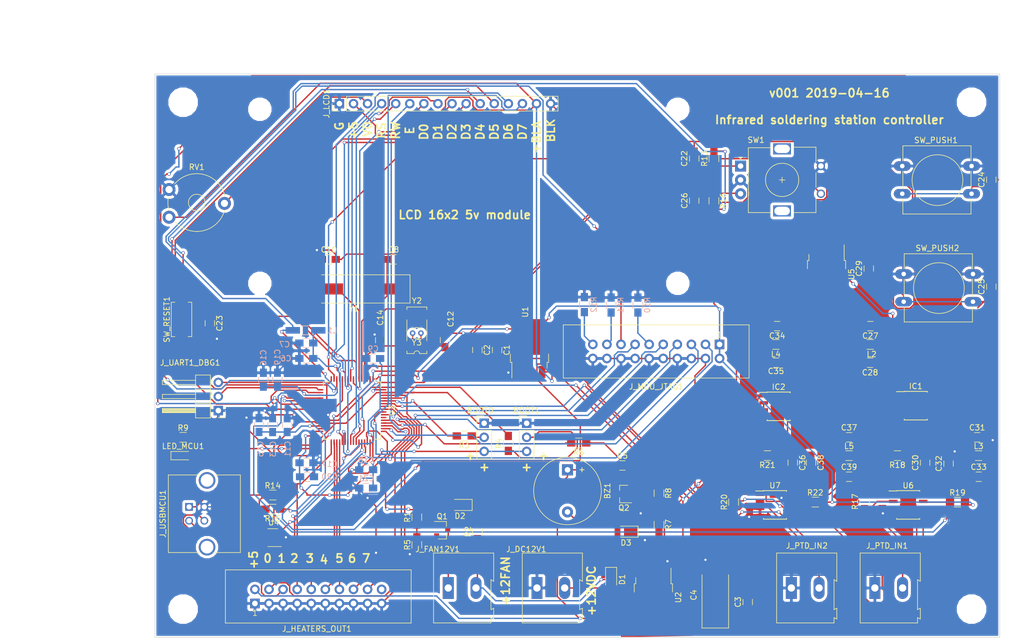
<source format=kicad_pcb>
(kicad_pcb (version 4) (host pcbnew 4.0.7-e2-6376~58~ubuntu16.04.1)
  (layers (0 F.Cu signal) (31 B.Cu signal) (34 B.Paste user) (35 F.Paste user) (36 B.SilkS user) (37 F.SilkS user) (38 B.Mask user) (39 F.Mask user) (44 Edge.Cuts user))
  (net 0 "")
  (net 1 +5V)
  (net 2 "Net-(BZ1-Pad2)")
  (net 3 +3V3)
  (net 4 GND)
  (net 5 +3.3VADC)
  (net 6 "Net-(C6-Pad1)")
  (net 7 "Net-(C10-Pad1)")
  (net 8 "Net-(C11-Pad1)")
  (net 9 "Net-(C14-Pad1)")
  (net 10 "Net-(C30-Pad1)")
  (net 11 "Net-(C33-Pad1)")
  (net 12 /MCU/ENC_CH1)
  (net 13 /MCU/NRST)
  (net 14 /MCU/PUSH_BTN1)
  (net 15 /MCU/PUSH_BTN2)
  (net 16 /MCU/ENC_CH2)
  (net 17 "Net-(D1-Pad2)")
  (net 18 "Net-(D2-Pad1)")
  (net 19 "Net-(JP_BOOT1-Pad2)")
  (net 20 "Net-(JP_BOOT2-Pad2)")
  (net 21 +12V)
  (net 22 /MCU/OUT_FAN)
  (net 23 /MCU/OUT0)
  (net 24 /MCU/OUT7)
  (net 25 /MCU/OUT1)
  (net 26 /MCU/OUT2)
  (net 27 /MCU/OUT3)
  (net 28 /MCU/OUT4)
  (net 29 /MCU/OUT5)
  (net 30 /MCU/OUT6)
  (net 31 "Net-(J_LCD1-Pad3)")
  (net 32 /MCU/LCD_RS)
  (net 33 /MCU/LCD_RW)
  (net 34 /MCU/LCD_E)
  (net 35 /MCU/LCD_D0)
  (net 36 /MCU/LCD_D1)
  (net 37 /MCU/LCD_D2)
  (net 38 /MCU/LCD_D3)
  (net 39 /MCU/LCD_D4)
  (net 40 /MCU/LCD_D5)
  (net 41 /MCU/LCD_D6)
  (net 42 /MCU/LCD_D7)
  (net 43 /MCU/ENC_PUSH_BTN)
  (net 44 /MCU/TRST)
  (net 45 /MCU/TDI)
  (net 46 /MCU/TMS_SWDIO)
  (net 47 /MCU/TCK_SWCLK)
  (net 48 "Net-(J_MCU_JTAG1-Pad11)")
  (net 49 /MCU/TDO_SWO)
  (net 50 "Net-(J_MCU_JTAG1-Pad17)")
  (net 51 "Net-(J_MCU_JTAG1-Pad19)")
  (net 52 "Net-(J_PTD_IN1-Pad2)")
  (net 53 "Net-(J_PTD_IN2-Pad2)")
  (net 54 /MCU/USART2_RX)
  (net 55 /MCU/USART2_TX)
  (net 56 "Net-(J_USBMCU1-Pad2)")
  (net 57 "Net-(J_USBMCU1-Pad1)")
  (net 58 "Net-(J_USBMCU1-Pad3)")
  (net 59 "Net-(J_USBMCU1-Pad5)")
  (net 60 "Net-(LED_MCU1-Pad1)")
  (net 61 "Net-(LED_MCU1-Pad2)")
  (net 62 "Net-(Q1-Pad1)")
  (net 63 "Net-(Q2-Pad1)")
  (net 64 /MCU/BOOT_0)
  (net 65 /MCU/BOOT_1)
  (net 66 /MCU/OUT_BUZZR)
  (net 67 /MCU/USB_DETECT)
  (net 68 /MCU/USB_DM)
  (net 69 /MCU/USB_DP)
  (net 70 "Net-(C8-Pad1)")
  (net 71 "Net-(C12-Pad1)")
  (net 72 "Net-(C28-Pad1)")
  (net 73 "Net-(C35-Pad1)")
  (net 74 "Net-(C36-Pad1)")
  (net 75 "Net-(C39-Pad1)")
  (net 76 "Net-(D2-Pad2)")
  (net 77 "Net-(D3-Pad1)")
  (net 78 "Net-(R17-Pad2)")
  (net 79 "Net-(R20-Pad2)")
  (net 80 "Net-(IC1-Pad5)")
  (net 81 "Net-(IC2-Pad5)")
  (net 82 "Net-(J_HEATERS_OUT1-Pad20)")
  (net 83 /MCU/I2C_CS0)
  (net 84 /MCU/I2C_CS1)
  (net 85 "Net-(U3-Pad23)")
  (net 86 "Net-(U3-Pad26)")
  (net 87 "Net-(U3-Pad27)")
  (net 88 "Net-(U3-Pad54)")
  (net 89 /MCU/I2C_SDA)
  (net 90 /MCU/I2C_SCL)
  (net 91 "Net-(Y2-Pad2)")
  (net 92 "Net-(Y2-Pad3)")
  (module Pin_Headers:Pin_Header_Straight_1x16_Pitch2.54mm (layer F.Cu) (at 109.474 56.134 90)
    (fp_text reference J_LCD1 (at 0 -2.33 90) (layer F.SilkS))
    (fp_text value Conn_01x16)
    (pad 1 thru_hole rect (at 0 0 90) (size 1.7 1.7) (drill 1) (layers *.Cu *.Mask) (net 4 GND))
    (pad 2 thru_hole oval (at 0 2.54 90) (size 1.7 1.7) (drill 1) (layers *.Cu *.Mask) (net 1 +5V))
    (pad 3 thru_hole oval (at 0 5.08 90) (size 1.7 1.7) (drill 1) (layers *.Cu *.Mask) (net 31 "Net-(J_LCD1-Pad3)"))
    (pad 4 thru_hole oval (at 0 7.62 90) (size 1.7 1.7) (drill 1) (layers *.Cu *.Mask) (net 32 /MCU/LCD_RS))
    (pad 5 thru_hole oval (at 0 10.16 90) (size 1.7 1.7) (drill 1) (layers *.Cu *.Mask) (net 33 /MCU/LCD_RW))
    (pad 6 thru_hole oval (at 0 12.7 90) (size 1.7 1.7) (drill 1) (layers *.Cu *.Mask) (net 34 /MCU/LCD_E))
    (pad 7 thru_hole oval (at 0 15.24 90) (size 1.7 1.7) (drill 1) (layers *.Cu *.Mask) (net 35 /MCU/LCD_D0))
    (pad 8 thru_hole oval (at 0 17.78 90) (size 1.7 1.7) (drill 1) (layers *.Cu *.Mask) (net 36 /MCU/LCD_D1))
    (pad 9 thru_hole oval (at 0 20.32 90) (size 1.7 1.7) (drill 1) (layers *.Cu *.Mask) (net 37 /MCU/LCD_D2))
    (pad 10 thru_hole oval (at 0 22.86 90) (size 1.7 1.7) (drill 1) (layers *.Cu *.Mask) (net 38 /MCU/LCD_D3))
    (pad 11 thru_hole oval (at 0 25.4 90) (size 1.7 1.7) (drill 1) (layers *.Cu *.Mask) (net 39 /MCU/LCD_D4))
    (pad 12 thru_hole oval (at 0 27.94 90) (size 1.7 1.7) (drill 1) (layers *.Cu *.Mask) (net 40 /MCU/LCD_D5))
    (pad 13 thru_hole oval (at 0 30.48 90) (size 1.7 1.7) (drill 1) (layers *.Cu *.Mask) (net 41 /MCU/LCD_D6))
    (pad 14 thru_hole oval (at 0 33.02 90) (size 1.7 1.7) (drill 1) (layers *.Cu *.Mask) (net 42 /MCU/LCD_D7))
    (pad 15 thru_hole oval (at 0 35.56 90) (size 1.7 1.7) (drill 1) (layers *.Cu *.Mask) (net 1 +5V))
    (pad 16 thru_hole oval (at 0 38.1 90) (size 1.7 1.7) (drill 1) (layers *.Cu *.Mask) (net 4 GND))
  )
  (module TO_SOT_Packages_SMD:TO-252-2 (layer F.Cu) (at 143.764 100.33 90)
    (fp_text reference U1 (at 6.604 -0.762 90) (layer F.SilkS))
    (fp_text value AZ1117-3.3)
    (pad 1 smd rect (at -4.2 -2.28 90) (size 2.2 1.2) (layers F.Cu F.Paste F.Mask) (net 4 GND))
    (pad 3 smd rect (at -4.2 2.28 90) (size 2.2 1.2) (layers F.Cu F.Paste F.Mask) (net 1 +5V))
    (pad 2 smd rect (at 2.1 0 90) (size 6.4 5.8) (layers F.Cu F.Mask) (net 3 +3V3))
    (pad 2 smd rect (at 3.775 1.525 90) (size 3.05 2.75) (layers F.Cu F.Paste) (net 3 +3V3))
    (pad 2 smd rect (at 0.425 -1.525 90) (size 3.05 2.75) (layers F.Cu F.Paste) (net 3 +3V3))
    (pad 2 smd rect (at 3.775 -1.525 90) (size 3.05 2.75) (layers F.Cu F.Paste) (net 3 +3V3))
    (pad 2 smd rect (at 0.425 1.525 90) (size 3.05 2.75) (layers F.Cu F.Paste) (net 3 +3V3))
  )
  (module Mounting_Holes:MountingHole_3.2mm_M3 (layer F.Cu) (at 170.523 88.55)
    (fp_text reference LCDMH02 hide)
    (fp_text value MountingHole_3.2mm_M3)
    (pad 1 np_thru_hole circle (at 0 0) (size 3.2 3.2) (drill 3.2) (layers *.Cu *.Mask))
  )
  (module Mounting_Holes:MountingHole_3.2mm_M3 (layer F.Cu) (at 95.123 57.15)
    (fp_text reference LCDMH0 hide)
    (fp_text value MountingHole_3.2mm_M3)
    (pad 1 np_thru_hole circle (at 0 0) (size 3.2 3.2) (drill 3.2) (layers *.Cu *.Mask))
  )
  (module Mounting_Holes:MountingHole_3.2mm_M3 (layer F.Cu) (at 170.523 57.15)
    (fp_text reference LCDMH1 hide)
    (fp_text value MountingHole_3.2mm_M3)
    (pad 1 np_thru_hole circle (at 0 0) (size 3.2 3.2) (drill 3.2) (layers *.Cu *.Mask))
  )
  (module Mounting_Holes:MountingHole_3.2mm_M3 (layer F.Cu) (at 95.123 88.55)
    (fp_text reference LCDMH3 hide)
    (fp_text value MountingHole_3.2mm_M3)
    (pad 1 np_thru_hole circle (at 0 0) (size 3.2 3.2) (drill 3.2) (layers *.Cu *.Mask))
  )
  (module Mounting_Holes:MountingHole_4.3mm_M4 (layer F.Cu) (at 81.28 55.88)
    (fp_text reference MH0 hide)
    (fp_text value MountingHole_4.3mm_M4)
    (pad 1 np_thru_hole circle (at 0 0) (size 4.3 4.3) (drill 4.3) (layers *.Cu *.Mask))
  )
  (module Mounting_Holes:MountingHole_4.3mm_M4 (layer F.Cu) (at 223.52 55.88)
    (fp_text reference MH1 hide)
    (fp_text value MountingHole_4.3mm_M4)
    (pad 1 np_thru_hole circle (at 0 0) (size 4.3 4.3) (drill 4.3) (layers *.Cu *.Mask))
  )
  (module Mounting_Holes:MountingHole_4.3mm_M4 (layer F.Cu) (at 223.52 147.32)
    (fp_text reference MH2 hide)
    (fp_text value MountingHole_4.3mm_M4)
    (pad 1 np_thru_hole circle (at 0 0) (size 4.3 4.3) (drill 4.3) (layers *.Cu *.Mask))
  )
  (module Mounting_Holes:MountingHole_4.3mm_M4 (layer F.Cu) (at 81.28 147.32)
    (fp_text reference MH3 hide)
    (fp_text value MountingHole_4.3mm_M4)
    (pad 1 np_thru_hole circle (at 0 0) (size 4.3 4.3) (drill 4.3) (layers *.Cu *.Mask))
  )
  (module Buzzers_Beepers:Buzzer_12x9.5RM7.6 (layer F.Cu) (at 150.622 122.194 270)
    (fp_text reference BZ1 (at 3.8 -7.2 270) (layer F.SilkS))
    (fp_text value Buzzer)
    (fp_text user + (at -0.01 -2.54 270) (layer F.SilkS))
    (pad 1 thru_hole rect (at 0 0 270) (size 2 2) (drill 1) (layers *.Cu *.Mask) (net 1 +5V))
    (pad 2 thru_hole circle (at 7.6 0 270) (size 2 2) (drill 1) (layers *.Cu *.Mask) (net 2 "Net-(BZ1-Pad2)"))
  )
  (module Capacitors_SMD:C_0805_HandSoldering (layer F.Cu) (at 137.922 100.584 270)
    (fp_text reference C1 (at 0 -1.75 270) (layer F.SilkS))
    (fp_text value 10uF)
    (pad 1 smd rect (at -1.25 0 270) (size 1.5 1.25) (layers F.Cu F.Paste F.Mask) (net 3 +3V3))
    (pad 2 smd rect (at 1.25 0 270) (size 1.5 1.25) (layers F.Cu F.Paste F.Mask) (net 4 GND))
  )
  (module Capacitors_SMD:C_0805_HandSoldering (layer F.Cu) (at 134.366 100.584 270)
    (fp_text reference C2 (at 0 -1.75 270) (layer F.SilkS))
    (fp_text value 0.1)
    (pad 1 smd rect (at -1.25 0 270) (size 1.5 1.25) (layers F.Cu F.Paste F.Mask) (net 3 +3V3))
    (pad 2 smd rect (at 1.25 0 270) (size 1.5 1.25) (layers F.Cu F.Paste F.Mask) (net 4 GND))
  )
  (module Capacitors_SMD:C_0805_HandSoldering (layer F.Cu) (at 183.134 146.05 90)
    (fp_text reference C3 (at 0 -1.75 90) (layer F.SilkS))
    (fp_text value 0.1)
    (pad 1 smd rect (at -1.25 0 90) (size 1.5 1.25) (layers F.Cu F.Paste F.Mask) (net 1 +5V))
    (pad 2 smd rect (at 1.25 0 90) (size 1.5 1.25) (layers F.Cu F.Paste F.Mask) (net 4 GND))
  )
  (module Capacitors_Tantalum_SMD:CP_Tantalum_Case-D_EIA-7343-31_Hand (layer F.Cu) (at 177.292 144.78 90)
    (fp_text reference C4 (at 0 -3.9 90) (layer F.SilkS))
    (fp_text value 49)
    (pad 1 smd rect (at -3.775 0 90) (size 3.75 2.7) (layers F.Cu F.Paste F.Mask) (net 1 +5V))
    (pad 2 smd rect (at 3.775 0 90) (size 3.75 2.7) (layers F.Cu F.Paste F.Mask) (net 4 GND))
  )
  (module Capacitors_SMD:C_0805_HandSoldering (layer F.Cu) (at 160.528 121.412)
    (fp_text reference C5 (at 0 -1.75) (layer F.SilkS))
    (fp_text value 1uF)
    (pad 1 smd rect (at -1.25 0) (size 1.5 1.25) (layers F.Cu F.Paste F.Mask) (net 1 +5V))
    (pad 2 smd rect (at 1.25 0) (size 1.5 1.25) (layers F.Cu F.Paste F.Mask) (net 4 GND))
  )
  (module Capacitors_SMD:C_0805_HandSoldering (layer B.Cu) (at 103.501767 102.097891 180)
    (fp_text reference C6 (at 3.679767 -0.010109 180) (layer B.SilkS) (effects (justify mirror)))
    (fp_text value 1uF)
    (pad 1 smd rect (at -1.25 0 180) (size 1.5 1.25) (layers B.Cu B.Paste B.Mask) (net 6 "Net-(C6-Pad1)"))
    (pad 2 smd rect (at 1.25 0 180) (size 1.5 1.25) (layers B.Cu B.Paste B.Mask) (net 4 GND))
  )
  (module Capacitors_SMD:C_0805_HandSoldering (layer B.Cu) (at 103.501767 99.314 180)
    (fp_text reference C7 (at 3.933767 -0.254 180) (layer B.SilkS) (effects (justify mirror)))
    (fp_text value 0.1)
    (pad 1 smd rect (at -1.25 0 180) (size 1.5 1.25) (layers B.Cu B.Paste B.Mask) (net 6 "Net-(C6-Pad1)"))
    (pad 2 smd rect (at 1.25 0 180) (size 1.5 1.25) (layers B.Cu B.Paste B.Mask) (net 4 GND))
  )
  (module Capacitors_SMD:C_0805_HandSoldering (layer F.Cu) (at 119.253046 84.229194)
    (fp_text reference C8 (at 0 -1.75) (layer F.SilkS))
    (fp_text value 20pF)
    (pad 1 smd rect (at -1.25 0) (size 1.5 1.25) (layers F.Cu F.Paste F.Mask) (net 70 "Net-(C8-Pad1)"))
    (pad 2 smd rect (at 1.25 0) (size 1.5 1.25) (layers F.Cu F.Paste F.Mask) (net 4 GND))
  )
  (module Capacitors_SMD:C_0805_HandSoldering (layer B.Cu) (at 115.57 102.108 180)
    (fp_text reference C9 (at 0 1.75 180) (layer B.SilkS) (effects (justify mirror)))
    (fp_text value 0.1)
    (pad 1 smd rect (at -1.25 0 180) (size 1.5 1.25) (layers B.Cu B.Paste B.Mask) (net 3 +3V3))
    (pad 2 smd rect (at 1.25 0 180) (size 1.5 1.25) (layers B.Cu B.Paste B.Mask) (net 4 GND))
  )
  (module Capacitors_SMD:C_0805_HandSoldering (layer F.Cu) (at 107.569046 84.229194)
    (fp_text reference C10 (at 0 -1.75) (layer F.SilkS))
    (fp_text value 20pF)
    (pad 1 smd rect (at -1.25 0) (size 1.5 1.25) (layers F.Cu F.Paste F.Mask) (net 7 "Net-(C10-Pad1)"))
    (pad 2 smd rect (at 1.25 0) (size 1.5 1.25) (layers F.Cu F.Paste F.Mask) (net 4 GND))
  )
  (module Capacitors_SMD:C_0805_HandSoldering (layer B.Cu) (at 100.051438 114.128208 90)
    (fp_text reference C11 (at -4.318 0.085112 90) (layer B.SilkS) (effects (justify mirror)))
    (fp_text value 2.2uF)
    (pad 1 smd rect (at -1.25 0 90) (size 1.5 1.25) (layers B.Cu B.Paste B.Mask) (net 8 "Net-(C11-Pad1)"))
    (pad 2 smd rect (at 1.25 0 90) (size 1.5 1.25) (layers B.Cu B.Paste B.Mask) (net 4 GND))
  )
  (module Capacitors_SMD:C_0805_HandSoldering (layer F.Cu) (at 128.524 98.806 90)
    (fp_text reference C12 (at 3.81 1.016 90) (layer F.SilkS))
    (fp_text value 4.3pF)
    (pad 1 smd rect (at -1.25 0 90) (size 1.5 1.25) (layers F.Cu F.Paste F.Mask) (net 71 "Net-(C12-Pad1)"))
    (pad 2 smd rect (at 1.25 0 90) (size 1.5 1.25) (layers F.Cu F.Paste F.Mask) (net 4 GND))
  )
  (module Capacitors_SMD:C_0805_HandSoldering (layer B.Cu) (at 97.426326 114.128208 90)
    (fp_text reference C13 (at -4.318 0.085112 90) (layer B.SilkS) (effects (justify mirror)))
    (fp_text value 2.2uF)
    (pad 1 smd rect (at -1.25 0 90) (size 1.5 1.25) (layers B.Cu B.Paste B.Mask) (net 8 "Net-(C11-Pad1)"))
    (pad 2 smd rect (at 1.25 0 90) (size 1.5 1.25) (layers B.Cu B.Paste B.Mask) (net 4 GND))
  )
  (module Capacitors_SMD:C_0805_HandSoldering (layer F.Cu) (at 116.84 98.806 90)
    (fp_text reference C14 (at 4.064 0 90) (layer F.SilkS))
    (fp_text value 4.3pF)
    (pad 1 smd rect (at -1.25 0 90) (size 1.5 1.25) (layers F.Cu F.Paste F.Mask) (net 9 "Net-(C14-Pad1)"))
    (pad 2 smd rect (at 1.25 0 90) (size 1.5 1.25) (layers F.Cu F.Paste F.Mask) (net 4 GND))
  )
  (module Capacitors_SMD:C_0805_HandSoldering (layer B.Cu) (at 94.971438 114.108208 90)
    (fp_text reference C15 (at -4.338 0.254 90) (layer B.SilkS) (effects (justify mirror)))
    (fp_text value 0.1)
    (pad 1 smd rect (at -1.25 0 90) (size 1.5 1.25) (layers B.Cu B.Paste B.Mask) (net 8 "Net-(C11-Pad1)"))
    (pad 2 smd rect (at 1.25 0 90) (size 1.5 1.25) (layers B.Cu B.Paste B.Mask) (net 4 GND))
  )
  (module Capacitors_SMD:C_0805_HandSoldering (layer B.Cu) (at 95.758 105.938 90)
    (fp_text reference C16 (at 3.972998 0 90) (layer B.SilkS) (effects (justify mirror)))
    (fp_text value 1uF)
    (pad 1 smd rect (at -1.25 0 90) (size 1.5 1.25) (layers B.Cu B.Paste B.Mask) (net 3 +3V3))
    (pad 2 smd rect (at 1.25 0 90) (size 1.5 1.25) (layers B.Cu B.Paste B.Mask) (net 4 GND))
  )
  (module Capacitors_SMD:C_0805_HandSoldering (layer B.Cu) (at 103.533002 120.921001)
    (fp_text reference C17 (at 4.162998 0.236999) (layer B.SilkS) (effects (justify mirror)))
    (fp_text value 1uF)
    (pad 1 smd rect (at -1.25 0) (size 1.5 1.25) (layers B.Cu B.Paste B.Mask) (net 3 +3V3))
    (pad 2 smd rect (at 1.25 0) (size 1.5 1.25) (layers B.Cu B.Paste B.Mask) (net 4 GND))
  )
  (module Capacitors_SMD:C_0805_HandSoldering (layer B.Cu) (at 114.3 122.174 180)
    (fp_text reference C18 (at 0 1.75 180) (layer B.SilkS) (effects (justify mirror)))
    (fp_text value 1uF)
    (pad 1 smd rect (at -1.25 0 180) (size 1.5 1.25) (layers B.Cu B.Paste B.Mask) (net 3 +3V3))
    (pad 2 smd rect (at 1.25 0 180) (size 1.5 1.25) (layers B.Cu B.Paste B.Mask) (net 4 GND))
  )
  (module Capacitors_SMD:C_0805_HandSoldering (layer B.Cu) (at 98.298 105.918 90)
    (fp_text reference C19 (at 4.064 0 90) (layer B.SilkS) (effects (justify mirror)))
    (fp_text value 0.1)
    (pad 1 smd rect (at -1.25 0 90) (size 1.5 1.25) (layers B.Cu B.Paste B.Mask) (net 3 +3V3))
    (pad 2 smd rect (at 1.25 0 90) (size 1.5 1.25) (layers B.Cu B.Paste B.Mask) (net 4 GND))
  )
  (module Capacitors_SMD:C_0805_HandSoldering (layer B.Cu) (at 103.632 123.444)
    (fp_text reference C20 (at 4.064 0) (layer B.SilkS) (effects (justify mirror)))
    (fp_text value 0.1)
    (pad 1 smd rect (at -1.25 0) (size 1.5 1.25) (layers B.Cu B.Paste B.Mask) (net 3 +3V3))
    (pad 2 smd rect (at 1.25 0) (size 1.5 1.25) (layers B.Cu B.Paste B.Mask) (net 4 GND))
  )
  (module Capacitors_SMD:C_0805_HandSoldering (layer B.Cu) (at 114.3 125.476 180)
    (fp_text reference C21 (at 0 1.75 180) (layer B.SilkS) (effects (justify mirror)))
    (fp_text value 0.1)
    (pad 1 smd rect (at -1.25 0 180) (size 1.5 1.25) (layers B.Cu B.Paste B.Mask) (net 3 +3V3))
    (pad 2 smd rect (at 1.25 0 180) (size 1.5 1.25) (layers B.Cu B.Paste B.Mask) (net 4 GND))
  )
  (module Capacitors_SMD:C_0805_HandSoldering (layer F.Cu) (at 173.482 66.04 270)
    (fp_text reference C22 (at 0 1.778 270) (layer F.SilkS))
    (fp_text value 0.1)
    (pad 1 smd rect (at -1.25 0 270) (size 1.5 1.25) (layers F.Cu F.Paste F.Mask) (net 4 GND))
    (pad 2 smd rect (at 1.25 0 270) (size 1.5 1.25) (layers F.Cu F.Paste F.Mask) (net 12 /MCU/ENC_CH1))
  )
  (module Capacitors_SMD:C_0805_HandSoldering (layer F.Cu) (at 86.106 95.758 270)
    (fp_text reference C23 (at 0 -1.75 270) (layer F.SilkS))
    (fp_text value 0.1)
    (pad 1 smd rect (at -1.25 0 270) (size 1.5 1.25) (layers F.Cu F.Paste F.Mask) (net 13 /MCU/NRST))
    (pad 2 smd rect (at 1.25 0 270) (size 1.5 1.25) (layers F.Cu F.Paste F.Mask) (net 4 GND))
  )
  (module Capacitors_SMD:C_0805_HandSoldering (layer F.Cu) (at 227.076 69.85 90)
    (fp_text reference C24 (at 0 -1.75 90) (layer F.SilkS))
    (fp_text value 0.1)
    (pad 1 smd rect (at -1.25 0 90) (size 1.5 1.25) (layers F.Cu F.Paste F.Mask) (net 14 /MCU/PUSH_BTN1))
    (pad 2 smd rect (at 1.25 0 90) (size 1.5 1.25) (layers F.Cu F.Paste F.Mask) (net 4 GND))
  )
  (module Capacitors_SMD:C_0805_HandSoldering (layer F.Cu) (at 227.076 89.154 90)
    (fp_text reference C25 (at 0 -1.75 90) (layer F.SilkS))
    (fp_text value 0.1)
    (pad 1 smd rect (at -1.25 0 90) (size 1.5 1.25) (layers F.Cu F.Paste F.Mask) (net 15 /MCU/PUSH_BTN2))
    (pad 2 smd rect (at 1.25 0 90) (size 1.5 1.25) (layers F.Cu F.Paste F.Mask) (net 4 GND))
  )
  (module Capacitors_SMD:C_0805_HandSoldering (layer F.Cu) (at 173.482 73.64 90)
    (fp_text reference C26 (at 0 -1.75 90) (layer F.SilkS))
    (fp_text value 0.1)
    (pad 1 smd rect (at -1.25 0 90) (size 1.5 1.25) (layers F.Cu F.Paste F.Mask) (net 4 GND))
    (pad 2 smd rect (at 1.25 0 90) (size 1.5 1.25) (layers F.Cu F.Paste F.Mask) (net 16 /MCU/ENC_CH2))
  )
  (module Capacitors_SMD:C_0805_HandSoldering (layer F.Cu) (at 205.252 96.266 180)
    (fp_text reference C27 (at 0 -1.75 180) (layer F.SilkS))
    (fp_text value 1uF)
    (pad 1 smd rect (at -1.25 0 180) (size 1.5 1.25) (layers F.Cu F.Paste F.Mask) (net 5 +3.3VADC))
    (pad 2 smd rect (at 1.25 0 180) (size 1.5 1.25) (layers F.Cu F.Paste F.Mask) (net 4 GND))
  )
  (module Capacitors_SMD:C_0805_HandSoldering (layer F.Cu) (at 205.212 102.87)
    (fp_text reference C28 (at 0 1.778) (layer F.SilkS))
    (fp_text value 0.1)
    (pad 1 smd rect (at -1.25 0) (size 1.5 1.25) (layers F.Cu F.Paste F.Mask) (net 72 "Net-(C28-Pad1)"))
    (pad 2 smd rect (at 1.25 0) (size 1.5 1.25) (layers F.Cu F.Paste F.Mask) (net 4 GND))
  )
  (module Capacitors_SMD:C_0805_HandSoldering (layer F.Cu) (at 204.978 85.872 90)
    (fp_text reference C29 (at 0 -1.75 90) (layer F.SilkS))
    (fp_text value 10uF)
    (pad 1 smd rect (at -1.25 0 90) (size 1.5 1.25) (layers F.Cu F.Paste F.Mask) (net 5 +3.3VADC))
    (pad 2 smd rect (at 1.25 0 90) (size 1.5 1.25) (layers F.Cu F.Paste F.Mask) (net 4 GND))
  )
  (module Capacitors_SMD:C_0805_HandSoldering (layer F.Cu) (at 215.138 120.904 90)
    (fp_text reference C30 (at 0 -1.75 90) (layer F.SilkS))
    (fp_text value 1uF)
    (pad 1 smd rect (at -1.25 0 90) (size 1.5 1.25) (layers F.Cu F.Paste F.Mask) (net 10 "Net-(C30-Pad1)"))
    (pad 2 smd rect (at 1.25 0 90) (size 1.5 1.25) (layers F.Cu F.Paste F.Mask) (net 4 GND))
  )
  (module Capacitors_SMD:C_0805_HandSoldering (layer F.Cu) (at 224.536 116.332)
    (fp_text reference C31 (at 0 -1.75) (layer F.SilkS))
    (fp_text value 1uF)
    (pad 1 smd rect (at -1.25 0) (size 1.5 1.25) (layers F.Cu F.Paste F.Mask) (net 5 +3.3VADC))
    (pad 2 smd rect (at 1.25 0) (size 1.5 1.25) (layers F.Cu F.Paste F.Mask) (net 4 GND))
  )
  (module Capacitors_SMD:C_0805_HandSoldering (layer F.Cu) (at 219.368999 121.070998 90)
    (fp_text reference C32 (at 0 -1.75 90) (layer F.SilkS))
    (fp_text value 0.1)
    (pad 1 smd rect (at -1.25 0 90) (size 1.5 1.25) (layers F.Cu F.Paste F.Mask) (net 10 "Net-(C30-Pad1)"))
    (pad 2 smd rect (at 1.25 0 90) (size 1.5 1.25) (layers F.Cu F.Paste F.Mask) (net 4 GND))
  )
  (module Capacitors_SMD:C_0805_HandSoldering (layer F.Cu) (at 224.81 123.444)
    (fp_text reference C33 (at 0 -1.75) (layer F.SilkS))
    (fp_text value 0.1)
    (pad 1 smd rect (at -1.25 0) (size 1.5 1.25) (layers F.Cu F.Paste F.Mask) (net 11 "Net-(C33-Pad1)"))
    (pad 2 smd rect (at 1.25 0) (size 1.5 1.25) (layers F.Cu F.Paste F.Mask) (net 4 GND))
  )
  (module Capacitors_SMD:C_0805_HandSoldering (layer F.Cu) (at 188.448 96.266 180)
    (fp_text reference C34 (at 0 -1.75 180) (layer F.SilkS))
    (fp_text value 1uF)
    (pad 1 smd rect (at -1.25 0 180) (size 1.5 1.25) (layers F.Cu F.Paste F.Mask) (net 5 +3.3VADC))
    (pad 2 smd rect (at 1.25 0 180) (size 1.5 1.25) (layers F.Cu F.Paste F.Mask) (net 4 GND))
  )
  (module Capacitors_SMD:C_0805_HandSoldering (layer F.Cu) (at 188.234 102.87)
    (fp_text reference C35 (at 0 1.524) (layer F.SilkS))
    (fp_text value 0.1)
    (pad 1 smd rect (at -1.25 0) (size 1.5 1.25) (layers F.Cu F.Paste F.Mask) (net 73 "Net-(C35-Pad1)"))
    (pad 2 smd rect (at 1.25 0) (size 1.5 1.25) (layers F.Cu F.Paste F.Mask) (net 4 GND))
  )
  (module Capacitors_SMD:C_0805_HandSoldering (layer F.Cu) (at 191.262 120.904 270)
    (fp_text reference C36 (at 0 -1.75 270) (layer F.SilkS))
    (fp_text value 1uF)
    (pad 1 smd rect (at -1.25 0 270) (size 1.5 1.25) (layers F.Cu F.Paste F.Mask) (net 74 "Net-(C36-Pad1)"))
    (pad 2 smd rect (at 1.25 0 270) (size 1.5 1.25) (layers F.Cu F.Paste F.Mask) (net 4 GND))
  )
  (module Capacitors_SMD:C_0805_HandSoldering (layer F.Cu) (at 201.422 116.332)
    (fp_text reference C37 (at 0 -1.75) (layer F.SilkS))
    (fp_text value 1uF)
    (pad 1 smd rect (at -1.25 0) (size 1.5 1.25) (layers F.Cu F.Paste F.Mask) (net 5 +3.3VADC))
    (pad 2 smd rect (at 1.25 0) (size 1.5 1.25) (layers F.Cu F.Paste F.Mask) (net 4 GND))
  )
  (module Capacitors_SMD:C_0805_HandSoldering (layer F.Cu) (at 194.564 120.904 270)
    (fp_text reference C38 (at 0 -1.75 270) (layer F.SilkS))
    (fp_text value 0.1)
    (pad 1 smd rect (at -1.25 0 270) (size 1.5 1.25) (layers F.Cu F.Paste F.Mask) (net 74 "Net-(C36-Pad1)"))
    (pad 2 smd rect (at 1.25 0 270) (size 1.5 1.25) (layers F.Cu F.Paste F.Mask) (net 4 GND))
  )
  (module Capacitors_SMD:C_0805_HandSoldering (layer F.Cu) (at 201.422 123.444)
    (fp_text reference C39 (at 0 -1.75) (layer F.SilkS))
    (fp_text value 0.1)
    (pad 1 smd rect (at -1.25 0) (size 1.5 1.25) (layers F.Cu F.Paste F.Mask) (net 75 "Net-(C39-Pad1)"))
    (pad 2 smd rect (at 1.25 0) (size 1.5 1.25) (layers F.Cu F.Paste F.Mask) (net 4 GND))
  )
  (module Diodes_SMD:D_PowerDI-123 (layer F.Cu) (at 158.496 141.986 270)
    (fp_text reference D1 (at 0 -2 270) (layer F.SilkS))
    (fp_text value DFLS1100-7)
    (pad 1 smd rect (at -0.85 0 90) (size 2.4 1.5) (layers F.Cu F.Paste F.Mask) (net 21 +12V))
    (pad 2 smd rect (at 1.525 0 90) (size 1.05 1.5) (layers F.Cu F.Paste F.Mask) (net 17 "Net-(D1-Pad2)"))
  )
  (module Pin_Headers:Pin_Header_Straight_1x03_Pitch2.54mm (layer F.Cu) (at 135.588859 113.792)
    (fp_text reference BOOT0 (at -0.714859 -2.33) (layer F.SilkS))
    (fp_text value Jumper_NC_Dual)
    (pad 1 thru_hole rect (at 0 0) (size 1.7 1.7) (drill 1) (layers *.Cu *.Mask) (net 4 GND))
    (pad 2 thru_hole oval (at 0 2.54) (size 1.7 1.7) (drill 1) (layers *.Cu *.Mask) (net 19 "Net-(JP_BOOT1-Pad2)"))
    (pad 3 thru_hole oval (at 0 5.08) (size 1.7 1.7) (drill 1) (layers *.Cu *.Mask) (net 3 +3V3))
  )
  (module Pin_Headers:Pin_Header_Straight_1x03_Pitch2.54mm (layer F.Cu) (at 143.256 113.792)
    (fp_text reference BOOT1 (at 0 -2.33) (layer F.SilkS))
    (fp_text value Jumper_NC_Dual)
    (pad 1 thru_hole rect (at 0 0) (size 1.7 1.7) (drill 1) (layers *.Cu *.Mask) (net 4 GND))
    (pad 2 thru_hole oval (at 0 2.54) (size 1.7 1.7) (drill 1) (layers *.Cu *.Mask) (net 20 "Net-(JP_BOOT2-Pad2)"))
    (pad 3 thru_hole oval (at 0 5.08) (size 1.7 1.7) (drill 1) (layers *.Cu *.Mask) (net 3 +3V3))
  )
  (module Terminal_Blocks:TerminalBlock_Altech_AK300-2_P5.00mm (layer F.Cu) (at 145.114 143.51)
    (fp_text reference J_DC12V1 (at -1.92 -6.99) (layer F.SilkS))
    (fp_text value Conn_01x02)
    (pad 1 thru_hole rect (at 0 0) (size 1.98 3.96) (drill 1.32) (layers *.Cu *.Mask) (net 4 GND))
    (pad 2 thru_hole oval (at 5 0) (size 1.98 3.96) (drill 1.32) (layers *.Cu *.Mask) (net 17 "Net-(D1-Pad2)"))
  )
  (module Terminal_Blocks:TerminalBlock_Altech_AK300-2_P5.00mm (layer F.Cu) (at 129.112 143.51)
    (fp_text reference J_FAN12V1 (at -1.92 -6.99) (layer F.SilkS))
    (fp_text value Conn_01x02)
    (pad 1 thru_hole rect (at 0 0) (size 1.98 3.96) (drill 1.32) (layers *.Cu *.Mask) (net 76 "Net-(D2-Pad2)"))
    (pad 2 thru_hole oval (at 5 0) (size 1.98 3.96) (drill 1.32) (layers *.Cu *.Mask) (net 21 +12V))
  )
  (module Connectors:IDC_Header_Straight_20pins (layer F.Cu) (at 94.234 146.304)
    (fp_text reference J_HEATERS_OUT1 (at 11.176 4.572) (layer F.SilkS))
    (fp_text value Conn_02x10_Odd_Even)
    (fp_text user 1 (at 0.02 1.72) (layer F.SilkS) (effects (font (thickness 0.12))))
    (pad 1 thru_hole rect (at 0 0) (size 1.7272 1.7272) (drill 1.016) (layers *.Cu *.Mask) (net 4 GND))
    (pad 2 thru_hole oval (at 0 -2.54) (size 1.7272 1.7272) (drill 1.016) (layers *.Cu *.Mask) (net 1 +5V))
    (pad 3 thru_hole oval (at 2.54 0) (size 1.7272 1.7272) (drill 1.016) (layers *.Cu *.Mask) (net 4 GND))
    (pad 4 thru_hole oval (at 2.54 -2.54) (size 1.7272 1.7272) (drill 1.016) (layers *.Cu *.Mask) (net 23 /MCU/OUT0))
    (pad 5 thru_hole oval (at 5.08 0) (size 1.7272 1.7272) (drill 1.016) (layers *.Cu *.Mask) (net 4 GND))
    (pad 6 thru_hole oval (at 5.08 -2.54) (size 1.7272 1.7272) (drill 1.016) (layers *.Cu *.Mask) (net 25 /MCU/OUT1))
    (pad 7 thru_hole oval (at 7.62 0) (size 1.7272 1.7272) (drill 1.016) (layers *.Cu *.Mask) (net 4 GND))
    (pad 8 thru_hole oval (at 7.62 -2.54) (size 1.7272 1.7272) (drill 1.016) (layers *.Cu *.Mask) (net 26 /MCU/OUT2))
    (pad 9 thru_hole oval (at 10.16 0) (size 1.7272 1.7272) (drill 1.016) (layers *.Cu *.Mask) (net 4 GND))
    (pad 10 thru_hole oval (at 10.16 -2.54) (size 1.7272 1.7272) (drill 1.016) (layers *.Cu *.Mask) (net 27 /MCU/OUT3))
    (pad 11 thru_hole oval (at 12.7 0) (size 1.7272 1.7272) (drill 1.016) (layers *.Cu *.Mask) (net 4 GND))
    (pad 12 thru_hole oval (at 12.7 -2.54) (size 1.7272 1.7272) (drill 1.016) (layers *.Cu *.Mask) (net 28 /MCU/OUT4))
    (pad 13 thru_hole oval (at 15.24 0) (size 1.7272 1.7272) (drill 1.016) (layers *.Cu *.Mask) (net 4 GND))
    (pad 14 thru_hole oval (at 15.24 -2.54) (size 1.7272 1.7272) (drill 1.016) (layers *.Cu *.Mask) (net 29 /MCU/OUT5))
    (pad 15 thru_hole oval (at 17.78 0) (size 1.7272 1.7272) (drill 1.016) (layers *.Cu *.Mask) (net 4 GND))
    (pad 16 thru_hole oval (at 17.78 -2.54) (size 1.7272 1.7272) (drill 1.016) (layers *.Cu *.Mask) (net 30 /MCU/OUT6))
    (pad 17 thru_hole oval (at 20.32 0) (size 1.7272 1.7272) (drill 1.016) (layers *.Cu *.Mask) (net 4 GND))
    (pad 18 thru_hole oval (at 20.32 -2.54) (size 1.7272 1.7272) (drill 1.016) (layers *.Cu *.Mask) (net 24 /MCU/OUT7))
    (pad 19 thru_hole oval (at 22.86 0) (size 1.7272 1.7272) (drill 1.016) (layers *.Cu *.Mask) (net 4 GND))
    (pad 20 thru_hole oval (at 22.86 -2.54) (size 1.7272 1.7272) (drill 1.016) (layers *.Cu *.Mask) (net 82 "Net-(J_HEATERS_OUT1-Pad20)"))
  )
  (module Connectors:IDC_Header_Straight_20pins (layer F.Cu) (at 178.054 99.568 180)
    (fp_text reference J_MCU_JTAG1 (at 11.43 -7.62 180) (layer F.SilkS))
    (fp_text value Conn_02x10_Odd_Even)
    (fp_text user 1 (at 0.02 1.72 180) (layer F.SilkS) (effects (font (thickness 0.12))))
    (pad 1 thru_hole rect (at 0 0 180) (size 1.7272 1.7272) (drill 1.016) (layers *.Cu *.Mask) (net 3 +3V3))
    (pad 2 thru_hole oval (at 0 -2.54 180) (size 1.7272 1.7272) (drill 1.016) (layers *.Cu *.Mask) (net 3 +3V3))
    (pad 3 thru_hole oval (at 2.54 0 180) (size 1.7272 1.7272) (drill 1.016) (layers *.Cu *.Mask) (net 44 /MCU/TRST))
    (pad 4 thru_hole oval (at 2.54 -2.54 180) (size 1.7272 1.7272) (drill 1.016) (layers *.Cu *.Mask) (net 4 GND))
    (pad 5 thru_hole oval (at 5.08 0 180) (size 1.7272 1.7272) (drill 1.016) (layers *.Cu *.Mask) (net 45 /MCU/TDI))
    (pad 6 thru_hole oval (at 5.08 -2.54 180) (size 1.7272 1.7272) (drill 1.016) (layers *.Cu *.Mask) (net 4 GND))
    (pad 7 thru_hole oval (at 7.62 0 180) (size 1.7272 1.7272) (drill 1.016) (layers *.Cu *.Mask) (net 46 /MCU/TMS_SWDIO))
    (pad 8 thru_hole oval (at 7.62 -2.54 180) (size 1.7272 1.7272) (drill 1.016) (layers *.Cu *.Mask) (net 4 GND))
    (pad 9 thru_hole oval (at 10.16 0 180) (size 1.7272 1.7272) (drill 1.016) (layers *.Cu *.Mask) (net 47 /MCU/TCK_SWCLK))
    (pad 10 thru_hole oval (at 10.16 -2.54 180) (size 1.7272 1.7272) (drill 1.016) (layers *.Cu *.Mask) (net 4 GND))
    (pad 11 thru_hole oval (at 12.7 0 180) (size 1.7272 1.7272) (drill 1.016) (layers *.Cu *.Mask) (net 48 "Net-(J_MCU_JTAG1-Pad11)"))
    (pad 12 thru_hole oval (at 12.7 -2.54 180) (size 1.7272 1.7272) (drill 1.016) (layers *.Cu *.Mask) (net 4 GND))
    (pad 13 thru_hole oval (at 15.24 0 180) (size 1.7272 1.7272) (drill 1.016) (layers *.Cu *.Mask) (net 49 /MCU/TDO_SWO))
    (pad 14 thru_hole oval (at 15.24 -2.54 180) (size 1.7272 1.7272) (drill 1.016) (layers *.Cu *.Mask) (net 4 GND))
    (pad 15 thru_hole oval (at 17.78 0 180) (size 1.7272 1.7272) (drill 1.016) (layers *.Cu *.Mask) (net 13 /MCU/NRST))
    (pad 16 thru_hole oval (at 17.78 -2.54 180) (size 1.7272 1.7272) (drill 1.016) (layers *.Cu *.Mask) (net 4 GND))
    (pad 17 thru_hole oval (at 20.32 0 180) (size 1.7272 1.7272) (drill 1.016) (layers *.Cu *.Mask) (net 50 "Net-(J_MCU_JTAG1-Pad17)"))
    (pad 18 thru_hole oval (at 20.32 -2.54 180) (size 1.7272 1.7272) (drill 1.016) (layers *.Cu *.Mask) (net 4 GND))
    (pad 19 thru_hole oval (at 22.86 0 180) (size 1.7272 1.7272) (drill 1.016) (layers *.Cu *.Mask) (net 51 "Net-(J_MCU_JTAG1-Pad19)"))
    (pad 20 thru_hole oval (at 22.86 -2.54 180) (size 1.7272 1.7272) (drill 1.016) (layers *.Cu *.Mask) (net 4 GND))
  )
  (module Terminal_Blocks:TerminalBlock_Altech_AK300-2_P5.00mm (layer F.Cu) (at 206.074 143.51)
    (fp_text reference J_PTD_IN1 (at 2.206 -7.62) (layer F.SilkS))
    (fp_text value Conn_01x02)
    (pad 1 thru_hole rect (at 0 0) (size 1.98 3.96) (drill 1.32) (layers *.Cu *.Mask) (net 4 GND))
    (pad 2 thru_hole oval (at 5 0) (size 1.98 3.96) (drill 1.32) (layers *.Cu *.Mask) (net 52 "Net-(J_PTD_IN1-Pad2)"))
  )
  (module Terminal_Blocks:TerminalBlock_Altech_AK300-2_P5.00mm (layer F.Cu) (at 191.008 143.51)
    (fp_text reference J_PTD_IN2 (at 2.794 -7.62) (layer F.SilkS))
    (fp_text value Conn_01x02)
    (pad 1 thru_hole rect (at 0 0) (size 1.98 3.96) (drill 1.32) (layers *.Cu *.Mask) (net 4 GND))
    (pad 2 thru_hole oval (at 5 0) (size 1.98 3.96) (drill 1.32) (layers *.Cu *.Mask) (net 53 "Net-(J_PTD_IN2-Pad2)"))
  )
  (module Pin_Headers:Pin_Header_Angled_1x03_Pitch2.54mm (layer F.Cu) (at 87.63 111.506 180)
    (fp_text reference J_UART1_DBG1 (at 5.08 8.636 180) (layer F.SilkS))
    (fp_text value Conn_01x03)
    (pad 1 thru_hole rect (at 0 0 180) (size 1.7 1.7) (drill 1) (layers *.Cu *.Mask) (net 4 GND))
    (pad 2 thru_hole oval (at 0 2.54 180) (size 1.7 1.7) (drill 1) (layers *.Cu *.Mask) (net 54 /MCU/USART2_RX))
    (pad 3 thru_hole oval (at 0 5.08 180) (size 1.7 1.7) (drill 1) (layers *.Cu *.Mask) (net 55 /MCU/USART2_TX))
  )
  (module Choke_SMD:Choke_SMD_1206_Handsoldering (layer B.Cu) (at 103.36276 97.028 180)
    (fp_text reference L1 (at -4.826 0 180) (layer B.SilkS) (effects (justify mirror)))
    (fp_text value Ferrite_Bead)
    (pad 1 smd rect (at -2.30124 0 180) (size 2.59842 1.19888) (layers B.Cu B.Paste B.Mask) (net 6 "Net-(C6-Pad1)"))
    (pad 2 smd rect (at 2.30124 0 180) (size 2.60096 1.19888) (layers B.Cu B.Paste B.Mask) (net 3 +3V3))
  )
  (module Resistors_SMD:R_0805_HandSoldering (layer F.Cu) (at 205.232 99.568)
    (fp_text reference L2 (at 0.254 1.778) (layer F.SilkS))
    (fp_text value Ferrite_Bead)
    (pad 1 smd rect (at -1.35 0) (size 1.5 1.3) (layers F.Cu F.Paste F.Mask) (net 72 "Net-(C28-Pad1)"))
    (pad 2 smd rect (at 1.35 0) (size 1.5 1.3) (layers F.Cu F.Paste F.Mask) (net 5 +3.3VADC))
  )
  (module Resistors_SMD:R_0805_HandSoldering (layer F.Cu) (at 224.79 119.634)
    (fp_text reference L3 (at 0 -1.7) (layer F.SilkS))
    (fp_text value Ferrite_Bead)
    (pad 1 smd rect (at -1.35 0) (size 1.5 1.3) (layers F.Cu F.Paste F.Mask) (net 11 "Net-(C33-Pad1)"))
    (pad 2 smd rect (at 1.35 0) (size 1.5 1.3) (layers F.Cu F.Paste F.Mask) (net 5 +3.3VADC))
  )
  (module Resistors_SMD:R_0805_HandSoldering (layer F.Cu) (at 188.214 99.568)
    (fp_text reference L4 (at 0 1.778) (layer F.SilkS))
    (fp_text value Ferrite_Bead)
    (pad 1 smd rect (at -1.35 0) (size 1.5 1.3) (layers F.Cu F.Paste F.Mask) (net 73 "Net-(C35-Pad1)"))
    (pad 2 smd rect (at 1.35 0) (size 1.5 1.3) (layers F.Cu F.Paste F.Mask) (net 5 +3.3VADC))
  )
  (module Resistors_SMD:R_0805_HandSoldering (layer F.Cu) (at 201.422 119.634)
    (fp_text reference L5 (at 0 -1.7) (layer F.SilkS))
    (fp_text value Ferrite_Bead)
    (pad 1 smd rect (at -1.35 0) (size 1.5 1.3) (layers F.Cu F.Paste F.Mask) (net 75 "Net-(C39-Pad1)"))
    (pad 2 smd rect (at 1.35 0) (size 1.5 1.3) (layers F.Cu F.Paste F.Mask) (net 5 +3.3VADC))
  )
  (module LEDs:LED_0805_HandSoldering (layer F.Cu) (at 81.28 119.634)
    (fp_text reference LED_MCU1 (at 0 -1.7) (layer F.SilkS))
    (fp_text value LED)
    (pad 1 smd rect (at -1.35 0) (size 1.5 1.3) (layers F.Cu F.Paste F.Mask) (net 60 "Net-(LED_MCU1-Pad1)"))
    (pad 2 smd rect (at 1.35 0) (size 1.5 1.3) (layers F.Cu F.Paste F.Mask) (net 61 "Net-(LED_MCU1-Pad2)"))
  )
  (module TO_SOT_Packages_SMD:SOT-23 (layer F.Cu) (at 128.016 133.096)
    (fp_text reference Q1 (at 0 -2.5) (layer F.SilkS))
    (fp_text value IRLML6344TRPbF)
    (pad 1 smd rect (at -1 -0.95) (size 0.9 0.8) (layers F.Cu F.Paste F.Mask) (net 62 "Net-(Q1-Pad1)"))
    (pad 2 smd rect (at -1 0.95) (size 0.9 0.8) (layers F.Cu F.Paste F.Mask) (net 4 GND))
    (pad 3 smd rect (at 1 0) (size 0.9 0.8) (layers F.Cu F.Paste F.Mask) (net 76 "Net-(D2-Pad2)"))
  )
  (module TO_SOT_Packages_SMD:SOT-23 (layer F.Cu) (at 160.798 126.558 180)
    (fp_text reference Q2 (at 0 -2.5 180) (layer F.SilkS))
    (fp_text value IRLML6344TRPbF)
    (pad 1 smd rect (at -1 -0.95 180) (size 0.9 0.8) (layers F.Cu F.Paste F.Mask) (net 63 "Net-(Q2-Pad1)"))
    (pad 2 smd rect (at -1 0.95 180) (size 0.9 0.8) (layers F.Cu F.Paste F.Mask) (net 4 GND))
    (pad 3 smd rect (at 1 0 180) (size 0.9 0.8) (layers F.Cu F.Paste F.Mask) (net 2 "Net-(BZ1-Pad2)"))
  )
  (module Resistors_SMD:R_0805_HandSoldering (layer F.Cu) (at 123.444 130.73 90)
    (fp_text reference R1 (at 0 -1.7 90) (layer F.SilkS))
    (fp_text value 130)
    (pad 1 smd rect (at -1.35 0 90) (size 1.5 1.3) (layers F.Cu F.Paste F.Mask) (net 62 "Net-(Q1-Pad1)"))
    (pad 2 smd rect (at 1.35 0 90) (size 1.5 1.3) (layers F.Cu F.Paste F.Mask) (net 22 /MCU/OUT_FAN))
  )
  (module Resistors_SMD:R_0805_HandSoldering (layer F.Cu) (at 134.366 133.35 90)
    (fp_text reference R2 (at 0 -1.7 90) (layer F.SilkS))
    (fp_text value 1k)
    (pad 1 smd rect (at -1.35 0 90) (size 1.5 1.3) (layers F.Cu F.Paste F.Mask) (net 21 +12V))
    (pad 2 smd rect (at 1.35 0 90) (size 1.5 1.3) (layers F.Cu F.Paste F.Mask) (net 18 "Net-(D2-Pad1)"))
  )
  (module Resistors_SMD:R_0805_HandSoldering (layer F.Cu) (at 132 116.078 180)
    (fp_text reference R3 (at 0 -1.7 180) (layer F.SilkS))
    (fp_text value 10k)
    (pad 1 smd rect (at -1.35 0 180) (size 1.5 1.3) (layers F.Cu F.Paste F.Mask) (net 19 "Net-(JP_BOOT1-Pad2)"))
    (pad 2 smd rect (at 1.35 0 180) (size 1.5 1.3) (layers F.Cu F.Paste F.Mask) (net 64 /MCU/BOOT_0))
  )
  (module Resistors_SMD:R_0805_HandSoldering (layer F.Cu) (at 139.954 117.428 90)
    (fp_text reference R4 (at 0 -1.7 90) (layer F.SilkS))
    (fp_text value 10k)
    (pad 1 smd rect (at -1.35 0 90) (size 1.5 1.3) (layers F.Cu F.Paste F.Mask) (net 20 "Net-(JP_BOOT2-Pad2)"))
    (pad 2 smd rect (at 1.35 0 90) (size 1.5 1.3) (layers F.Cu F.Paste F.Mask) (net 65 /MCU/BOOT_1))
  )
  (module Resistors_SMD:R_0805_HandSoldering (layer F.Cu) (at 123.444 135.716 90)
    (fp_text reference R5 (at 0 -1.7 90) (layer F.SilkS))
    (fp_text value 10k)
    (pad 1 smd rect (at -1.35 0 90) (size 1.5 1.3) (layers F.Cu F.Paste F.Mask) (net 4 GND))
    (pad 2 smd rect (at 1.35 0 90) (size 1.5 1.3) (layers F.Cu F.Paste F.Mask) (net 62 "Net-(Q1-Pad1)"))
  )
  (module Resistors_SMD:R_0805_HandSoldering (layer F.Cu) (at 152.654 117.348 180)
    (fp_text reference R6 (at 0 -1.7 180) (layer F.SilkS))
    (fp_text value 130)
    (pad 1 smd rect (at -1.35 0 180) (size 1.5 1.3) (layers F.Cu F.Paste F.Mask) (net 63 "Net-(Q2-Pad1)"))
    (pad 2 smd rect (at 1.35 0 180) (size 1.5 1.3) (layers F.Cu F.Paste F.Mask) (net 66 /MCU/OUT_BUZZR))
  )
  (module Resistors_SMD:R_0805_HandSoldering (layer F.Cu) (at 167.132 132.08 270)
    (fp_text reference R7 (at 0 -1.7 270) (layer F.SilkS))
    (fp_text value 1k)
    (pad 1 smd rect (at -1.35 0 270) (size 1.5 1.3) (layers F.Cu F.Paste F.Mask) (net 1 +5V))
    (pad 2 smd rect (at 1.35 0 270) (size 1.5 1.3) (layers F.Cu F.Paste F.Mask) (net 77 "Net-(D3-Pad1)"))
  )
  (module Resistors_SMD:R_0805_HandSoldering (layer F.Cu) (at 167.132 126.412 270)
    (fp_text reference R8 (at 0 -1.7 270) (layer F.SilkS))
    (fp_text value 10k)
    (pad 1 smd rect (at -1.35 0 270) (size 1.5 1.3) (layers F.Cu F.Paste F.Mask) (net 4 GND))
    (pad 2 smd rect (at 1.35 0 270) (size 1.5 1.3) (layers F.Cu F.Paste F.Mask) (net 63 "Net-(Q2-Pad1)"))
  )
  (module Resistors_SMD:R_0805_HandSoldering (layer F.Cu) (at 81.28 116.332)
    (fp_text reference R9 (at 0 -1.7) (layer F.SilkS))
    (fp_text value 120)
    (pad 1 smd rect (at -1.35 0) (size 1.5 1.3) (layers F.Cu F.Paste F.Mask) (net 60 "Net-(LED_MCU1-Pad1)"))
    (pad 2 smd rect (at 1.35 0) (size 1.5 1.3) (layers F.Cu F.Paste F.Mask) (net 4 GND))
  )
  (module Resistors_SMD:R_0805_HandSoldering (layer B.Cu) (at 163.322 92.465974 90)
    (fp_text reference R10 (at 0 1.7 90) (layer B.SilkS) (effects (justify mirror)))
    (fp_text value 10k)
    (pad 1 smd rect (at -1.35 0 90) (size 1.5 1.3) (layers B.Cu B.Paste B.Mask) (net 48 "Net-(J_MCU_JTAG1-Pad11)"))
    (pad 2 smd rect (at 1.35 0 90) (size 1.5 1.3) (layers B.Cu B.Paste B.Mask) (net 4 GND))
  )
  (module Resistors_SMD:R_0805_HandSoldering (layer B.Cu) (at 158.496 92.465974 90)
    (fp_text reference R11 (at 0 1.7 90) (layer B.SilkS) (effects (justify mirror)))
    (fp_text value 10k)
    (pad 1 smd rect (at -1.35 0 90) (size 1.5 1.3) (layers B.Cu B.Paste B.Mask) (net 50 "Net-(J_MCU_JTAG1-Pad17)"))
    (pad 2 smd rect (at 1.35 0 90) (size 1.5 1.3) (layers B.Cu B.Paste B.Mask) (net 4 GND))
  )
  (module Resistors_SMD:R_0805_HandSoldering (layer B.Cu) (at 153.67 92.385974 90)
    (fp_text reference R12 (at 0 1.7 90) (layer B.SilkS) (effects (justify mirror)))
    (fp_text value 10k)
    (pad 1 smd rect (at -1.35 0 90) (size 1.5 1.3) (layers B.Cu B.Paste B.Mask) (net 51 "Net-(J_MCU_JTAG1-Pad19)"))
    (pad 2 smd rect (at 1.35 0 90) (size 1.5 1.3) (layers B.Cu B.Paste B.Mask) (net 4 GND))
  )
  (module Resistors_SMD:R_0805_HandSoldering (layer F.Cu) (at 177.038 66.04 90)
    (fp_text reference R13 (at 0 -1.7 90) (layer F.SilkS))
    (fp_text value 10k)
    (pad 1 smd rect (at -1.35 0 90) (size 1.5 1.3) (layers F.Cu F.Paste F.Mask) (net 12 /MCU/ENC_CH1))
    (pad 2 smd rect (at 1.35 0 90) (size 1.5 1.3) (layers F.Cu F.Paste F.Mask) (net 3 +3V3))
  )
  (module Resistors_SMD:R_0805_HandSoldering (layer F.Cu) (at 97.456 126.746)
    (fp_text reference R14 (at 0 -1.7) (layer F.SilkS))
    (fp_text value 47k)
    (pad 1 smd rect (at -1.35 0) (size 1.5 1.3) (layers F.Cu F.Paste F.Mask) (net 57 "Net-(J_USBMCU1-Pad1)"))
    (pad 2 smd rect (at 1.35 0) (size 1.5 1.3) (layers F.Cu F.Paste F.Mask) (net 67 /MCU/USB_DETECT))
  )
  (module Resistors_SMD:R_0805_HandSoldering (layer F.Cu) (at 97.456 129.286 180)
    (fp_text reference R15 (at 0 -1.7 180) (layer F.SilkS))
    (fp_text value 68k)
    (pad 1 smd rect (at -1.35 0 180) (size 1.5 1.3) (layers F.Cu F.Paste F.Mask) (net 67 /MCU/USB_DETECT))
    (pad 2 smd rect (at 1.35 0 180) (size 1.5 1.3) (layers F.Cu F.Paste F.Mask) (net 4 GND))
  )
  (module Resistors_SMD:R_0805_HandSoldering (layer F.Cu) (at 177.038 73.66 270)
    (fp_text reference R16 (at 0 -1.7 270) (layer F.SilkS))
    (fp_text value 10k)
    (pad 1 smd rect (at -1.35 0 270) (size 1.5 1.3) (layers F.Cu F.Paste F.Mask) (net 16 /MCU/ENC_CH2))
    (pad 2 smd rect (at 1.35 0 270) (size 1.5 1.3) (layers F.Cu F.Paste F.Mask) (net 3 +3V3))
  )
  (module Resistors_SMD:R_0805_HandSoldering (layer F.Cu) (at 204.216 127.936 90)
    (fp_text reference R17 (at 0 -1.7 90) (layer F.SilkS))
    (fp_text value 6k8)
    (pad 1 smd rect (at -1.35 0 90) (size 1.5 1.3) (layers F.Cu F.Paste F.Mask) (net 52 "Net-(J_PTD_IN1-Pad2)"))
    (pad 2 smd rect (at 1.35 0 90) (size 1.5 1.3) (layers F.Cu F.Paste F.Mask) (net 78 "Net-(R17-Pad2)"))
  )
  (module Resistors_SMD:R_0805_HandSoldering (layer F.Cu) (at 210.138 119.634 180)
    (fp_text reference R18 (at 0 -1.7 180) (layer F.SilkS))
    (fp_text value 6k8)
    (pad 1 smd rect (at -1.35 0 180) (size 1.5 1.3) (layers F.Cu F.Paste F.Mask) (net 10 "Net-(C30-Pad1)"))
    (pad 2 smd rect (at 1.35 0 180) (size 1.5 1.3) (layers F.Cu F.Paste F.Mask) (net 78 "Net-(R17-Pad2)"))
  )
  (module Resistors_SMD:R_0805_HandSoldering (layer F.Cu) (at 220.98 128.016)
    (fp_text reference R19 (at 0 -1.7) (layer F.SilkS))
    (fp_text value DNP)
    (pad 1 smd rect (at -1.35 0) (size 1.5 1.3) (layers F.Cu F.Paste F.Mask) (net 83 /MCU/I2C_CS0))
    (pad 2 smd rect (at 1.35 0) (size 1.5 1.3) (layers F.Cu F.Paste F.Mask) (net 3 +3V3))
  )
  (module Resistors_SMD:R_0805_HandSoldering (layer F.Cu) (at 180.594 128.016 90)
    (fp_text reference R20 (at 0 -1.7 90) (layer F.SilkS))
    (fp_text value 6k8)
    (pad 1 smd rect (at -1.35 0 90) (size 1.5 1.3) (layers F.Cu F.Paste F.Mask) (net 53 "Net-(J_PTD_IN2-Pad2)"))
    (pad 2 smd rect (at 1.35 0 90) (size 1.5 1.3) (layers F.Cu F.Paste F.Mask) (net 79 "Net-(R20-Pad2)"))
  )
  (module Resistors_SMD:R_0805_HandSoldering (layer F.Cu) (at 186.69 119.634 180)
    (fp_text reference R21 (at 0 -1.7 180) (layer F.SilkS))
    (fp_text value 6k8)
    (pad 1 smd rect (at -1.35 0 180) (size 1.5 1.3) (layers F.Cu F.Paste F.Mask) (net 74 "Net-(C36-Pad1)"))
    (pad 2 smd rect (at 1.35 0 180) (size 1.5 1.3) (layers F.Cu F.Paste F.Mask) (net 79 "Net-(R20-Pad2)"))
  )
  (module Resistors_SMD:R_0805_HandSoldering (layer F.Cu) (at 195.326 128.016)
    (fp_text reference R22 (at 0 -1.7) (layer F.SilkS))
    (fp_text value DNP)
    (pad 1 smd rect (at -1.35 0) (size 1.5 1.3) (layers F.Cu F.Paste F.Mask) (net 84 /MCU/I2C_CS1))
    (pad 2 smd rect (at 1.35 0) (size 1.5 1.3) (layers F.Cu F.Paste F.Mask) (net 3 +3V3))
  )
  (module Potentiometers:Potentiometer_Trimmer_Piher_PT-10v10_Horizontal_Px10.0mm_Py5.0mm (layer F.Cu) (at 78.74 76.628)
    (fp_text reference RV1 (at 5 -9.05) (layer F.SilkS))
    (fp_text value "10k DNP")
    (pad 3 thru_hole circle (at 0 -5) (size 2.34 2.34) (drill 1.3) (layers *.Cu *.Mask) (net 4 GND))
    (pad 2 thru_hole circle (at 10 -2.5) (size 2.34 2.34) (drill 1.3) (layers *.Cu *.Mask) (net 31 "Net-(J_LCD1-Pad3)"))
    (pad 1 thru_hole circle (at 0 0) (size 2.34 2.34) (drill 1.3) (layers *.Cu *.Mask) (net 1 +5V))
  )
  (module BTT_CONN:RotaryEncoder_Alps_EC11E_Vertical_H20mm (layer F.Cu) (at 181.842 67.39)
    (fp_text reference SW1 (at 2.8 -4.7) (layer F.SilkS))
    (fp_text value Rotary_Encoder_DNP)
    (pad 4 thru_hole circle (at 14.5 5) (size 1.5 1.5) (drill 1) (layers *.Cu *.Mask) (net 43 /MCU/ENC_PUSH_BTN))
    (pad 5 thru_hole circle (at 14.5 0) (size 1.5 1.5) (drill 1) (layers *.Cu *.Mask) (net 4 GND))
    (pad MP thru_hole rect (at 7.5 8.1) (size 3.2 2) (drill oval 2.8 1.5) (layers *.Cu *.Mask))
    (pad MP thru_hole rect (at 7.5 -3.1) (size 3.2 2) (drill oval 2.8 1.5) (layers *.Cu *.Mask))
    (pad 3 thru_hole circle (at 0 5) (size 2 2) (drill 1) (layers *.Cu *.Mask) (net 16 /MCU/ENC_CH2))
    (pad 2 thru_hole circle (at 0 2.5) (size 2 2) (drill 1) (layers *.Cu *.Mask) (net 4 GND))
    (pad 1 thru_hole rect (at 0 0) (size 2 2) (drill 1) (layers *.Cu *.Mask) (net 12 /MCU/ENC_CH1))
  )
  (module Buttons_Switches_ThroughHole:SW_PUSH-12mm (layer F.Cu) (at 211.02 67.39)
    (fp_text reference SW_PUSH1 (at 6.08 -4.66) (layer F.SilkS))
    (fp_text value SW_Push)
    (pad 1 thru_hole oval (at 12.5 0) (size 3.048 1.7272) (drill 0.8128) (layers *.Cu *.Mask) (net 4 GND))
    (pad 2 thru_hole oval (at 12.5 5) (size 3.048 1.7272) (drill 0.8128) (layers *.Cu *.Mask) (net 14 /MCU/PUSH_BTN1))
    (pad 1 thru_hole oval (at 0 0) (size 3.048 1.7272) (drill 0.8128) (layers *.Cu *.Mask) (net 4 GND))
    (pad 2 thru_hole oval (at 0 5) (size 3.048 1.7272) (drill 0.8128) (layers *.Cu *.Mask) (net 14 /MCU/PUSH_BTN1))
  )
  (module Buttons_Switches_ThroughHole:SW_PUSH-12mm (layer F.Cu) (at 211.274 86.868)
    (fp_text reference SW_PUSH2 (at 6.08 -4.66) (layer F.SilkS))
    (fp_text value SW_Push)
    (pad 1 thru_hole oval (at 12.5 0) (size 3.048 1.7272) (drill 0.8128) (layers *.Cu *.Mask) (net 4 GND))
    (pad 2 thru_hole oval (at 12.5 5) (size 3.048 1.7272) (drill 0.8128) (layers *.Cu *.Mask) (net 15 /MCU/PUSH_BTN2))
    (pad 1 thru_hole oval (at 0 0) (size 3.048 1.7272) (drill 0.8128) (layers *.Cu *.Mask) (net 4 GND))
    (pad 2 thru_hole oval (at 0 5) (size 3.048 1.7272) (drill 0.8128) (layers *.Cu *.Mask) (net 15 /MCU/PUSH_BTN2))
  )
  (module Buttons_Switches_SMD:SW_SPST_EVQPE1 (layer F.Cu) (at 80.986999 95.067332 90)
    (fp_text reference SW_RESET1 (at 0 -2.65 90) (layer F.SilkS))
    (fp_text value SW_Push)
    (pad 2 smd rect (at 2.7 0 90) (size 2 1.6) (layers F.Cu F.Paste F.Mask) (net 13 /MCU/NRST))
    (pad 1 smd rect (at -2.7 0 90) (size 2 1.6) (layers F.Cu F.Paste F.Mask) (net 4 GND))
  )
  (module TO_SOT_Packages_SMD:TO-252-2 (layer F.Cu) (at 166.116 145.22 270)
    (fp_text reference U2 (at 0 -4.5 270) (layer F.SilkS))
    (fp_text value AZ1117-5.0)
    (pad 1 smd rect (at -4.2 -2.28 270) (size 2.2 1.2) (layers F.Cu F.Paste F.Mask) (net 4 GND))
    (pad 3 smd rect (at -4.2 2.28 270) (size 2.2 1.2) (layers F.Cu F.Paste F.Mask) (net 21 +12V))
    (pad 2 smd rect (at 2.1 0 270) (size 6.4 5.8) (layers F.Cu F.Mask) (net 1 +5V))
    (pad 2 smd rect (at 3.775 1.525 270) (size 3.05 2.75) (layers F.Cu F.Paste) (net 1 +5V))
    (pad 2 smd rect (at 0.425 -1.525 270) (size 3.05 2.75) (layers F.Cu F.Paste) (net 1 +5V))
    (pad 2 smd rect (at 3.775 -1.525 270) (size 3.05 2.75) (layers F.Cu F.Paste) (net 1 +5V))
    (pad 2 smd rect (at 0.425 1.525 270) (size 3.05 2.75) (layers F.Cu F.Paste) (net 1 +5V))
  )
  (module Housings_QFP:LQFP-64_10x10mm_Pitch0.5mm (layer F.Cu) (at 111.76 111.506 270)
    (fp_text reference U3 (at 0 -7.2 270) (layer F.SilkS))
    (fp_text value STM32F401RETx)
    (pad 1 smd rect (at -5.7 -3.75 270) (size 1 0.25) (layers F.Cu F.Paste F.Mask) (net 3 +3V3))
    (pad 2 smd rect (at -5.7 -3.25 270) (size 1 0.25) (layers F.Cu F.Paste F.Mask) (net 61 "Net-(LED_MCU1-Pad2)"))
    (pad 3 smd rect (at -5.7 -2.75 270) (size 1 0.25) (layers F.Cu F.Paste F.Mask) (net 71 "Net-(C12-Pad1)"))
    (pad 4 smd rect (at -5.7 -2.25 270) (size 1 0.25) (layers F.Cu F.Paste F.Mask) (net 9 "Net-(C14-Pad1)"))
    (pad 5 smd rect (at -5.7 -1.75 270) (size 1 0.25) (layers F.Cu F.Paste F.Mask) (net 70 "Net-(C8-Pad1)"))
    (pad 6 smd rect (at -5.7 -1.25 270) (size 1 0.25) (layers F.Cu F.Paste F.Mask) (net 7 "Net-(C10-Pad1)"))
    (pad 7 smd rect (at -5.7 -0.75 270) (size 1 0.25) (layers F.Cu F.Paste F.Mask) (net 13 /MCU/NRST))
    (pad 8 smd rect (at -5.7 -0.25 270) (size 1 0.25) (layers F.Cu F.Paste F.Mask) (net 35 /MCU/LCD_D0))
    (pad 9 smd rect (at -5.7 0.25 270) (size 1 0.25) (layers F.Cu F.Paste F.Mask) (net 36 /MCU/LCD_D1))
    (pad 10 smd rect (at -5.7 0.75 270) (size 1 0.25) (layers F.Cu F.Paste F.Mask) (net 37 /MCU/LCD_D2))
    (pad 11 smd rect (at -5.7 1.25 270) (size 1 0.25) (layers F.Cu F.Paste F.Mask) (net 38 /MCU/LCD_D3))
    (pad 12 smd rect (at -5.7 1.75 270) (size 1 0.25) (layers F.Cu F.Paste F.Mask) (net 4 GND))
    (pad 13 smd rect (at -5.7 2.25 270) (size 1 0.25) (layers F.Cu F.Paste F.Mask) (net 6 "Net-(C6-Pad1)"))
    (pad 14 smd rect (at -5.7 2.75 270) (size 1 0.25) (layers F.Cu F.Paste F.Mask) (net 14 /MCU/PUSH_BTN1))
    (pad 15 smd rect (at -5.7 3.25 270) (size 1 0.25) (layers F.Cu F.Paste F.Mask) (net 43 /MCU/ENC_PUSH_BTN))
    (pad 16 smd rect (at -5.7 3.75 270) (size 1 0.25) (layers F.Cu F.Paste F.Mask) (net 55 /MCU/USART2_TX))
    (pad 17 smd rect (at -3.75 5.7) (size 1 0.25) (layers F.Cu F.Paste F.Mask) (net 54 /MCU/USART2_RX))
    (pad 18 smd rect (at -3.25 5.7) (size 1 0.25) (layers F.Cu F.Paste F.Mask) (net 4 GND))
    (pad 19 smd rect (at -2.75 5.7) (size 1 0.25) (layers F.Cu F.Paste F.Mask) (net 3 +3V3))
    (pad 20 smd rect (at -2.25 5.7) (size 1 0.25) (layers F.Cu F.Paste F.Mask) (net 83 /MCU/I2C_CS0))
    (pad 21 smd rect (at -1.75 5.7) (size 1 0.25) (layers F.Cu F.Paste F.Mask) (net 84 /MCU/I2C_CS1))
    (pad 22 smd rect (at -1.25 5.7) (size 1 0.25) (layers F.Cu F.Paste F.Mask) (net 15 /MCU/PUSH_BTN2))
    (pad 23 smd rect (at -0.75 5.7) (size 1 0.25) (layers F.Cu F.Paste F.Mask) (net 85 "Net-(U3-Pad23)"))
    (pad 24 smd rect (at -0.25 5.7) (size 1 0.25) (layers F.Cu F.Paste F.Mask) (net 39 /MCU/LCD_D4))
    (pad 25 smd rect (at 0.25 5.7) (size 1 0.25) (layers F.Cu F.Paste F.Mask) (net 40 /MCU/LCD_D5))
    (pad 26 smd rect (at 0.75 5.7) (size 1 0.25) (layers F.Cu F.Paste F.Mask) (net 86 "Net-(U3-Pad26)"))
    (pad 27 smd rect (at 1.25 5.7) (size 1 0.25) (layers F.Cu F.Paste F.Mask) (net 87 "Net-(U3-Pad27)"))
    (pad 28 smd rect (at 1.75 5.7) (size 1 0.25) (layers F.Cu F.Paste F.Mask) (net 65 /MCU/BOOT_1))
    (pad 29 smd rect (at 2.25 5.7) (size 1 0.25) (layers F.Cu F.Paste F.Mask) (net 25 /MCU/OUT1))
    (pad 30 smd rect (at 2.75 5.7) (size 1 0.25) (layers F.Cu F.Paste F.Mask) (net 8 "Net-(C11-Pad1)"))
    (pad 31 smd rect (at 3.25 5.7) (size 1 0.25) (layers F.Cu F.Paste F.Mask) (net 4 GND))
    (pad 32 smd rect (at 3.75 5.7) (size 1 0.25) (layers F.Cu F.Paste F.Mask) (net 3 +3V3))
    (pad 33 smd rect (at 5.7 3.75 270) (size 1 0.25) (layers F.Cu F.Paste F.Mask) (net 26 /MCU/OUT2))
    (pad 34 smd rect (at 5.7 3.25 270) (size 1 0.25) (layers F.Cu F.Paste F.Mask) (net 27 /MCU/OUT3))
    (pad 35 smd rect (at 5.7 2.75 270) (size 1 0.25) (layers F.Cu F.Paste F.Mask) (net 28 /MCU/OUT4))
    (pad 36 smd rect (at 5.7 2.25 270) (size 1 0.25) (layers F.Cu F.Paste F.Mask) (net 29 /MCU/OUT5))
    (pad 37 smd rect (at 5.7 1.75 270) (size 1 0.25) (layers F.Cu F.Paste F.Mask) (net 41 /MCU/LCD_D6))
    (pad 38 smd rect (at 5.7 1.25 270) (size 1 0.25) (layers F.Cu F.Paste F.Mask) (net 42 /MCU/LCD_D7))
    (pad 39 smd rect (at 5.7 0.75 270) (size 1 0.25) (layers F.Cu F.Paste F.Mask) (net 32 /MCU/LCD_RS))
    (pad 40 smd rect (at 5.7 0.25 270) (size 1 0.25) (layers F.Cu F.Paste F.Mask) (net 33 /MCU/LCD_RW))
    (pad 41 smd rect (at 5.7 -0.25 270) (size 1 0.25) (layers F.Cu F.Paste F.Mask) (net 12 /MCU/ENC_CH1))
    (pad 42 smd rect (at 5.7 -0.75 270) (size 1 0.25) (layers F.Cu F.Paste F.Mask) (net 16 /MCU/ENC_CH2))
    (pad 43 smd rect (at 5.7 -1.25 270) (size 1 0.25) (layers F.Cu F.Paste F.Mask) (net 67 /MCU/USB_DETECT))
    (pad 44 smd rect (at 5.7 -1.75 270) (size 1 0.25) (layers F.Cu F.Paste F.Mask) (net 68 /MCU/USB_DM))
    (pad 45 smd rect (at 5.7 -2.25 270) (size 1 0.25) (layers F.Cu F.Paste F.Mask) (net 69 /MCU/USB_DP))
    (pad 46 smd rect (at 5.7 -2.75 270) (size 1 0.25) (layers F.Cu F.Paste F.Mask) (net 46 /MCU/TMS_SWDIO))
    (pad 47 smd rect (at 5.7 -3.25 270) (size 1 0.25) (layers F.Cu F.Paste F.Mask) (net 4 GND))
    (pad 48 smd rect (at 5.7 -3.75 270) (size 1 0.25) (layers F.Cu F.Paste F.Mask) (net 3 +3V3))
    (pad 49 smd rect (at 3.75 -5.7) (size 1 0.25) (layers F.Cu F.Paste F.Mask) (net 47 /MCU/TCK_SWCLK))
    (pad 50 smd rect (at 3.25 -5.7) (size 1 0.25) (layers F.Cu F.Paste F.Mask) (net 45 /MCU/TDI))
    (pad 51 smd rect (at 2.75 -5.7) (size 1 0.25) (layers F.Cu F.Paste F.Mask) (net 34 /MCU/LCD_E))
    (pad 52 smd rect (at 2.25 -5.7) (size 1 0.25) (layers F.Cu F.Paste F.Mask) (net 22 /MCU/OUT_FAN))
    (pad 53 smd rect (at 1.75 -5.7) (size 1 0.25) (layers F.Cu F.Paste F.Mask) (net 66 /MCU/OUT_BUZZR))
    (pad 54 smd rect (at 1.25 -5.7) (size 1 0.25) (layers F.Cu F.Paste F.Mask) (net 88 "Net-(U3-Pad54)"))
    (pad 55 smd rect (at 0.75 -5.7) (size 1 0.25) (layers F.Cu F.Paste F.Mask) (net 49 /MCU/TDO_SWO))
    (pad 56 smd rect (at 0.25 -5.7) (size 1 0.25) (layers F.Cu F.Paste F.Mask) (net 44 /MCU/TRST))
    (pad 57 smd rect (at -0.25 -5.7) (size 1 0.25) (layers F.Cu F.Paste F.Mask) (net 30 /MCU/OUT6))
    (pad 58 smd rect (at -0.75 -5.7) (size 1 0.25) (layers F.Cu F.Paste F.Mask) (net 24 /MCU/OUT7))
    (pad 59 smd rect (at -1.25 -5.7) (size 1 0.25) (layers F.Cu F.Paste F.Mask) (net 89 /MCU/I2C_SDA))
    (pad 60 smd rect (at -1.75 -5.7) (size 1 0.25) (layers F.Cu F.Paste F.Mask) (net 64 /MCU/BOOT_0))
    (pad 61 smd rect (at -2.25 -5.7) (size 1 0.25) (layers F.Cu F.Paste F.Mask) (net 90 /MCU/I2C_SCL))
    (pad 62 smd rect (at -2.75 -5.7) (size 1 0.25) (layers F.Cu F.Paste F.Mask) (net 23 /MCU/OUT0))
    (pad 63 smd rect (at -3.25 -5.7) (size 1 0.25) (layers F.Cu F.Paste F.Mask) (net 4 GND))
    (pad 64 smd rect (at -3.75 -5.7) (size 1 0.25) (layers F.Cu F.Paste F.Mask) (net 3 +3V3))
  )
  (module TO_SOT_Packages_SMD:SOT-23-6 (layer F.Cu) (at 97.452 134.432 180)
    (fp_text reference U4 (at -0.17 2.728 180) (layer F.SilkS))
    (fp_text value USBLC6-2SC6)
    (pad 1 smd rect (at -1.1 -0.95 180) (size 1.06 0.65) (layers F.Cu F.Paste F.Mask) (net 68 /MCU/USB_DM))
    (pad 2 smd rect (at -1.1 0 180) (size 1.06 0.65) (layers F.Cu F.Paste F.Mask) (net 4 GND))
    (pad 3 smd rect (at -1.1 0.95 180) (size 1.06 0.65) (layers F.Cu F.Paste F.Mask) (net 69 /MCU/USB_DP))
    (pad 4 smd rect (at 1.1 0.95 180) (size 1.06 0.65) (layers F.Cu F.Paste F.Mask) (net 58 "Net-(J_USBMCU1-Pad3)"))
    (pad 6 smd rect (at 1.1 -0.95 180) (size 1.06 0.65) (layers F.Cu F.Paste F.Mask) (net 56 "Net-(J_USBMCU1-Pad2)"))
    (pad 5 smd rect (at 1.1 0 180) (size 1.06 0.65) (layers F.Cu F.Paste F.Mask) (net 57 "Net-(J_USBMCU1-Pad1)"))
  )
  (module TO_SOT_Packages_SMD:TO-252-2 (layer F.Cu) (at 197.357 86.903 270)
    (fp_text reference U5 (at 0 -4.5 270) (layer F.SilkS))
    (fp_text value AZ1117-3.3)
    (pad 1 smd rect (at -4.2 -2.28 270) (size 2.2 1.2) (layers F.Cu F.Paste F.Mask) (net 4 GND))
    (pad 3 smd rect (at -4.2 2.28 270) (size 2.2 1.2) (layers F.Cu F.Paste F.Mask) (net 1 +5V))
    (pad 2 smd rect (at 2.1 0 270) (size 6.4 5.8) (layers F.Cu F.Mask) (net 5 +3.3VADC))
    (pad 2 smd rect (at 3.775 1.525 270) (size 3.05 2.75) (layers F.Cu F.Paste) (net 5 +3.3VADC))
    (pad 2 smd rect (at 0.425 -1.525 270) (size 3.05 2.75) (layers F.Cu F.Paste) (net 5 +3.3VADC))
    (pad 2 smd rect (at 3.775 -1.525 270) (size 3.05 2.75) (layers F.Cu F.Paste) (net 5 +3.3VADC))
    (pad 2 smd rect (at 0.425 1.525 270) (size 3.05 2.75) (layers F.Cu F.Paste) (net 5 +3.3VADC))
  )
  (module Housings_SOIC:SOIC-8_3.9x4.9mm_Pitch1.27mm (layer F.Cu) (at 212.09 128.524)
    (fp_text reference U6 (at 0 -3.5) (layer F.SilkS))
    (fp_text value MCP3551-E/MS)
    (pad 1 smd rect (at -2.7 -1.905) (size 1.55 0.6) (layers F.Cu F.Paste F.Mask) (net 78 "Net-(R17-Pad2)"))
    (pad 2 smd rect (at -2.7 -0.635) (size 1.55 0.6) (layers F.Cu F.Paste F.Mask) (net 52 "Net-(J_PTD_IN1-Pad2)"))
    (pad 3 smd rect (at -2.7 0.635) (size 1.55 0.6) (layers F.Cu F.Paste F.Mask) (net 4 GND))
    (pad 4 smd rect (at -2.7 1.905) (size 1.55 0.6) (layers F.Cu F.Paste F.Mask) (net 4 GND))
    (pad 5 smd rect (at 2.7 1.905) (size 1.55 0.6) (layers F.Cu F.Paste F.Mask) (net 90 /MCU/I2C_SCL))
    (pad 6 smd rect (at 2.7 0.635) (size 1.55 0.6) (layers F.Cu F.Paste F.Mask) (net 89 /MCU/I2C_SDA))
    (pad 7 smd rect (at 2.7 -0.635) (size 1.55 0.6) (layers F.Cu F.Paste F.Mask) (net 83 /MCU/I2C_CS0))
    (pad 8 smd rect (at 2.7 -1.905) (size 1.55 0.6) (layers F.Cu F.Paste F.Mask) (net 11 "Net-(C33-Pad1)"))
  )
  (module Housings_SOIC:SOIC-8_3.9x4.9mm_Pitch1.27mm (layer F.Cu) (at 188.054 128.524)
    (fp_text reference U7 (at 0 -3.5) (layer F.SilkS))
    (fp_text value MCP3551-E/MS)
    (pad 1 smd rect (at -2.7 -1.905) (size 1.55 0.6) (layers F.Cu F.Paste F.Mask) (net 79 "Net-(R20-Pad2)"))
    (pad 2 smd rect (at -2.7 -0.635) (size 1.55 0.6) (layers F.Cu F.Paste F.Mask) (net 53 "Net-(J_PTD_IN2-Pad2)"))
    (pad 3 smd rect (at -2.7 0.635) (size 1.55 0.6) (layers F.Cu F.Paste F.Mask) (net 4 GND))
    (pad 4 smd rect (at -2.7 1.905) (size 1.55 0.6) (layers F.Cu F.Paste F.Mask) (net 4 GND))
    (pad 5 smd rect (at 2.7 1.905) (size 1.55 0.6) (layers F.Cu F.Paste F.Mask) (net 90 /MCU/I2C_SCL))
    (pad 6 smd rect (at 2.7 0.635) (size 1.55 0.6) (layers F.Cu F.Paste F.Mask) (net 89 /MCU/I2C_SDA))
    (pad 7 smd rect (at 2.7 -0.635) (size 1.55 0.6) (layers F.Cu F.Paste F.Mask) (net 84 /MCU/I2C_CS1))
    (pad 8 smd rect (at 2.7 -1.905) (size 1.55 0.6) (layers F.Cu F.Paste F.Mask) (net 75 "Net-(C39-Pad1)"))
  )
  (module Crystals:Crystal_SMD_HC49-SD_HandSoldering (layer F.Cu) (at 112.141046 89.563194 180)
    (fp_text reference Y1 (at 0 -3.55 180) (layer F.SilkS))
    (fp_text value 8MHz)
    (pad 1 smd rect (at -5.9375 0 180) (size 7.875 2) (layers F.Cu F.Paste F.Mask) (net 70 "Net-(C8-Pad1)"))
    (pad 2 smd rect (at 5.9375 0 180) (size 7.875 2) (layers F.Cu F.Paste F.Mask) (net 7 "Net-(C10-Pad1)"))
  )
  (module Crystals:Crystal_SMD_SeikoEpson_MC306-4pin_8.0x3.2mm_HandSoldering (layer F.Cu) (at 123.444 97.028 90)
    (fp_text reference Y2 (at 5.334 0 180) (layer F.SilkS))
    (fp_text value " ABS25-32.768KHZ-6-T ")
    (pad 1 smd rect (at -2.815 2.075 90) (size 1.43 2.85) (layers F.Cu F.Paste F.Mask) (net 71 "Net-(C12-Pad1)"))
    (pad 2 smd rect (at 2.815 2.075 90) (size 1.43 2.85) (layers F.Cu F.Paste F.Mask) (net 91 "Net-(Y2-Pad2)"))
    (pad 3 smd rect (at 2.815 -2.075 90) (size 1.43 2.85) (layers F.Cu F.Paste F.Mask) (net 92 "Net-(Y2-Pad3)"))
    (pad 4 smd rect (at -2.815 -2.075 90) (size 1.43 2.85) (layers F.Cu F.Paste F.Mask) (net 9 "Net-(C14-Pad1)"))
  )
  (module Crystals:Crystal_DS10_d1.0mm_l4.3mm_Vertical (layer F.Cu) (at 124.182 97.536 180)
    (fp_text reference Y3 (at 0.75 -1.7 180) (layer F.SilkS))
    (fp_text value DNP32)
    (pad 1 thru_hole circle (at 0 0 180) (size 1 1) (drill 0.5) (layers *.Cu *.Mask) (net 71 "Net-(C12-Pad1)"))
    (pad 2 thru_hole circle (at 1.5 0 180) (size 1 1) (drill 0.5) (layers *.Cu *.Mask) (net 9 "Net-(C14-Pad1)"))
  )
  (module Connectors:USB_B_MUSB_Straight (layer F.Cu) (at 82.358 128.874 90)
    (fp_text reference J_USBMCU1 (at -1.25 -4.75 90) (layer F.SilkS))
    (fp_text value USB_B)
    (pad 5 thru_hole circle (at 4.77 3.24 90) (size 3 3) (drill 2.3) (layers *.Cu *.Mask) (net 59 "Net-(J_USBMCU1-Pad5)"))
    (pad 4 thru_hole circle (at 0 2.75 90) (size 1.4 1.4) (drill 0.92) (layers *.Cu *.Mask) (net 4 GND))
    (pad 3 thru_hole circle (at -2.5 2.75 90) (size 1.4 1.4) (drill 0.92) (layers *.Cu *.Mask) (net 58 "Net-(J_USBMCU1-Pad3)"))
    (pad 1 thru_hole rect (at 0 0 90) (size 1.4 1.4) (drill 0.92) (layers *.Cu *.Mask) (net 57 "Net-(J_USBMCU1-Pad1)"))
    (pad 5 thru_hole circle (at -7.27 3.24 90) (size 3 3) (drill 2.3) (layers *.Cu *.Mask) (net 59 "Net-(J_USBMCU1-Pad5)"))
    (pad 2 thru_hole circle (at -2.5 0 90) (size 1.4 1.4) (drill 0.92) (layers *.Cu *.Mask) (net 56 "Net-(J_USBMCU1-Pad2)"))
  )
  (module Housings_SOIC:SOIC-8_3.9x4.9mm_Pitch1.27mm (layer F.Cu) (at 213.454 110.617)
    (fp_text reference IC1 (at 0 -3.5) (layer F.SilkS))
    (fp_text value LM4140ACM-2.0)
    (pad 1 smd rect (at -2.7 -1.905) (size 1.55 0.6) (layers F.Cu F.Paste F.Mask) (net 4 GND))
    (pad 2 smd rect (at -2.7 -0.635) (size 1.55 0.6) (layers F.Cu F.Paste F.Mask) (net 72 "Net-(C28-Pad1)"))
    (pad 3 smd rect (at -2.7 0.635) (size 1.55 0.6) (layers F.Cu F.Paste F.Mask) (net 72 "Net-(C28-Pad1)"))
    (pad 4 smd rect (at -2.7 1.905) (size 1.55 0.6) (layers F.Cu F.Paste F.Mask) (net 4 GND))
    (pad 5 smd rect (at 2.7 1.905) (size 1.55 0.6) (layers F.Cu F.Paste F.Mask) (net 80 "Net-(IC1-Pad5)"))
    (pad 6 smd rect (at 2.7 0.635) (size 1.55 0.6) (layers F.Cu F.Paste F.Mask) (net 10 "Net-(C30-Pad1)"))
    (pad 7 smd rect (at 2.7 -0.635) (size 1.55 0.6) (layers F.Cu F.Paste F.Mask) (net 4 GND))
    (pad 8 smd rect (at 2.7 -1.905) (size 1.55 0.6) (layers F.Cu F.Paste F.Mask) (net 4 GND))
  )
  (module Housings_SOIC:SOIC-8_3.9x4.9mm_Pitch1.27mm (layer F.Cu) (at 188.722 110.744)
    (fp_text reference IC2 (at 0 -3.5) (layer F.SilkS))
    (fp_text value LM4140ACM-2.0)
    (pad 1 smd rect (at -2.7 -1.905) (size 1.55 0.6) (layers F.Cu F.Paste F.Mask) (net 4 GND))
    (pad 2 smd rect (at -2.7 -0.635) (size 1.55 0.6) (layers F.Cu F.Paste F.Mask) (net 73 "Net-(C35-Pad1)"))
    (pad 3 smd rect (at -2.7 0.635) (size 1.55 0.6) (layers F.Cu F.Paste F.Mask) (net 73 "Net-(C35-Pad1)"))
    (pad 4 smd rect (at -2.7 1.905) (size 1.55 0.6) (layers F.Cu F.Paste F.Mask) (net 4 GND))
    (pad 5 smd rect (at 2.7 1.905) (size 1.55 0.6) (layers F.Cu F.Paste F.Mask) (net 81 "Net-(IC2-Pad5)"))
    (pad 6 smd rect (at 2.7 0.635) (size 1.55 0.6) (layers F.Cu F.Paste F.Mask) (net 74 "Net-(C36-Pad1)"))
    (pad 7 smd rect (at 2.7 -0.635) (size 1.55 0.6) (layers F.Cu F.Paste F.Mask) (net 4 GND))
    (pad 8 smd rect (at 2.7 -1.905) (size 1.55 0.6) (layers F.Cu F.Paste F.Mask) (net 4 GND))
  )
  (module Diodes_SMD:D_PowerDI-123 (layer F.Cu) (at 131.23 128.524 180)
    (fp_text reference D2 (at 0 -2 180) (layer F.SilkS))
    (fp_text value DFLS1100-7)
    (pad 1 smd rect (at -0.85 0) (size 2.4 1.5) (layers F.Cu F.Paste F.Mask) (net 18 "Net-(D2-Pad1)"))
    (pad 2 smd rect (at 1.525 0) (size 1.05 1.5) (layers F.Cu F.Paste F.Mask) (net 76 "Net-(D2-Pad2)"))
  )
  (module Diodes_SMD:D_PowerDI-123 (layer F.Cu) (at 161.172 133.35 180)
    (fp_text reference D3 (at 0 -2 180) (layer F.SilkS))
    (fp_text value DFLS1100-7)
    (pad 1 smd rect (at -0.85 0) (size 2.4 1.5) (layers F.Cu F.Paste F.Mask) (net 77 "Net-(D3-Pad1)"))
    (pad 2 smd rect (at 1.525 0) (size 1.05 1.5) (layers F.Cu F.Paste F.Mask) (net 2 "Net-(BZ1-Pad2)"))
  )
  (gr_text "v001 2019-04-16\n\nInfrared soldering station controller" (at 197.866 56.642) (layer F.SilkS) (effects (font (size 1.5 1.5) (thickness 0.3))))
  (gr_text BLK (at 147.574 60.96 90) (layer F.SilkS) (effects (font (size 1.5 1.5) (thickness 0.3))))
  (gr_text +BLA (at 145.034 62.23 90) (layer F.SilkS) (effects (font (size 1.5 1.5) (thickness 0.3))))
  (gr_text D7 (at 142.494 61.214 90) (layer F.SilkS) (effects (font (size 1.5 1.5) (thickness 0.3))))
  (gr_text D6 (at 139.954 61.214 90) (layer F.SilkS) (effects (font (size 1.5 1.5) (thickness 0.3))))
  (gr_text D5 (at 137.414 61.214 90) (layer F.SilkS) (effects (font (size 1.5 1.5) (thickness 0.3))))
  (gr_text D4 (at 134.874 61.214 90) (layer F.SilkS) (effects (font (size 1.5 1.5) (thickness 0.3))))
  (gr_text D3 (at 132.334 61.214 90) (layer F.SilkS) (effects (font (size 1.5 1.5) (thickness 0.3))))
  (gr_text D2 (at 129.794 61.214 90) (layer F.SilkS) (effects (font (size 1.5 1.5) (thickness 0.3))))
  (gr_text D1 (at 127.254 61.214 90) (layer F.SilkS) (effects (font (size 1.5 1.5) (thickness 0.3))))
  (gr_text D0 (at 124.714 61.214 90) (layer F.SilkS) (effects (font (size 1.5 1.5) (thickness 0.3))))
  (gr_text E (at 122.174 60.96 90) (layer F.SilkS) (effects (font (size 1.5 1.5) (thickness 0.3))))
  (gr_text RW (at 119.634 60.96 90) (layer F.SilkS) (effects (font (size 1.5 1.5) (thickness 0.3))))
  (gr_text RS (at 117.094 60.96 90) (layer F.SilkS) (effects (font (size 1.5 1.5) (thickness 0.3))))
  (gr_text V0 (at 114.554 60.706 90) (layer F.SilkS) (effects (font (size 1.5 1.5) (thickness 0.3))))
  (gr_text +5 (at 112.014 60.96 90) (layer F.SilkS) (effects (font (size 1.5 1.5) (thickness 0.3))))
  (gr_text G (at 109.474 60.198 90) (layer F.SilkS) (effects (font (size 1.5 1.5) (thickness 0.3))))
  (gr_text "LCD 16x2 5v module" (at 132.08 76.2) (layer F.SilkS) (effects (font (size 1.5 1.5) (thickness 0.3))))
  (gr_line (start 76.2 152.4) (end 76.2 50.8) (layer Edge.Cuts) (width 0.1))
  (gr_line (start 228.6 152.4) (end 76.2 152.4) (layer Edge.Cuts) (width 0.1))
  (gr_line (start 228.6 50.8) (end 228.6 152.4) (layer Edge.Cuts) (width 0.1))
  (gr_line (start 76.2 50.8) (end 228.6 50.8) (layer Edge.Cuts) (width 0.1))
  (gr_text 7 (at 114.3 138.176) (layer F.SilkS) (effects (font (size 1.5 1.5) (thickness 0.3))))
  (gr_text 6 (at 111.76 138.176) (layer F.SilkS) (effects (font (size 1.5 1.5) (thickness 0.3))))
  (gr_text 5 (at 109.474 138.176) (layer F.SilkS) (effects (font (size 1.5 1.5) (thickness 0.3))))
  (gr_text 4 (at 106.68 138.43) (layer F.SilkS) (effects (font (size 1.5 1.5) (thickness 0.3))))
  (gr_text 3 (at 104.14 138.176) (layer F.SilkS) (effects (font (size 1.5 1.5) (thickness 0.3))))
  (gr_text 2 (at 101.346 138.176) (layer F.SilkS) (effects (font (size 1.5 1.5) (thickness 0.3))))
  (gr_text 1 (at 99.06 138.176) (layer F.SilkS) (effects (font (size 1.5 1.5) (thickness 0.3))))
  (gr_text 0 (at 96.52 138.176) (layer F.SilkS) (effects (font (size 1.5 1.5) (thickness 0.3))))
  (gr_text +5 (at 93.98 138.43 90) (layer F.SilkS) (effects (font (size 1.5 1.5) (thickness 0.3))))
  (gr_text +12FAN (at 139.446 142.24 90) (layer F.SilkS) (effects (font (size 1.5 1.5) (thickness 0.3))))
  (gr_text +12VDC (at 154.94 144.018 90) (layer F.SilkS) (effects (font (size 1.5 1.5) (thickness 0.3))))
  (gr_text + (at 146.304 119.634) (layer F.SilkS) (effects (font (size 1.5 1.5) (thickness 0.3))))
  (gr_text + (at 133.096 119.634) (layer F.SilkS) (effects (font (size 1.5 1.5) (thickness 0.3))))
  (gr_text + (at 135.636 121.666) (layer F.SilkS) (effects (font (size 1.5 1.5) (thickness 0.3))))
  (gr_text + (at 143.256 121.666) (layer F.SilkS) (effects (font (size 1.5 1.5) (thickness 0.3))))
  (segment (start 78.74 76.628) (end 81.868 76.628) (width 0.25) (layer F.Cu) (net 1))
  (segment (start 81.868 76.628) (end 106.033978 52.462022) (width 0.25) (layer F.Cu) (net 1))
  (segment (start 106.033978 52.462022) (end 141.362022 52.462022) (width 0.25) (layer F.Cu) (net 1))
  (segment (start 141.362022 52.462022) (end 145.034 56.134) (width 0.25) (layer F.Cu) (net 1))
  (segment (start 112.014 56.134) (end 115.960999 60.080999) (width 0.25) (layer F.Cu) (net 1))
  (segment (start 115.960999 60.080999) (end 115.960999 61.514001) (width 0.25) (layer F.Cu) (net 1))
  (segment (start 143.858999 57.309001) (end 144.184001 56.983999) (width 0.25) (layer F.Cu) (net 1))
  (segment (start 115.960999 61.514001) (end 116.285999 61.839001) (width 0.25) (layer F.Cu) (net 1))
  (segment (start 128.618999 56.672591) (end 128.618999 55.569999) (width 0.25) (layer F.Cu) (net 1))
  (segment (start 134.309999 57.309001) (end 143.858999 57.309001) (width 0.25) (layer F.Cu) (net 1))
  (segment (start 116.285999 61.839001) (end 123.452589 61.839001) (width 0.25) (layer F.Cu) (net 1))
  (segment (start 144.184001 56.983999) (end 145.034 56.134) (width 0.25) (layer F.Cu) (net 1))
  (segment (start 123.452589 61.839001) (end 128.618999 56.672591) (width 0.25) (layer F.Cu) (net 1))
  (segment (start 128.618999 55.569999) (end 129.229999 54.958999) (width 0.25) (layer F.Cu) (net 1))
  (segment (start 129.229999 54.958999) (end 132.898001 54.958999) (width 0.25) (layer F.Cu) (net 1))
  (segment (start 132.898001 54.958999) (end 133.565002 55.626) (width 0.25) (layer F.Cu) (net 1))
  (segment (start 133.565002 55.626) (end 133.565002 56.564004) (width 0.25) (layer F.Cu) (net 1))
  (segment (start 133.565002 56.564004) (end 134.309999 57.309001) (width 0.25) (layer F.Cu) (net 1))
  (segment (start 164.591 148.995) (end 152.908 148.995) (width 0.25) (layer F.Cu) (net 1))
  (segment (start 152.908 148.995) (end 152.749296 148.995) (width 0.25) (layer F.Cu) (net 1))
  (segment (start 94.234 143.764) (end 95.422601 144.952601) (width 0.25) (layer B.Cu) (net 1))
  (segment (start 95.422601 144.952601) (end 126.999599 144.952601) (width 0.25) (layer B.Cu) (net 1))
  (segment (start 126.999599 144.952601) (end 131.041998 148.995) (width 0.25) (layer B.Cu) (net 1))
  (segment (start 131.041998 148.995) (end 152.908 148.995) (width 0.25) (layer B.Cu) (net 1))
  (via (at 152.908 148.995) (size 0.6) (drill 0.4) (layers F.Cu B.Cu) (net 1))
  (segment (start 147.828 106.172) (end 145.034 103.378) (width 0.25) (layer B.Cu) (net 1))
  (segment (start 145.034 103.378) (end 145.034 56.134) (width 0.25) (layer B.Cu) (net 1))
  (via (at 147.828 106.172) (size 0.6) (drill 0.4) (layers F.Cu B.Cu) (net 1))
  (segment (start 147.828 104.53) (end 148.585002 104.53) (width 0.25) (layer F.Cu) (net 1))
  (segment (start 146.044 104.53) (end 147.828 104.53) (width 0.25) (layer F.Cu) (net 1))
  (segment (start 147.828 104.53) (end 147.828 106.172) (width 0.25) (layer F.Cu) (net 1))
  (segment (start 171.45 127.394998) (end 171.45 127.508) (width 0.25) (layer F.Cu) (net 1))
  (segment (start 171.45 127.508) (end 171.45 143.411) (width 0.25) (layer F.Cu) (net 1))
  (segment (start 174.244 124.714) (end 171.45 127.508) (width 0.25) (layer B.Cu) (net 1))
  (via (at 171.45 127.508) (size 0.6) (drill 0.4) (layers F.Cu B.Cu) (net 1))
  (segment (start 181.102 117.856) (end 174.244 124.714) (width 0.25) (layer F.Cu) (net 1))
  (via (at 174.244 124.714) (size 0.6) (drill 0.4) (layers F.Cu B.Cu) (net 1))
  (segment (start 181.102 95.828) (end 181.102 117.856) (width 0.25) (layer F.Cu) (net 1))
  (segment (start 195.077 82.703) (end 194.227 82.703) (width 0.25) (layer F.Cu) (net 1))
  (segment (start 194.227 82.703) (end 181.102 95.828) (width 0.25) (layer F.Cu) (net 1))
  (segment (start 148.585002 104.53) (end 171.309002 127.254) (width 0.25) (layer F.Cu) (net 1))
  (segment (start 171.309002 127.254) (end 171.45 127.394998) (width 0.25) (layer F.Cu) (net 1))
  (segment (start 167.132 130.73) (end 168.032 130.73) (width 0.25) (layer F.Cu) (net 1))
  (segment (start 168.032 130.73) (end 171.309002 127.452998) (width 0.25) (layer F.Cu) (net 1))
  (segment (start 171.309002 127.452998) (end 171.309002 127.254) (width 0.25) (layer F.Cu) (net 1))
  (segment (start 150.622 122.194) (end 158.496 122.194) (width 0.25) (layer F.Cu) (net 1))
  (segment (start 158.496 122.194) (end 159.278 121.412) (width 0.25) (layer F.Cu) (net 1))
  (segment (start 152.749296 148.995) (end 148.79899 145.044694) (width 0.25) (layer F.Cu) (net 1))
  (segment (start 148.79899 145.044694) (end 148.79899 125.26701) (width 0.25) (layer F.Cu) (net 1))
  (segment (start 148.79899 125.26701) (end 150.622 123.444) (width 0.25) (layer F.Cu) (net 1))
  (segment (start 150.622 123.444) (end 150.622 122.194) (width 0.25) (layer F.Cu) (net 1))
  (segment (start 177.292 148.555) (end 182.004 148.555) (width 0.25) (layer F.Cu) (net 1))
  (segment (start 182.004 148.555) (end 183.134 147.425) (width 0.25) (layer F.Cu) (net 1))
  (segment (start 183.134 147.425) (end 183.134 147.3) (width 0.25) (layer F.Cu) (net 1))
  (segment (start 166.116 147.32) (end 176.057 147.32) (width 0.25) (layer F.Cu) (net 1))
  (segment (start 176.057 147.32) (end 177.292 148.555) (width 0.25) (layer F.Cu) (net 1))
  (segment (start 171.45 143.411) (end 167.641 147.22) (width 0.25) (layer F.Cu) (net 1))
  (segment (start 167.641 147.22) (end 167.641 148.995) (width 0.25) (layer F.Cu) (net 1))
  (segment (start 159.647 126.659) (end 159.647 129.286) (width 0.25) (layer F.Cu) (net 2))
  (segment (start 159.647 129.286) (end 159.647 132.35) (width 0.25) (layer F.Cu) (net 2))
  (segment (start 151.621999 130.793999) (end 158.139001 130.793999) (width 0.25) (layer F.Cu) (net 2))
  (segment (start 158.139001 130.793999) (end 159.647 129.286) (width 0.25) (layer F.Cu) (net 2))
  (segment (start 150.622 129.794) (end 151.621999 130.793999) (width 0.25) (layer F.Cu) (net 2))
  (segment (start 159.798 126.558) (end 159.748 126.558) (width 0.25) (layer F.Cu) (net 2))
  (segment (start 159.748 126.558) (end 159.647 126.659) (width 0.25) (layer F.Cu) (net 2))
  (segment (start 159.647 132.35) (end 159.647 133.35) (width 0.25) (layer F.Cu) (net 2))
  (segment (start 137.922 99.334) (end 134.366 99.334) (width 0.25) (layer F.Cu) (net 3))
  (segment (start 101.06152 97.028) (end 101.06152 96.17856) (width 0.25) (layer B.Cu) (net 3))
  (segment (start 78.209562 81.040624) (end 78.209563 80.067821) (width 0.25) (layer B.Cu) (net 3))
  (segment (start 101.06152 96.17856) (end 96.174441 91.291481) (width 0.25) (layer B.Cu) (net 3))
  (segment (start 88.460419 91.291481) (end 78.209562 81.040624) (width 0.25) (layer B.Cu) (net 3))
  (segment (start 101.14999 57.127394) (end 101.149991 53.915599) (width 0.25) (layer B.Cu) (net 3))
  (segment (start 96.174441 91.291481) (end 88.460419 91.291481) (width 0.25) (layer B.Cu) (net 3))
  (segment (start 78.209563 80.067821) (end 101.14999 57.127394) (width 0.25) (layer B.Cu) (net 3))
  (segment (start 101.149991 53.915599) (end 102.546601 52.518989) (width 0.25) (layer B.Cu) (net 3))
  (segment (start 102.546601 52.518989) (end 163.042987 52.518989) (width 0.25) (layer B.Cu) (net 3))
  (segment (start 178.645736 64.77) (end 179.07 64.77) (width 0.25) (layer B.Cu) (net 3))
  (segment (start 163.042987 52.518989) (end 175.293998 64.77) (width 0.25) (layer B.Cu) (net 3))
  (segment (start 175.293998 64.77) (end 178.645736 64.77) (width 0.25) (layer B.Cu) (net 3))
  (segment (start 102.616 125.476) (end 103.632 126.492) (width 0.25) (layer F.Cu) (net 3))
  (segment (start 103.632 126.492) (end 103.632 126.746) (width 0.25) (layer F.Cu) (net 3))
  (segment (start 102.382 125.496) (end 102.596 125.496) (width 0.25) (layer B.Cu) (net 3))
  (segment (start 102.596 125.496) (end 102.616 125.476) (width 0.25) (layer B.Cu) (net 3))
  (via (at 102.616 125.476) (size 0.6) (drill 0.4) (layers F.Cu B.Cu) (net 3))
  (segment (start 123.19 105.156) (end 123.698 105.664) (width 0.25) (layer F.Cu) (net 3))
  (segment (start 116.82 106.7) (end 115.57 107.95) (width 0.25) (layer B.Cu) (net 3))
  (segment (start 116.82 102.108) (end 116.82 102.983) (width 0.25) (layer B.Cu) (net 3))
  (via (at 116.82 105.156) (size 0.6) (drill 0.4) (layers F.Cu B.Cu) (net 3))
  (segment (start 116.82 102.983) (end 117.119999 103.282999) (width 0.25) (layer B.Cu) (net 3))
  (segment (start 117.119999 104.856001) (end 116.82 105.156) (width 0.25) (layer B.Cu) (net 3))
  (segment (start 116.82 105.156) (end 116.82 106.7) (width 0.25) (layer B.Cu) (net 3))
  (segment (start 115.51 105.806) (end 116.17 105.806) (width 0.25) (layer F.Cu) (net 3))
  (segment (start 116.17 105.806) (end 116.82 105.156) (width 0.25) (layer F.Cu) (net 3))
  (segment (start 116.82 105.156) (end 123.19 105.156) (width 0.25) (layer F.Cu) (net 3))
  (segment (start 114.70298 113.351607) (end 114.70298 115.539448) (width 0.25) (layer B.Cu) (net 3))
  (segment (start 116.82 105.156) (end 116.82 111.234587) (width 0.25) (layer B.Cu) (net 3))
  (segment (start 114.70298 115.539448) (end 115.002979 115.839447) (width 0.25) (layer B.Cu) (net 3))
  (segment (start 116.82 111.234587) (end 114.70298 113.351607) (width 0.25) (layer B.Cu) (net 3))
  (segment (start 117.119999 103.282999) (end 117.119999 104.856001) (width 0.25) (layer B.Cu) (net 3))
  (segment (start 139.7 96.774) (end 142.02 96.774) (width 0.25) (layer F.Cu) (net 3))
  (segment (start 142.02 96.774) (end 142.239 96.555) (width 0.25) (layer F.Cu) (net 3))
  (segment (start 123.698 105.664) (end 123.698 104.738998) (width 0.25) (layer B.Cu) (net 3))
  (segment (start 123.698 104.738998) (end 131.662998 96.774) (width 0.25) (layer B.Cu) (net 3))
  (segment (start 131.662998 96.774) (end 139.7 96.774) (width 0.25) (layer B.Cu) (net 3))
  (via (at 139.7 96.774) (size 0.6) (drill 0.4) (layers F.Cu B.Cu) (net 3))
  (via (at 123.698 105.664) (size 0.6) (drill 0.4) (layers F.Cu B.Cu) (net 3))
  (segment (start 110.998 126.746) (end 107.696 126.746) (width 0.25) (layer B.Cu) (net 3))
  (segment (start 110.998 126.492) (end 110.998 126.746) (width 0.25) (layer F.Cu) (net 3))
  (via (at 110.998 126.746) (size 0.6) (drill 0.4) (layers F.Cu B.Cu) (net 3))
  (segment (start 113.538 123.952) (end 110.998 126.492) (width 0.25) (layer F.Cu) (net 3))
  (segment (start 115.55 123.698) (end 115.55 125.476) (width 0.25) (layer B.Cu) (net 3))
  (segment (start 115.55 122.174) (end 115.55 123.698) (width 0.25) (layer B.Cu) (net 3))
  (segment (start 115.55 123.698) (end 113.792 123.698) (width 0.25) (layer B.Cu) (net 3))
  (via (at 113.538 123.952) (size 0.6) (drill 0.4) (layers F.Cu B.Cu) (net 3))
  (segment (start 113.792 123.698) (end 113.538 123.952) (width 0.25) (layer B.Cu) (net 3))
  (segment (start 103.632 126.746) (end 107.696 126.746) (width 0.25) (layer F.Cu) (net 3))
  (via (at 107.696 126.746) (size 0.6) (drill 0.4) (layers F.Cu B.Cu) (net 3))
  (segment (start 102.382 123.444) (end 102.382 125.496) (width 0.25) (layer B.Cu) (net 3))
  (segment (start 117.348 118.872) (end 117.094 118.618) (width 0.25) (layer B.Cu) (net 3))
  (segment (start 122.936 118.872) (end 117.348 118.872) (width 0.25) (layer B.Cu) (net 3))
  (segment (start 117.094 119.042264) (end 117.094 118.618) (width 0.25) (layer F.Cu) (net 3))
  (segment (start 115.45299 120.904) (end 117.094 119.26299) (width 0.25) (layer F.Cu) (net 3))
  (segment (start 117.094 119.26299) (end 117.094 119.042264) (width 0.25) (layer F.Cu) (net 3))
  (via (at 117.094 118.618) (size 0.6) (drill 0.4) (layers F.Cu B.Cu) (net 3))
  (segment (start 178.816 75.184) (end 177.212 75.184) (width 0.25) (layer F.Cu) (net 3))
  (segment (start 177.212 75.184) (end 177.038 75.01) (width 0.25) (layer F.Cu) (net 3))
  (segment (start 179.07 74.93) (end 178.816 75.184) (width 0.25) (layer B.Cu) (net 3))
  (via (at 178.816 75.184) (size 0.6) (drill 0.4) (layers F.Cu B.Cu) (net 3))
  (segment (start 179.07 64.77) (end 179.07 74.93) (width 0.25) (layer B.Cu) (net 3))
  (segment (start 177.038 64.69) (end 178.99 64.69) (width 0.25) (layer F.Cu) (net 3))
  (segment (start 178.99 64.69) (end 179.07 64.77) (width 0.25) (layer F.Cu) (net 3))
  (via (at 179.07 64.77) (size 0.6) (drill 0.4) (layers F.Cu B.Cu) (net 3))
  (segment (start 115.302978 116.139446) (end 115.002979 115.839447) (width 0.25) (layer F.Cu) (net 3))
  (segment (start 115.51 116.346468) (end 115.302978 116.139446) (width 0.25) (layer F.Cu) (net 3))
  (segment (start 115.51 117.206) (end 115.51 116.346468) (width 0.25) (layer F.Cu) (net 3))
  (via (at 115.002979 115.839447) (size 0.6) (drill 0.4) (layers F.Cu B.Cu) (net 3))
  (segment (start 115.51 118.618) (end 115.51 120.84699) (width 0.25) (layer F.Cu) (net 3))
  (segment (start 115.51 117.206) (end 115.51 118.618) (width 0.25) (layer F.Cu) (net 3))
  (segment (start 115.55 121.00101) (end 115.45299 120.904) (width 0.25) (layer B.Cu) (net 3))
  (via (at 115.45299 120.904) (size 0.6) (drill 0.4) (layers F.Cu B.Cu) (net 3))
  (segment (start 115.51 120.84699) (end 115.45299 120.904) (width 0.25) (layer F.Cu) (net 3))
  (segment (start 115.55 122.174) (end 115.55 121.00101) (width 0.25) (layer B.Cu) (net 3))
  (segment (start 135.588859 118.872) (end 122.936 118.872) (width 0.25) (layer F.Cu) (net 3))
  (via (at 122.936 118.872) (size 0.6) (drill 0.4) (layers F.Cu B.Cu) (net 3))
  (segment (start 143.256 118.872) (end 135.588859 118.872) (width 0.25) (layer B.Cu) (net 3))
  (segment (start 106.934 104.902) (end 106.934 105.50099) (width 0.25) (layer B.Cu) (net 3))
  (segment (start 106.934 105.50099) (end 109.083009 107.649999) (width 0.25) (layer B.Cu) (net 3))
  (segment (start 109.083009 107.649999) (end 109.083009 108.250001) (width 0.25) (layer B.Cu) (net 3))
  (segment (start 109.083009 108.250001) (end 108.574997 108.758013) (width 0.25) (layer B.Cu) (net 3))
  (segment (start 108.574997 108.758013) (end 103.423999 108.758013) (width 0.25) (layer B.Cu) (net 3))
  (segment (start 103.423999 108.758013) (end 103.124 108.458014) (width 0.25) (layer B.Cu) (net 3))
  (segment (start 106.68 104.902) (end 106.934 104.902) (width 0.25) (layer F.Cu) (net 3))
  (via (at 106.934 104.902) (size 0.6) (drill 0.4) (layers F.Cu B.Cu) (net 3))
  (segment (start 99.06 97.282) (end 106.68 104.902) (width 0.25) (layer F.Cu) (net 3))
  (segment (start 223.774 128.524) (end 222.838 128.524) (width 0.25) (layer F.Cu) (net 3))
  (segment (start 222.838 128.524) (end 222.33 128.016) (width 0.25) (layer F.Cu) (net 3))
  (segment (start 198.374 128.016) (end 223.266 128.016) (width 0.25) (layer B.Cu) (net 3))
  (segment (start 223.266 128.016) (end 223.774 128.524) (width 0.25) (layer B.Cu) (net 3))
  (via (at 223.774 128.524) (size 0.6) (drill 0.4) (layers F.Cu B.Cu) (net 3))
  (segment (start 198.374 128.016) (end 198.374 122.428) (width 0.25) (layer B.Cu) (net 3))
  (segment (start 198.374 122.428) (end 178.054 102.108) (width 0.25) (layer B.Cu) (net 3))
  (segment (start 197.676 128.016) (end 198.374 128.016) (width 0.25) (layer F.Cu) (net 3))
  (via (at 198.374 128.016) (size 0.6) (drill 0.4) (layers F.Cu B.Cu) (net 3))
  (segment (start 177.038 75.01) (end 177.038 92.215998) (width 0.25) (layer F.Cu) (net 3))
  (segment (start 177.038 92.215998) (end 178.054 93.231998) (width 0.25) (layer F.Cu) (net 3))
  (via (at 178.054 93.231998) (size 0.6) (drill 0.4) (layers F.Cu B.Cu) (net 3))
  (segment (start 101.06152 97.028) (end 99.314 97.028) (width 0.25) (layer B.Cu) (net 3))
  (segment (start 99.314 97.028) (end 99.06 97.282) (width 0.25) (layer B.Cu) (net 3))
  (via (at 99.06 97.282) (size 0.6) (drill 0.4) (layers F.Cu B.Cu) (net 3))
  (segment (start 102.824001 108.158015) (end 103.124 108.458014) (width 0.25) (layer B.Cu) (net 3))
  (segment (start 101.833986 107.168) (end 102.824001 108.158015) (width 0.25) (layer B.Cu) (net 3))
  (segment (start 98.298 107.168) (end 101.833986 107.168) (width 0.25) (layer B.Cu) (net 3))
  (segment (start 103.421986 108.756) (end 103.124 108.458014) (width 0.25) (layer F.Cu) (net 3))
  (via (at 103.124 108.458014) (size 0.6) (drill 0.4) (layers F.Cu B.Cu) (net 3))
  (segment (start 106.06 108.756) (end 103.421986 108.756) (width 0.25) (layer F.Cu) (net 3))
  (segment (start 115.57 107.95) (end 115.764 107.756) (width 0.25) (layer F.Cu) (net 3))
  (segment (start 115.764 107.756) (end 117.46 107.756) (width 0.25) (layer F.Cu) (net 3))
  (via (at 115.57 107.95) (size 0.6) (drill 0.4) (layers F.Cu B.Cu) (net 3))
  (segment (start 147.32 94.742) (end 145.507 96.555) (width 0.25) (layer F.Cu) (net 3))
  (segment (start 145.507 96.555) (end 145.289 96.555) (width 0.25) (layer F.Cu) (net 3))
  (segment (start 148.639027 92.660973) (end 147.32 93.98) (width 0.25) (layer B.Cu) (net 3))
  (segment (start 147.32 93.98) (end 147.32 94.742) (width 0.25) (layer B.Cu) (net 3))
  (via (at 147.32 94.742) (size 0.6) (drill 0.4) (layers F.Cu B.Cu) (net 3))
  (segment (start 178.054 102.108) (end 178.054 93.231998) (width 0.25) (layer B.Cu) (net 3))
  (segment (start 178.054 93.231998) (end 177.482975 92.660973) (width 0.25) (layer B.Cu) (net 3))
  (segment (start 177.482975 92.660973) (end 148.639027 92.660973) (width 0.25) (layer B.Cu) (net 3))
  (segment (start 178.054 99.568) (end 178.054 102.108) (width 0.25) (layer B.Cu) (net 3))
  (segment (start 137.668 99.334) (end 141.668 99.334) (width 0.25) (layer F.Cu) (net 3))
  (segment (start 141.668 99.334) (end 142.239 99.905) (width 0.25) (layer F.Cu) (net 3))
  (segment (start 102.283002 120.921001) (end 102.283002 123.345002) (width 0.25) (layer B.Cu) (net 3))
  (segment (start 102.283002 123.345002) (end 102.382 123.444) (width 0.25) (layer B.Cu) (net 3))
  (segment (start 104.394 116.078) (end 105.216 115.256) (width 0.25) (layer F.Cu) (net 3))
  (segment (start 105.216 115.256) (end 106.06 115.256) (width 0.25) (layer F.Cu) (net 3))
  (segment (start 103.378 116.078) (end 104.394 116.078) (width 0.25) (layer F.Cu) (net 3))
  (segment (start 103.378 118.951003) (end 103.378 116.078) (width 0.25) (layer B.Cu) (net 3))
  (via (at 103.378 116.078) (size 0.6) (drill 0.4) (layers F.Cu B.Cu) (net 3))
  (segment (start 102.283002 120.921001) (end 102.283002 120.046001) (width 0.25) (layer B.Cu) (net 3))
  (segment (start 102.283002 120.046001) (end 103.378 118.951003) (width 0.25) (layer B.Cu) (net 3))
  (segment (start 98.298 107.168) (end 95.778 107.168) (width 0.25) (layer B.Cu) (net 3))
  (segment (start 95.778 107.168) (end 95.758 107.188) (width 0.25) (layer B.Cu) (net 3))
  (segment (start 196.676 128.016) (end 197.676 128.016) (width 0.25) (layer F.Cu) (net 3))
  (segment (start 203.782001 120.609001) (end 206.789002 117.602) (width 0.25) (layer F.Cu) (net 4))
  (segment (start 206.789002 117.602) (end 211.854001 112.537001) (width 0.25) (layer F.Cu) (net 4))
  (segment (start 202.672 116.332) (end 205.519002 116.332) (width 0.25) (layer F.Cu) (net 4))
  (segment (start 205.519002 116.332) (end 206.789002 117.602) (width 0.25) (layer F.Cu) (net 4))
  (segment (start 163.83 130.048) (end 164.223001 129.654999) (width 0.25) (layer F.Cu) (net 4))
  (segment (start 164.223001 129.654999) (end 167.224003 129.654999) (width 0.25) (layer F.Cu) (net 4))
  (segment (start 168.107001 128.772001) (end 168.107001 126.751999) (width 0.25) (layer F.Cu) (net 4))
  (segment (start 167.224003 129.654999) (end 168.107001 128.772001) (width 0.25) (layer F.Cu) (net 4))
  (segment (start 168.107001 126.751999) (end 166.963002 125.608) (width 0.25) (layer F.Cu) (net 4))
  (segment (start 166.963002 125.608) (end 161.798 125.608) (width 0.25) (layer F.Cu) (net 4))
  (segment (start 168.656 138.684) (end 175.26 138.684) (width 0.25) (layer B.Cu) (net 4))
  (segment (start 175.26 138.684) (end 175.514 138.43) (width 0.25) (layer B.Cu) (net 4))
  (segment (start 164.592 134.874) (end 168.402 138.684) (width 0.25) (layer F.Cu) (net 4))
  (segment (start 168.402 138.684) (end 168.656 138.684) (width 0.25) (layer F.Cu) (net 4))
  (segment (start 127.016 134.046) (end 126.966 134.046) (width 0.25) (layer F.Cu) (net 4))
  (segment (start 126.966 134.046) (end 123.946 137.066) (width 0.25) (layer F.Cu) (net 4))
  (segment (start 123.946 137.066) (end 123.444 137.066) (width 0.25) (layer F.Cu) (net 4))
  (segment (start 134.366 101.834) (end 135.241 101.834) (width 0.25) (layer F.Cu) (net 4))
  (segment (start 135.241 101.834) (end 137.922 101.834) (width 0.25) (layer F.Cu) (net 4))
  (segment (start 137.922 101.834) (end 141.224 101.834) (width 0.25) (layer F.Cu) (net 4))
  (segment (start 99.756 134.432) (end 99.822 134.366) (width 0.25) (layer F.Cu) (net 4))
  (segment (start 98.552 134.432) (end 99.756 134.432) (width 0.25) (layer F.Cu) (net 4))
  (segment (start 96.012 130.556) (end 99.822 134.366) (width 0.25) (layer B.Cu) (net 4))
  (via (at 99.822 134.366) (size 0.6) (drill 0.4) (layers F.Cu B.Cu) (net 4))
  (segment (start 122.174 137.414) (end 123.096 137.414) (width 0.25) (layer F.Cu) (net 4))
  (segment (start 123.096 137.414) (end 123.444 137.066) (width 0.25) (layer F.Cu) (net 4))
  (segment (start 116.078 137.16) (end 121.92 137.16) (width 0.25) (layer B.Cu) (net 4))
  (segment (start 121.92 137.16) (end 122.174 137.414) (width 0.25) (layer B.Cu) (net 4))
  (via (at 122.174 137.414) (size 0.6) (drill 0.4) (layers F.Cu B.Cu) (net 4))
  (segment (start 116.078 128.778) (end 116.078 137.16) (width 0.25) (layer F.Cu) (net 4))
  (via (at 116.078 137.16) (size 0.6) (drill 0.4) (layers F.Cu B.Cu) (net 4))
  (segment (start 114.554 127.254) (end 116.078 128.778) (width 0.25) (layer F.Cu) (net 4))
  (segment (start 111.655 124.206) (end 112.925 125.476) (width 0.25) (layer B.Cu) (net 4))
  (segment (start 111.460001 124.011001) (end 111.655 124.206) (width 0.25) (layer B.Cu) (net 4))
  (segment (start 111.655 124.206) (end 111.655 124.355) (width 0.25) (layer B.Cu) (net 4))
  (segment (start 111.655 124.355) (end 114.554 127.254) (width 0.25) (layer B.Cu) (net 4))
  (via (at 114.554 127.254) (size 0.6) (drill 0.4) (layers F.Cu B.Cu) (net 4))
  (segment (start 111.460001 123.346003) (end 111.460001 124.160001) (width 0.25) (layer B.Cu) (net 4))
  (segment (start 161.706001 130.692999) (end 163.83 130.692999) (width 0.25) (layer B.Cu) (net 4))
  (segment (start 111.460001 124.160001) (end 113.726001 126.426001) (width 0.25) (layer B.Cu) (net 4))
  (segment (start 113.726001 126.426001) (end 116.560001 126.426001) (width 0.25) (layer B.Cu) (net 4))
  (segment (start 116.560001 126.426001) (end 122.488991 120.497011) (width 0.25) (layer B.Cu) (net 4))
  (segment (start 122.488991 120.497011) (end 151.510013 120.497011) (width 0.25) (layer B.Cu) (net 4))
  (segment (start 151.510013 120.497011) (end 161.706001 130.692999) (width 0.25) (layer B.Cu) (net 4))
  (segment (start 111.460001 123.346003) (end 111.460001 124.011001) (width 0.25) (layer B.Cu) (net 4))
  (segment (start 112.925 125.476) (end 113.05 125.476) (width 0.25) (layer B.Cu) (net 4))
  (segment (start 85.108 128.874) (end 94.33 128.874) (width 0.25) (layer B.Cu) (net 4))
  (segment (start 94.33 128.874) (end 96.012 130.556) (width 0.25) (layer B.Cu) (net 4))
  (segment (start 96.106 129.286) (end 96.106 130.462) (width 0.25) (layer F.Cu) (net 4))
  (segment (start 96.106 130.462) (end 96.012 130.556) (width 0.25) (layer F.Cu) (net 4))
  (via (at 96.012 130.556) (size 0.6) (drill 0.4) (layers F.Cu B.Cu) (net 4))
  (segment (start 92.71 112.776) (end 92.71 114.644998) (width 0.25) (layer F.Cu) (net 4))
  (segment (start 92.71 114.644998) (end 97.181001 119.115999) (width 0.25) (layer F.Cu) (net 4))
  (segment (start 96.106 129.286) (end 96.206 129.286) (width 0.25) (layer F.Cu) (net 4))
  (segment (start 96.206 129.286) (end 97.181001 128.310999) (width 0.25) (layer F.Cu) (net 4))
  (segment (start 88.73 111.506) (end 87.63 111.506) (width 0.25) (layer F.Cu) (net 4))
  (segment (start 97.181001 128.310999) (end 97.181001 119.115999) (width 0.25) (layer F.Cu) (net 4))
  (segment (start 89.571002 111.506) (end 88.73 111.506) (width 0.25) (layer F.Cu) (net 4))
  (segment (start 117.094 146.304) (end 123.444 139.954) (width 0.25) (layer F.Cu) (net 4))
  (segment (start 123.444 139.954) (end 123.444 137.066) (width 0.25) (layer F.Cu) (net 4))
  (segment (start 114.554 146.304) (end 117.094 146.304) (width 0.25) (layer F.Cu) (net 4))
  (segment (start 112.014 146.304) (end 114.554 146.304) (width 0.25) (layer F.Cu) (net 4))
  (segment (start 109.474 146.304) (end 112.014 146.304) (width 0.25) (layer F.Cu) (net 4))
  (segment (start 106.934 146.304) (end 109.474 146.304) (width 0.25) (layer F.Cu) (net 4))
  (segment (start 104.394 146.304) (end 105.615314 146.304) (width 0.25) (layer F.Cu) (net 4))
  (segment (start 105.615314 146.304) (end 106.934 146.304) (width 0.25) (layer F.Cu) (net 4))
  (segment (start 104.394 146.304) (end 103.172686 146.304) (width 0.25) (layer F.Cu) (net 4))
  (segment (start 103.172686 146.304) (end 101.854 146.304) (width 0.25) (layer F.Cu) (net 4))
  (segment (start 101.854 146.304) (end 99.314 146.304) (width 0.25) (layer F.Cu) (net 4))
  (segment (start 96.774 146.304) (end 99.314 146.304) (width 0.25) (layer F.Cu) (net 4))
  (segment (start 96.774 146.304) (end 94.234 146.304) (width 0.25) (layer F.Cu) (net 4))
  (segment (start 161.778 121.412) (end 161.778 125.588) (width 0.25) (layer F.Cu) (net 4))
  (segment (start 161.778 125.588) (end 161.798 125.608) (width 0.25) (layer F.Cu) (net 4))
  (segment (start 167.492003 131.805001) (end 165.587001 131.805001) (width 0.25) (layer F.Cu) (net 4))
  (segment (start 168.107001 132.419999) (end 167.492003 131.805001) (width 0.25) (layer F.Cu) (net 4))
  (segment (start 168.107001 134.440001) (end 168.107001 132.419999) (width 0.25) (layer F.Cu) (net 4))
  (segment (start 167.673002 134.874) (end 168.107001 134.440001) (width 0.25) (layer F.Cu) (net 4))
  (segment (start 164.592 134.874) (end 167.673002 134.874) (width 0.25) (layer F.Cu) (net 4))
  (segment (start 164.129999 130.347999) (end 163.83 130.048) (width 0.25) (layer F.Cu) (net 4))
  (segment (start 163.83 130.692999) (end 163.83 130.048) (width 0.25) (layer B.Cu) (net 4))
  (segment (start 165.587001 131.805001) (end 164.129999 130.347999) (width 0.25) (layer F.Cu) (net 4))
  (via (at 163.83 130.048) (size 0.6) (drill 0.4) (layers F.Cu B.Cu) (net 4))
  (segment (start 163.83 130.692999) (end 183.388 130.692999) (width 0.25) (layer B.Cu) (net 4))
  (via (at 164.592 134.874) (size 0.6) (drill 0.4) (layers F.Cu B.Cu) (net 4))
  (segment (start 201.761999 120.609001) (end 202.692 120.609001) (width 0.25) (layer F.Cu) (net 4))
  (segment (start 202.692 120.609001) (end 203.782001 120.609001) (width 0.25) (layer F.Cu) (net 4))
  (segment (start 202.672 122.569) (end 202.692 122.549) (width 0.25) (layer F.Cu) (net 4))
  (segment (start 202.672 123.444) (end 202.672 122.569) (width 0.25) (layer F.Cu) (net 4))
  (segment (start 202.692 122.549) (end 202.692 120.609001) (width 0.25) (layer F.Cu) (net 4))
  (segment (start 199.096999 101.046001) (end 199.096999 116.586) (width 0.25) (layer F.Cu) (net 4))
  (segment (start 199.096999 116.586) (end 199.096999 117.217001) (width 0.25) (layer F.Cu) (net 4))
  (segment (start 195.439 122.154) (end 199.096999 118.496001) (width 0.25) (layer F.Cu) (net 4))
  (segment (start 194.564 122.154) (end 195.439 122.154) (width 0.25) (layer F.Cu) (net 4))
  (segment (start 199.096999 118.496001) (end 199.096999 116.586) (width 0.25) (layer F.Cu) (net 4))
  (segment (start 210.754 112.522) (end 213.223998 112.522) (width 0.25) (layer F.Cu) (net 4))
  (segment (start 213.223998 112.522) (end 215.118999 110.626999) (width 0.25) (layer F.Cu) (net 4))
  (segment (start 215.118999 110.626999) (end 217.189001 110.626999) (width 0.25) (layer F.Cu) (net 4))
  (segment (start 217.189001 110.626999) (end 220.472 113.909998) (width 0.25) (layer F.Cu) (net 4))
  (segment (start 220.472 113.909998) (end 220.472 118.447736) (width 0.25) (layer F.Cu) (net 4))
  (segment (start 220.472 118.447736) (end 220.472 118.872) (width 0.25) (layer F.Cu) (net 4))
  (segment (start 215.138 119.654) (end 219.202001 119.654) (width 0.25) (layer F.Cu) (net 4))
  (segment (start 219.202001 119.654) (end 219.368999 119.820998) (width 0.25) (layer F.Cu) (net 4))
  (segment (start 207.518 130.472264) (end 207.518 130.048) (width 0.25) (layer B.Cu) (net 4))
  (segment (start 207.738735 130.692999) (end 207.518 130.472264) (width 0.25) (layer B.Cu) (net 4))
  (segment (start 209.39 129.159) (end 208.915 129.159) (width 0.25) (layer F.Cu) (net 4))
  (segment (start 207.817999 129.748001) (end 207.518 130.048) (width 0.25) (layer F.Cu) (net 4))
  (segment (start 208.407 129.159) (end 207.817999 129.748001) (width 0.25) (layer F.Cu) (net 4))
  (segment (start 207.772 130.692999) (end 207.738735 130.692999) (width 0.25) (layer B.Cu) (net 4))
  (segment (start 208.661 129.159) (end 208.407 129.159) (width 0.25) (layer F.Cu) (net 4))
  (via (at 207.518 130.048) (size 0.6) (drill 0.4) (layers F.Cu B.Cu) (net 4))
  (segment (start 189.484 130.692999) (end 207.772 130.692999) (width 0.25) (layer B.Cu) (net 4))
  (segment (start 207.772 130.692999) (end 218.994001 130.692999) (width 0.25) (layer B.Cu) (net 4))
  (segment (start 185.354 130.429) (end 183.651999 130.429) (width 0.25) (layer F.Cu) (net 4))
  (segment (start 183.388 130.692999) (end 189.484 130.692999) (width 0.25) (layer B.Cu) (net 4))
  (segment (start 183.651999 130.429) (end 183.388 130.692999) (width 0.25) (layer F.Cu) (net 4))
  (via (at 183.388 130.692999) (size 0.6) (drill 0.4) (layers F.Cu B.Cu) (net 4))
  (segment (start 189.23 128.106998) (end 189.738 128.614998) (width 0.25) (layer B.Cu) (net 4))
  (segment (start 189.23 127.254) (end 189.23 128.106998) (width 0.25) (layer B.Cu) (net 4))
  (segment (start 189.738 128.614998) (end 189.738 130.438999) (width 0.25) (layer B.Cu) (net 4))
  (segment (start 189.738 130.438999) (end 189.484 130.692999) (width 0.25) (layer B.Cu) (net 4))
  (segment (start 191.262 122.154) (end 191.262 123.154) (width 0.25) (layer F.Cu) (net 4))
  (segment (start 189.23 125.186) (end 189.23 127.254) (width 0.25) (layer F.Cu) (net 4))
  (segment (start 191.262 123.154) (end 189.23 125.186) (width 0.25) (layer F.Cu) (net 4))
  (via (at 189.23 127.254) (size 0.6) (drill 0.4) (layers F.Cu B.Cu) (net 4))
  (segment (start 191.262 122.154) (end 192.137 122.154) (width 0.25) (layer F.Cu) (net 4))
  (segment (start 192.137 122.154) (end 194.564 122.154) (width 0.25) (layer F.Cu) (net 4))
  (segment (start 227.33 123.19) (end 227.076 123.444) (width 0.25) (layer F.Cu) (net 4))
  (segment (start 227.076 123.444) (end 226.06 123.444) (width 0.25) (layer F.Cu) (net 4))
  (segment (start 227.33 116.84) (end 227.33 123.19) (width 0.25) (layer F.Cu) (net 4))
  (segment (start 227.33 116.84) (end 226.294 116.84) (width 0.25) (layer F.Cu) (net 4))
  (segment (start 226.294 116.84) (end 225.786 116.332) (width 0.25) (layer F.Cu) (net 4))
  (segment (start 220.472 118.872) (end 225.298 118.872) (width 0.25) (layer B.Cu) (net 4))
  (segment (start 225.298 118.872) (end 227.33 116.84) (width 0.25) (layer B.Cu) (net 4))
  (via (at 227.33 116.84) (size 0.6) (drill 0.4) (layers F.Cu B.Cu) (net 4))
  (segment (start 220.472 119.592997) (end 220.472 118.872) (width 0.25) (layer F.Cu) (net 4))
  (via (at 220.472 118.872) (size 0.6) (drill 0.4) (layers F.Cu B.Cu) (net 4))
  (segment (start 219.368999 119.820998) (end 220.243999 119.820998) (width 0.25) (layer F.Cu) (net 4))
  (segment (start 220.243999 119.820998) (end 220.472 119.592997) (width 0.25) (layer F.Cu) (net 4))
  (segment (start 187.198 96.266) (end 187.198 97.141) (width 0.25) (layer F.Cu) (net 4))
  (segment (start 187.198 97.141) (end 187.939001 97.882001) (width 0.25) (layer F.Cu) (net 4))
  (segment (start 187.939001 97.882001) (end 187.939001 98.657999) (width 0.25) (layer F.Cu) (net 4))
  (segment (start 189.484 102.87) (end 189.484 101.995) (width 0.25) (layer F.Cu) (net 4))
  (segment (start 189.484 101.995) (end 187.939001 100.450001) (width 0.25) (layer F.Cu) (net 4))
  (segment (start 187.939001 100.450001) (end 187.939001 98.657999) (width 0.25) (layer F.Cu) (net 4))
  (segment (start 187.939001 98.657999) (end 187.874001 98.592999) (width 0.25) (layer F.Cu) (net 4))
  (segment (start 185.788999 108.055999) (end 186.022 108.289) (width 0.25) (layer F.Cu) (net 4))
  (segment (start 187.874001 98.592999) (end 185.853999 98.592999) (width 0.25) (layer F.Cu) (net 4))
  (segment (start 185.853999 98.592999) (end 185.788999 98.657999) (width 0.25) (layer F.Cu) (net 4))
  (segment (start 185.788999 98.657999) (end 185.788999 108.055999) (width 0.25) (layer F.Cu) (net 4))
  (segment (start 186.022 108.289) (end 186.022 108.839) (width 0.25) (layer F.Cu) (net 4))
  (segment (start 204.978 84.622) (end 204.978 84.747) (width 0.25) (layer F.Cu) (net 4))
  (segment (start 206.462 101.995) (end 206.462 102.87) (width 0.25) (layer F.Cu) (net 4))
  (segment (start 204.978 84.747) (end 207.657001 87.426001) (width 0.25) (layer F.Cu) (net 4))
  (segment (start 207.657001 87.426001) (end 207.657001 100.799999) (width 0.25) (layer F.Cu) (net 4))
  (segment (start 207.657001 100.799999) (end 206.462 101.995) (width 0.25) (layer F.Cu) (net 4))
  (segment (start 181.842 69.89) (end 183.167001 71.215001) (width 0.25) (layer F.Cu) (net 4))
  (segment (start 174.357 74.89) (end 173.482 74.89) (width 0.25) (layer F.Cu) (net 4))
  (segment (start 183.167001 71.215001) (end 183.167001 73.026001) (width 0.25) (layer F.Cu) (net 4))
  (segment (start 183.167001 73.026001) (end 182.258003 73.934999) (width 0.25) (layer F.Cu) (net 4))
  (segment (start 175.312001 73.934999) (end 174.357 74.89) (width 0.25) (layer F.Cu) (net 4))
  (segment (start 182.258003 73.934999) (end 175.312001 73.934999) (width 0.25) (layer F.Cu) (net 4))
  (segment (start 154.404999 62.964999) (end 173.482 62.964999) (width 0.25) (layer F.Cu) (net 4))
  (segment (start 173.482 62.964999) (end 191.916999 62.964999) (width 0.25) (layer F.Cu) (net 4))
  (segment (start 173.482 63.79) (end 173.482 62.964999) (width 0.25) (layer F.Cu) (net 4))
  (segment (start 173.482 64.79) (end 173.482 63.79) (width 0.25) (layer F.Cu) (net 4))
  (segment (start 135.588859 113.792) (end 143.256 113.792) (width 0.25) (layer B.Cu) (net 4))
  (segment (start 122.682 108.256) (end 122.884 108.256) (width 0.25) (layer F.Cu) (net 4))
  (segment (start 117.46 108.256) (end 122.682 108.256) (width 0.25) (layer F.Cu) (net 4))
  (segment (start 122.682 108.256) (end 128.952859 108.256) (width 0.25) (layer F.Cu) (net 4))
  (segment (start 128.952859 108.256) (end 134.488859 113.792) (width 0.25) (layer F.Cu) (net 4))
  (segment (start 134.488859 113.792) (end 135.588859 113.792) (width 0.25) (layer F.Cu) (net 4))
  (segment (start 101.346 112.268) (end 96.774 112.268) (width 0.25) (layer F.Cu) (net 4))
  (segment (start 92.71 112.776) (end 93.98 111.506) (width 0.25) (layer B.Cu) (net 4))
  (segment (start 96.690264 111.506) (end 96.012 111.506) (width 0.25) (layer B.Cu) (net 4))
  (segment (start 98.994001 108.340999) (end 98.415001 108.919999) (width 0.25) (layer B.Cu) (net 4))
  (segment (start 96.774 112.268) (end 96.311999 111.805999) (width 0.25) (layer F.Cu) (net 4))
  (segment (start 98.415001 108.919999) (end 98.415001 109.781263) (width 0.25) (layer B.Cu) (net 4))
  (segment (start 106.008984 112.268) (end 102.081983 108.340999) (width 0.25) (layer B.Cu) (net 4))
  (segment (start 102.081983 108.340999) (end 98.994001 108.340999) (width 0.25) (layer B.Cu) (net 4))
  (segment (start 107.442 112.268) (end 106.008984 112.268) (width 0.25) (layer B.Cu) (net 4))
  (segment (start 95.587736 111.506) (end 96.012 111.506) (width 0.25) (layer B.Cu) (net 4))
  (segment (start 97.426326 112.753208) (end 96.179118 111.506) (width 0.25) (layer B.Cu) (net 4))
  (segment (start 97.79 110.49) (end 96.774 111.506) (width 0.25) (layer B.Cu) (net 4))
  (segment (start 96.179118 111.506) (end 96.012 111.506) (width 0.25) (layer B.Cu) (net 4))
  (segment (start 97.426326 112.878208) (end 97.426326 112.753208) (width 0.25) (layer B.Cu) (net 4))
  (segment (start 93.98 111.506) (end 95.587736 111.506) (width 0.25) (layer B.Cu) (net 4))
  (segment (start 98.415001 109.781263) (end 96.690264 111.506) (width 0.25) (layer B.Cu) (net 4))
  (segment (start 96.774 111.506) (end 96.690264 111.506) (width 0.25) (layer B.Cu) (net 4))
  (segment (start 96.311999 111.805999) (end 96.012 111.506) (width 0.25) (layer F.Cu) (net 4))
  (via (at 96.012 111.506) (size 0.6) (drill 0.4) (layers F.Cu B.Cu) (net 4))
  (segment (start 104.882 123.444) (end 104.882 121.019999) (width 0.25) (layer B.Cu) (net 4))
  (segment (start 104.882 121.019999) (end 104.783002 120.921001) (width 0.25) (layer B.Cu) (net 4))
  (segment (start 111.76 122.174) (end 111.460001 122.473999) (width 0.25) (layer B.Cu) (net 4))
  (segment (start 219.319001 131.618001) (end 209.732012 141.20499) (width 0.25) (layer B.Cu) (net 4))
  (segment (start 111.460001 122.473999) (end 111.460001 123.346003) (width 0.25) (layer B.Cu) (net 4))
  (segment (start 146.354 143.51) (end 145.114 143.51) (width 0.25) (layer B.Cu) (net 4))
  (segment (start 218.994001 130.692999) (end 219.319001 131.017999) (width 0.25) (layer B.Cu) (net 4))
  (segment (start 219.319001 131.017999) (end 219.319001 131.618001) (width 0.25) (layer B.Cu) (net 4))
  (segment (start 209.732012 141.20499) (end 148.65901 141.20499) (width 0.25) (layer B.Cu) (net 4))
  (segment (start 148.65901 141.20499) (end 146.354 143.51) (width 0.25) (layer B.Cu) (net 4))
  (segment (start 105.918 119.634) (end 105.918 119.786003) (width 0.25) (layer B.Cu) (net 4))
  (segment (start 105.918 119.786003) (end 104.783002 120.921001) (width 0.25) (layer B.Cu) (net 4))
  (segment (start 110.653002 113.792) (end 108.802998 113.792) (width 0.25) (layer F.Cu) (net 4))
  (segment (start 98.434999 118.063999) (end 98.434999 118.664001) (width 0.25) (layer F.Cu) (net 4))
  (segment (start 108.802998 113.792) (end 104.855999 117.738999) (width 0.25) (layer F.Cu) (net 4))
  (segment (start 104.855999 117.738999) (end 98.759999 117.738999) (width 0.25) (layer F.Cu) (net 4))
  (segment (start 98.759999 117.738999) (end 98.434999 118.063999) (width 0.25) (layer F.Cu) (net 4))
  (segment (start 98.434999 118.664001) (end 99.404998 119.634) (width 0.25) (layer F.Cu) (net 4))
  (segment (start 99.404998 119.634) (end 105.918 119.634) (width 0.25) (layer F.Cu) (net 4))
  (via (at 105.918 119.634) (size 0.6) (drill 0.4) (layers F.Cu B.Cu) (net 4))
  (segment (start 122.884 108.256) (end 116.189002 108.256) (width 0.25) (layer F.Cu) (net 4))
  (segment (start 116.189002 108.256) (end 110.653002 113.792) (width 0.25) (layer F.Cu) (net 4))
  (segment (start 110.653002 113.792) (end 107.774 113.792) (width 0.25) (layer F.Cu) (net 4))
  (segment (start 107.774 113.792) (end 106.81 114.756) (width 0.25) (layer F.Cu) (net 4))
  (segment (start 106.81 114.756) (end 106.06 114.756) (width 0.25) (layer F.Cu) (net 4))
  (segment (start 110.01 105.806) (end 110.01 109.7) (width 0.25) (layer F.Cu) (net 4))
  (segment (start 110.01 109.7) (end 107.442 112.268) (width 0.25) (layer F.Cu) (net 4))
  (via (at 107.442 112.268) (size 0.6) (drill 0.4) (layers F.Cu B.Cu) (net 4))
  (segment (start 99.430987 107.833013) (end 98.251985 107.833013) (width 0.25) (layer F.Cu) (net 4))
  (segment (start 98.251985 107.833013) (end 97.164999 108.919999) (width 0.25) (layer F.Cu) (net 4))
  (via (at 97.79 110.49) (size 0.6) (drill 0.4) (layers F.Cu B.Cu) (net 4))
  (segment (start 97.164999 108.919999) (end 97.164999 109.864999) (width 0.25) (layer F.Cu) (net 4))
  (segment (start 97.164999 109.864999) (end 97.79 110.49) (width 0.25) (layer F.Cu) (net 4))
  (segment (start 100.051438 112.878208) (end 100.735792 112.878208) (width 0.25) (layer B.Cu) (net 4))
  (segment (start 100.735792 112.878208) (end 101.346 112.268) (width 0.25) (layer B.Cu) (net 4))
  (via (at 101.346 112.268) (size 0.6) (drill 0.4) (layers F.Cu B.Cu) (net 4))
  (segment (start 94.971438 112.858208) (end 97.406326 112.858208) (width 0.25) (layer B.Cu) (net 4))
  (segment (start 97.406326 112.858208) (end 97.426326 112.878208) (width 0.25) (layer B.Cu) (net 4))
  (segment (start 92.71 112.776) (end 94.88923 112.776) (width 0.25) (layer B.Cu) (net 4))
  (segment (start 94.88923 112.776) (end 94.971438 112.858208) (width 0.25) (layer B.Cu) (net 4))
  (segment (start 87.63 111.506) (end 91.44 111.506) (width 0.25) (layer F.Cu) (net 4))
  (segment (start 91.44 111.506) (end 92.71 112.776) (width 0.25) (layer F.Cu) (net 4))
  (via (at 92.71 112.776) (size 0.6) (drill 0.4) (layers F.Cu B.Cu) (net 4))
  (segment (start 87.63 111.506) (end 87.63 112.606) (width 0.25) (layer F.Cu) (net 4))
  (segment (start 87.63 112.606) (end 83.904 116.332) (width 0.25) (layer F.Cu) (net 4))
  (segment (start 83.904 116.332) (end 83.63 116.332) (width 0.25) (layer F.Cu) (net 4))
  (segment (start 83.63 116.332) (end 82.63 116.332) (width 0.25) (layer F.Cu) (net 4))
  (segment (start 105.41 82.55) (end 108.014852 82.55) (width 0.25) (layer F.Cu) (net 4))
  (segment (start 108.014852 82.55) (end 108.819046 83.354194) (width 0.25) (layer F.Cu) (net 4))
  (segment (start 108.819046 83.354194) (end 108.819046 84.229194) (width 0.25) (layer F.Cu) (net 4))
  (segment (start 105.41 61.298) (end 105.41 82.55) (width 0.25) (layer B.Cu) (net 4))
  (via (at 105.41 82.55) (size 0.6) (drill 0.4) (layers F.Cu B.Cu) (net 4))
  (segment (start 109.474 56.134) (end 109.474 57.234) (width 0.25) (layer B.Cu) (net 4))
  (segment (start 109.474 57.234) (end 105.41 61.298) (width 0.25) (layer B.Cu) (net 4))
  (segment (start 147.574 56.134) (end 154.404999 62.964999) (width 0.25) (layer F.Cu) (net 4))
  (segment (start 191.916999 62.964999) (end 195.592001 66.640001) (width 0.25) (layer F.Cu) (net 4))
  (segment (start 195.592001 66.640001) (end 196.342 67.39) (width 0.25) (layer F.Cu) (net 4))
  (segment (start 181.842 69.89) (end 185.417001 73.465001) (width 0.25) (layer F.Cu) (net 4))
  (segment (start 185.417001 73.465001) (end 196.858001 73.465001) (width 0.25) (layer F.Cu) (net 4))
  (segment (start 196.858001 73.465001) (end 197.417001 72.906001) (width 0.25) (layer F.Cu) (net 4))
  (segment (start 197.417001 72.906001) (end 197.417001 68.465001) (width 0.25) (layer F.Cu) (net 4))
  (segment (start 197.417001 68.465001) (end 197.091999 68.139999) (width 0.25) (layer F.Cu) (net 4))
  (segment (start 197.091999 68.139999) (end 196.342 67.39) (width 0.25) (layer F.Cu) (net 4))
  (segment (start 211.02 67.39) (end 211.02 68.5036) (width 0.25) (layer F.Cu) (net 4))
  (segment (start 197.417001 77.533811) (end 197.417001 68.465001) (width 0.25) (layer F.Cu) (net 4))
  (segment (start 211.02 68.5036) (end 213.31902 70.80262) (width 0.25) (layer F.Cu) (net 4))
  (segment (start 213.31902 70.80262) (end 213.31902 92.164328) (width 0.25) (layer F.Cu) (net 4))
  (segment (start 213.31902 92.164328) (end 212.426738 93.05661) (width 0.25) (layer F.Cu) (net 4))
  (segment (start 212.426738 93.05661) (end 210.121262 93.05661) (width 0.25) (layer F.Cu) (net 4))
  (segment (start 210.121262 93.05661) (end 209.42499 92.360338) (width 0.25) (layer F.Cu) (net 4))
  (segment (start 209.42499 92.360338) (end 209.42499 89.5418) (width 0.25) (layer F.Cu) (net 4))
  (segment (start 209.42499 89.5418) (end 197.417001 77.533811) (width 0.25) (layer F.Cu) (net 4))
  (segment (start 223.52 67.39) (end 221.746 67.39) (width 0.25) (layer F.Cu) (net 4))
  (segment (start 221.746 67.39) (end 211.02 67.39) (width 0.25) (layer F.Cu) (net 4))
  (segment (start 223.774 86.868) (end 222 86.868) (width 0.25) (layer F.Cu) (net 4))
  (segment (start 222 86.868) (end 211.274 86.868) (width 0.25) (layer F.Cu) (net 4))
  (segment (start 204.978 84.747) (end 208.066 87.835) (width 0.25) (layer F.Cu) (net 4))
  (segment (start 208.066 87.835) (end 208.066 91.001348) (width 0.25) (layer F.Cu) (net 4))
  (segment (start 213.12301 92.360338) (end 213.12301 89.83061) (width 0.25) (layer F.Cu) (net 4))
  (segment (start 208.066 91.001348) (end 210.121262 93.05661) (width 0.25) (layer F.Cu) (net 4))
  (segment (start 212.426738 93.05661) (end 213.12301 92.360338) (width 0.25) (layer F.Cu) (net 4))
  (segment (start 213.12301 89.83061) (end 211.274 87.9816) (width 0.25) (layer F.Cu) (net 4))
  (segment (start 211.274 87.9816) (end 211.274 86.868) (width 0.25) (layer F.Cu) (net 4))
  (segment (start 204.002 96.266) (end 203.877 96.266) (width 0.25) (layer F.Cu) (net 4))
  (segment (start 211.854001 112.537001) (end 211.854001 109.137001) (width 0.25) (layer F.Cu) (net 4))
  (segment (start 203.877 96.266) (end 199.096999 101.046001) (width 0.25) (layer F.Cu) (net 4))
  (segment (start 206.462 103.745) (end 206.462 102.87) (width 0.25) (layer F.Cu) (net 4))
  (segment (start 199.096999 117.217001) (end 199.200399 117.320401) (width 0.25) (layer F.Cu) (net 4))
  (segment (start 201.696999 120.544001) (end 201.761999 120.609001) (width 0.25) (layer F.Cu) (net 4))
  (segment (start 199.200399 117.320401) (end 199.721991 117.320401) (width 0.25) (layer F.Cu) (net 4))
  (segment (start 199.721991 117.320401) (end 201.696999 119.295409) (width 0.25) (layer F.Cu) (net 4))
  (segment (start 201.696999 119.295409) (end 201.696999 120.544001) (width 0.25) (layer F.Cu) (net 4))
  (segment (start 211.854001 109.137001) (end 206.462 103.745) (width 0.25) (layer F.Cu) (net 4))
  (segment (start 206.462 102.87) (end 206.587 102.87) (width 0.25) (layer F.Cu) (net 4))
  (segment (start 206.587 102.87) (end 210.754 107.037) (width 0.25) (layer F.Cu) (net 4))
  (segment (start 210.754 108.162) (end 210.754 108.712) (width 0.25) (layer F.Cu) (net 4))
  (segment (start 210.754 107.037) (end 210.754 108.162) (width 0.25) (layer F.Cu) (net 4))
  (segment (start 210.754 108.712) (end 211.779 108.712) (width 0.25) (layer F.Cu) (net 4))
  (segment (start 211.779 108.712) (end 211.854001 108.787001) (width 0.25) (layer F.Cu) (net 4))
  (segment (start 211.854001 108.787001) (end 211.854001 111.896999) (width 0.25) (layer F.Cu) (net 4))
  (segment (start 211.854001 111.896999) (end 211.229 112.522) (width 0.25) (layer F.Cu) (net 4))
  (segment (start 211.229 112.522) (end 210.754 112.522) (width 0.25) (layer F.Cu) (net 4))
  (segment (start 210.754 108.712) (end 216.154 108.712) (width 0.25) (layer F.Cu) (net 4))
  (segment (start 216.154 108.712) (end 216.154 109.982) (width 0.25) (layer F.Cu) (net 4))
  (segment (start 191.422 108.839) (end 191.422 110.109) (width 0.25) (layer F.Cu) (net 4))
  (segment (start 186.022 108.839) (end 185.547 108.839) (width 0.25) (layer F.Cu) (net 4))
  (segment (start 185.547 108.839) (end 184.921999 109.464001) (width 0.25) (layer F.Cu) (net 4))
  (segment (start 184.921999 109.464001) (end 184.921999 111.939001) (width 0.25) (layer F.Cu) (net 4))
  (segment (start 184.921999 111.939001) (end 184.986999 112.004001) (width 0.25) (layer F.Cu) (net 4))
  (segment (start 184.986999 112.004001) (end 187.231999 112.004001) (width 0.25) (layer F.Cu) (net 4))
  (segment (start 187.231999 112.004001) (end 190.397 108.839) (width 0.25) (layer F.Cu) (net 4))
  (segment (start 190.397 108.839) (end 191.422 108.839) (width 0.25) (layer F.Cu) (net 4))
  (segment (start 184.921999 109.464001) (end 184.921999 112.023999) (width 0.25) (layer F.Cu) (net 4))
  (segment (start 184.921999 112.023999) (end 185.547 112.649) (width 0.25) (layer F.Cu) (net 4))
  (segment (start 185.547 112.649) (end 186.022 112.649) (width 0.25) (layer F.Cu) (net 4))
  (segment (start 175.514 102.108) (end 175.514 103.329314) (width 0.25) (layer F.Cu) (net 4))
  (segment (start 175.514 103.329314) (end 173.618999 105.224315) (width 0.25) (layer F.Cu) (net 4))
  (segment (start 173.618999 105.224315) (end 173.618999 125.014001) (width 0.25) (layer F.Cu) (net 4))
  (segment (start 186.022 113.861002) (end 186.022 113.199) (width 0.25) (layer F.Cu) (net 4))
  (segment (start 186.022 113.199) (end 186.022 112.649) (width 0.25) (layer F.Cu) (net 4))
  (segment (start 173.618999 125.014001) (end 173.943999 125.339001) (width 0.25) (layer F.Cu) (net 4))
  (segment (start 173.943999 125.339001) (end 174.544001 125.339001) (width 0.25) (layer F.Cu) (net 4))
  (segment (start 174.544001 125.339001) (end 186.022 113.861002) (width 0.25) (layer F.Cu) (net 4))
  (segment (start 172.974 102.108) (end 175.514 102.108) (width 0.25) (layer F.Cu) (net 4))
  (segment (start 170.434 102.108) (end 172.974 102.108) (width 0.25) (layer F.Cu) (net 4))
  (segment (start 167.894 102.108) (end 170.434 102.108) (width 0.25) (layer F.Cu) (net 4))
  (segment (start 165.354 102.108) (end 167.894 102.108) (width 0.25) (layer F.Cu) (net 4))
  (segment (start 162.814 102.108) (end 165.354 102.108) (width 0.25) (layer F.Cu) (net 4))
  (segment (start 160.274 102.108) (end 162.814 102.108) (width 0.25) (layer F.Cu) (net 4))
  (segment (start 157.734 102.108) (end 158.955314 102.108) (width 0.25) (layer F.Cu) (net 4))
  (segment (start 158.955314 102.108) (end 160.274 102.108) (width 0.25) (layer F.Cu) (net 4))
  (segment (start 155.194 102.108) (end 157.734 102.108) (width 0.25) (layer F.Cu) (net 4))
  (segment (start 139.954 104.648) (end 141.366 104.648) (width 0.25) (layer F.Cu) (net 4))
  (segment (start 141.366 104.648) (end 141.484 104.53) (width 0.25) (layer F.Cu) (net 4))
  (segment (start 131.826 97.536) (end 138.938 104.648) (width 0.25) (layer B.Cu) (net 4))
  (segment (start 138.938 104.648) (end 139.954 104.648) (width 0.25) (layer B.Cu) (net 4))
  (via (at 139.954 104.648) (size 0.6) (drill 0.4) (layers F.Cu B.Cu) (net 4))
  (segment (start 129.399 97.556) (end 131.806 97.556) (width 0.25) (layer F.Cu) (net 4))
  (segment (start 131.806 97.556) (end 131.826 97.536) (width 0.25) (layer F.Cu) (net 4))
  (via (at 131.826 97.536) (size 0.6) (drill 0.4) (layers F.Cu B.Cu) (net 4))
  (segment (start 128.524 97.556) (end 129.399 97.556) (width 0.25) (layer F.Cu) (net 4))
  (segment (start 155.194 102.108) (end 141.498 102.108) (width 0.25) (layer F.Cu) (net 4))
  (segment (start 141.498 102.108) (end 141.224 101.834) (width 0.25) (layer F.Cu) (net 4))
  (segment (start 116.84 97.556) (end 116.84 94.234) (width 0.25) (layer F.Cu) (net 4))
  (segment (start 128.524 94.492998) (end 128.524 96.556) (width 0.25) (layer F.Cu) (net 4))
  (segment (start 116.84 94.234) (end 117.901001 93.172999) (width 0.25) (layer F.Cu) (net 4))
  (segment (start 117.901001 93.172999) (end 127.204001 93.172999) (width 0.25) (layer F.Cu) (net 4))
  (segment (start 127.204001 93.172999) (end 128.524 94.492998) (width 0.25) (layer F.Cu) (net 4))
  (segment (start 128.524 96.556) (end 128.524 97.556) (width 0.25) (layer F.Cu) (net 4))
  (segment (start 115.824 97.79) (end 116.606 97.79) (width 0.25) (layer F.Cu) (net 4))
  (segment (start 116.606 97.79) (end 116.84 97.556) (width 0.25) (layer F.Cu) (net 4))
  (segment (start 114.32 102.108) (end 114.32 99.294) (width 0.25) (layer B.Cu) (net 4))
  (segment (start 114.32 99.294) (end 115.824 97.79) (width 0.25) (layer B.Cu) (net 4))
  (via (at 115.824 97.79) (size 0.6) (drill 0.4) (layers F.Cu B.Cu) (net 4))
  (segment (start 141.484 104.53) (end 141.484 102.094) (width 0.25) (layer F.Cu) (net 4))
  (segment (start 141.484 102.094) (end 141.224 101.834) (width 0.25) (layer F.Cu) (net 4))
  (segment (start 120.503046 84.229194) (end 120.628046 84.229194) (width 0.25) (layer F.Cu) (net 4))
  (segment (start 120.628046 84.229194) (end 128.524 92.125148) (width 0.25) (layer F.Cu) (net 4))
  (segment (start 128.524 92.125148) (end 128.524 96.556) (width 0.25) (layer F.Cu) (net 4))
  (segment (start 120.503046 84.229194) (end 120.503046 83.354194) (width 0.25) (layer F.Cu) (net 4))
  (segment (start 120.503046 83.354194) (end 120.428045 83.279193) (width 0.25) (layer F.Cu) (net 4))
  (segment (start 120.428045 83.279193) (end 110.769047 83.279193) (width 0.25) (layer F.Cu) (net 4))
  (segment (start 110.769047 83.279193) (end 109.819046 84.229194) (width 0.25) (layer F.Cu) (net 4))
  (segment (start 109.819046 84.229194) (end 108.819046 84.229194) (width 0.25) (layer F.Cu) (net 4))
  (segment (start 102.251767 99.314) (end 102.251767 100.189) (width 0.25) (layer B.Cu) (net 4))
  (segment (start 102.251767 100.189) (end 102.251767 102.097891) (width 0.25) (layer B.Cu) (net 4))
  (segment (start 102.251767 102.097891) (end 100.743109 102.097891) (width 0.25) (layer B.Cu) (net 4))
  (segment (start 100.743109 102.097891) (end 98.298 104.543) (width 0.25) (layer B.Cu) (net 4))
  (segment (start 98.298 104.543) (end 98.298 104.668) (width 0.25) (layer B.Cu) (net 4))
  (segment (start 95.758 104.688) (end 98.278 104.688) (width 0.25) (layer B.Cu) (net 4))
  (segment (start 98.278 104.688) (end 98.298 104.668) (width 0.25) (layer B.Cu) (net 4))
  (segment (start 95.758 103.124) (end 95.758 104.688) (width 0.25) (layer B.Cu) (net 4))
  (segment (start 91.523736 103.124) (end 95.758 103.124) (width 0.25) (layer B.Cu) (net 4))
  (via (at 95.758 103.124) (size 0.6) (drill 0.4) (layers F.Cu B.Cu) (net 4))
  (segment (start 87.376 98.552) (end 87.376 98.976264) (width 0.25) (layer B.Cu) (net 4))
  (segment (start 87.376 98.976264) (end 91.523736 103.124) (width 0.25) (layer B.Cu) (net 4))
  (segment (start 87.271 98.298) (end 87.271 98.447) (width 0.25) (layer F.Cu) (net 4))
  (segment (start 87.271 98.447) (end 87.376 98.552) (width 0.25) (layer F.Cu) (net 4))
  (via (at 87.376 98.552) (size 0.6) (drill 0.4) (layers F.Cu B.Cu) (net 4))
  (segment (start 86.106 97.008) (end 86.106 97.133) (width 0.25) (layer F.Cu) (net 4))
  (segment (start 86.106 97.133) (end 87.271 98.298) (width 0.25) (layer F.Cu) (net 4))
  (segment (start 86.106 97.008) (end 81.746331 97.008) (width 0.25) (layer F.Cu) (net 4))
  (segment (start 81.746331 97.008) (end 80.986999 97.767332) (width 0.25) (layer F.Cu) (net 4))
  (segment (start 106.06 108.256) (end 103.846988 108.256) (width 0.25) (layer F.Cu) (net 4))
  (segment (start 103.846988 108.256) (end 103.424001 107.833013) (width 0.25) (layer F.Cu) (net 4))
  (segment (start 103.424001 107.833013) (end 99.430987 107.833013) (width 0.25) (layer F.Cu) (net 4))
  (segment (start 122.884 108.256) (end 122.936 108.204) (width 0.25) (layer F.Cu) (net 4))
  (segment (start 177.292 141.005) (end 177.292 140.48) (width 0.25) (layer F.Cu) (net 4))
  (segment (start 177.292 140.48) (end 175.514 138.702) (width 0.25) (layer F.Cu) (net 4))
  (segment (start 175.514 138.702) (end 175.514 138.43) (width 0.25) (layer F.Cu) (net 4))
  (via (at 175.514 138.43) (size 0.6) (drill 0.4) (layers F.Cu B.Cu) (net 4))
  (segment (start 191.008 143.51) (end 184.299 143.51) (width 0.25) (layer F.Cu) (net 4))
  (segment (start 184.299 143.51) (end 183.134 144.675) (width 0.25) (layer F.Cu) (net 4))
  (segment (start 183.134 144.675) (end 183.134 144.8) (width 0.25) (layer F.Cu) (net 4))
  (segment (start 177.292 141.005) (end 179.464 141.005) (width 0.25) (layer F.Cu) (net 4))
  (segment (start 179.464 141.005) (end 183.134 144.675) (width 0.25) (layer F.Cu) (net 4))
  (segment (start 168.396 141.02) (end 168.396 138.944) (width 0.25) (layer F.Cu) (net 4))
  (segment (start 168.396 138.944) (end 168.656 138.684) (width 0.25) (layer F.Cu) (net 4))
  (via (at 168.656 138.684) (size 0.6) (drill 0.4) (layers F.Cu B.Cu) (net 4))
  (segment (start 112.184264 122.174) (end 111.76 122.174) (width 0.25) (layer F.Cu) (net 4))
  (segment (start 113.093785 122.174) (end 112.184264 122.174) (width 0.25) (layer F.Cu) (net 4))
  (segment (start 115.01 117.206) (end 115.01 120.257785) (width 0.25) (layer F.Cu) (net 4))
  (segment (start 115.01 120.257785) (end 113.093785 122.174) (width 0.25) (layer F.Cu) (net 4))
  (segment (start 223.52 67.39) (end 225.991 67.39) (width 0.25) (layer F.Cu) (net 4))
  (segment (start 225.991 67.39) (end 227.076 68.475) (width 0.25) (layer F.Cu) (net 4))
  (segment (start 227.076 68.475) (end 227.076 68.6) (width 0.25) (layer F.Cu) (net 4))
  (segment (start 223.774 86.868) (end 226.165 86.868) (width 0.25) (layer F.Cu) (net 4))
  (segment (start 226.165 86.868) (end 227.076 87.779) (width 0.25) (layer F.Cu) (net 4))
  (segment (start 227.076 87.779) (end 227.076 87.904) (width 0.25) (layer F.Cu) (net 4))
  (segment (start 209.39 129.159) (end 209.39 130.429) (width 0.25) (layer F.Cu) (net 4))
  (segment (start 185.354 129.159) (end 185.354 130.429) (width 0.25) (layer F.Cu) (net 4))
  (segment (start 199.637 82.703) (end 203.184 82.703) (width 0.25) (layer F.Cu) (net 4))
  (segment (start 203.184 82.703) (end 204.978 84.497) (width 0.25) (layer F.Cu) (net 4))
  (segment (start 204.978 84.497) (end 204.978 84.622) (width 0.25) (layer F.Cu) (net 4))
  (segment (start 161.798 125.608) (end 166.586 125.608) (width 0.25) (layer F.Cu) (net 4))
  (segment (start 166.586 125.608) (end 167.132 125.062) (width 0.25) (layer F.Cu) (net 4))
  (segment (start 111.76 122.174) (end 113.05 122.174) (width 0.25) (layer B.Cu) (net 4))
  (via (at 111.76 122.174) (size 0.6) (drill 0.4) (layers F.Cu B.Cu) (net 4))
  (segment (start 137.668 101.834) (end 138.543 101.834) (width 0.25) (layer F.Cu) (net 4))
  (segment (start 202.184 88.646) (end 200.866 87.328) (width 0.25) (layer F.Cu) (net 5))
  (segment (start 200.866 87.328) (end 198.882 87.328) (width 0.25) (layer F.Cu) (net 5))
  (segment (start 209.296 93.98) (end 207.518 93.98) (width 0.25) (layer B.Cu) (net 5))
  (segment (start 207.518 93.98) (end 202.184 88.646) (width 0.25) (layer B.Cu) (net 5))
  (via (at 202.184 88.646) (size 0.6) (drill 0.4) (layers F.Cu B.Cu) (net 5))
  (segment (start 209.296 100.193998) (end 209.296 93.98) (width 0.25) (layer F.Cu) (net 5))
  (via (at 209.296 93.98) (size 0.6) (drill 0.4) (layers F.Cu B.Cu) (net 5))
  (segment (start 223.286 116.332) (end 223.286 114.183998) (width 0.25) (layer F.Cu) (net 5))
  (segment (start 223.286 114.183998) (end 209.296 100.193998) (width 0.25) (layer F.Cu) (net 5))
  (segment (start 189.698 96.266) (end 189.698 99.434) (width 0.25) (layer F.Cu) (net 5))
  (segment (start 189.698 99.434) (end 189.564 99.568) (width 0.25) (layer F.Cu) (net 5))
  (segment (start 189.632 97.028) (end 189.632 96.332) (width 0.25) (layer F.Cu) (net 5))
  (segment (start 189.632 96.332) (end 189.698 96.266) (width 0.25) (layer F.Cu) (net 5))
  (segment (start 195.832 90.678) (end 195.832 90.828) (width 0.25) (layer F.Cu) (net 5))
  (segment (start 195.832 90.828) (end 189.632 97.028) (width 0.25) (layer F.Cu) (net 5))
  (segment (start 198.882 87.328) (end 198.882 87.478) (width 0.25) (layer F.Cu) (net 5))
  (segment (start 198.882 87.478) (end 206.502 95.098) (width 0.25) (layer F.Cu) (net 5))
  (segment (start 206.502 95.098) (end 206.502 95.391) (width 0.25) (layer F.Cu) (net 5))
  (segment (start 206.502 95.391) (end 206.502 96.266) (width 0.25) (layer F.Cu) (net 5))
  (segment (start 202.772 119.634) (end 202.672 119.634) (width 0.25) (layer F.Cu) (net 5))
  (segment (start 202.672 119.634) (end 200.172 117.134) (width 0.25) (layer F.Cu) (net 5))
  (segment (start 200.172 117.134) (end 200.172 116.332) (width 0.25) (layer F.Cu) (net 5))
  (segment (start 200.172 116.332) (end 200.172 101.292998) (width 0.25) (layer F.Cu) (net 5))
  (segment (start 200.172 101.292998) (end 202.871999 98.592999) (width 0.25) (layer F.Cu) (net 5))
  (segment (start 202.871999 98.592999) (end 205.506999 98.592999) (width 0.25) (layer F.Cu) (net 5))
  (segment (start 205.506999 98.592999) (end 206.482 99.568) (width 0.25) (layer F.Cu) (net 5))
  (segment (start 206.482 99.568) (end 206.582 99.568) (width 0.25) (layer F.Cu) (net 5))
  (segment (start 223.286 116.332) (end 223.411 116.332) (width 0.25) (layer F.Cu) (net 5))
  (segment (start 223.411 116.332) (end 226.14 119.061) (width 0.25) (layer F.Cu) (net 5))
  (segment (start 226.14 119.061) (end 226.14 119.634) (width 0.25) (layer F.Cu) (net 5))
  (segment (start 206.502 96.266) (end 206.502 99.488) (width 0.25) (layer F.Cu) (net 5))
  (segment (start 206.502 99.488) (end 206.582 99.568) (width 0.25) (layer F.Cu) (net 5))
  (segment (start 198.882 87.328) (end 204.772 87.328) (width 0.25) (layer F.Cu) (net 5))
  (segment (start 204.772 87.328) (end 204.978 87.122) (width 0.25) (layer F.Cu) (net 5))
  (segment (start 109.51 104.652025) (end 109.065248 104.207273) (width 0.25) (layer F.Cu) (net 6))
  (segment (start 104.751767 102.097891) (end 105.751767 102.097891) (width 0.25) (layer B.Cu) (net 6))
  (segment (start 108.340985 103.513135) (end 108.765249 103.513135) (width 0.25) (layer B.Cu) (net 6))
  (segment (start 107.167011 103.513135) (end 108.340985 103.513135) (width 0.25) (layer B.Cu) (net 6))
  (segment (start 109.065248 103.813134) (end 108.765249 103.513135) (width 0.25) (layer F.Cu) (net 6))
  (segment (start 105.751767 102.097891) (end 107.167011 103.513135) (width 0.25) (layer B.Cu) (net 6))
  (segment (start 109.065248 104.207273) (end 109.065248 103.813134) (width 0.25) (layer F.Cu) (net 6))
  (via (at 108.765249 103.513135) (size 0.6) (drill 0.4) (layers F.Cu B.Cu) (net 6))
  (segment (start 109.51 105.806) (end 109.51 104.652025) (width 0.25) (layer F.Cu) (net 6))
  (segment (start 104.751767 99.314) (end 104.751767 97.940233) (width 0.25) (layer B.Cu) (net 6))
  (segment (start 104.751767 97.940233) (end 105.664 97.028) (width 0.25) (layer B.Cu) (net 6))
  (segment (start 104.751767 99.314) (end 104.751767 100.189) (width 0.25) (layer B.Cu) (net 6))
  (segment (start 104.751767 100.189) (end 104.751767 102.097891) (width 0.25) (layer B.Cu) (net 6))
  (segment (start 106.319046 84.229194) (end 106.319046 89.447694) (width 0.25) (layer F.Cu) (net 7))
  (segment (start 106.319046 89.447694) (end 106.203546 89.563194) (width 0.25) (layer F.Cu) (net 7))
  (segment (start 106.203546 89.563194) (end 109.141046 89.563194) (width 0.25) (layer F.Cu) (net 7))
  (segment (start 109.141046 89.563194) (end 113.01 93.432148) (width 0.25) (layer F.Cu) (net 7))
  (segment (start 113.01 93.432148) (end 113.01 105.056) (width 0.25) (layer F.Cu) (net 7))
  (segment (start 113.01 105.056) (end 113.01 105.806) (width 0.25) (layer F.Cu) (net 7))
  (segment (start 104.14 114.3) (end 106.016 114.3) (width 0.25) (layer F.Cu) (net 8))
  (segment (start 106.016 114.3) (end 106.06 114.256) (width 0.25) (layer F.Cu) (net 8))
  (segment (start 101.537792 115.378208) (end 102.616 114.3) (width 0.25) (layer B.Cu) (net 8))
  (segment (start 102.616 114.3) (end 104.14 114.3) (width 0.25) (layer B.Cu) (net 8))
  (via (at 104.14 114.3) (size 0.6) (drill 0.4) (layers F.Cu B.Cu) (net 8))
  (segment (start 100.051438 115.378208) (end 101.537792 115.378208) (width 0.25) (layer B.Cu) (net 8))
  (segment (start 97.426326 115.378208) (end 100.051438 115.378208) (width 0.25) (layer B.Cu) (net 8))
  (segment (start 94.971438 115.358208) (end 97.406326 115.358208) (width 0.25) (layer B.Cu) (net 8))
  (segment (start 97.406326 115.358208) (end 97.426326 115.378208) (width 0.25) (layer B.Cu) (net 8))
  (segment (start 114.01 105.806) (end 114.01 102.011) (width 0.25) (layer F.Cu) (net 9))
  (segment (start 114.01 102.011) (end 115.965 100.056) (width 0.25) (layer F.Cu) (net 9))
  (segment (start 115.965 100.056) (end 116.84 100.056) (width 0.25) (layer F.Cu) (net 9))
  (segment (start 122.682 97.536) (end 122.682 98.53) (width 0.25) (layer F.Cu) (net 9))
  (segment (start 122.682 98.53) (end 121.369 99.843) (width 0.25) (layer F.Cu) (net 9))
  (segment (start 121.369 99.843) (end 117.053 99.843) (width 0.25) (layer F.Cu) (net 9))
  (segment (start 117.053 99.843) (end 116.84 100.056) (width 0.25) (layer F.Cu) (net 9))
  (segment (start 211.488 119.634) (end 212.743 119.634) (width 0.25) (layer F.Cu) (net 10))
  (segment (start 212.743 119.634) (end 215.138 122.029) (width 0.25) (layer F.Cu) (net 10))
  (segment (start 215.138 122.029) (end 215.138 122.154) (width 0.25) (layer F.Cu) (net 10))
  (segment (start 219.368999 122.320998) (end 215.304998 122.320998) (width 0.25) (layer F.Cu) (net 10))
  (segment (start 215.304998 122.320998) (end 215.138 122.154) (width 0.25) (layer F.Cu) (net 10))
  (segment (start 211.488 119.634) (end 211.588 119.634) (width 0.25) (layer F.Cu) (net 10))
  (segment (start 211.588 119.634) (end 217.254001 113.967999) (width 0.25) (layer F.Cu) (net 10))
  (segment (start 217.254001 113.967999) (end 217.254001 111.877001) (width 0.25) (layer F.Cu) (net 10))
  (segment (start 216.629 111.252) (end 216.154 111.252) (width 0.25) (layer F.Cu) (net 10))
  (segment (start 217.254001 111.877001) (end 216.629 111.252) (width 0.25) (layer F.Cu) (net 10))
  (segment (start 223.44 119.634) (end 223.44 123.324) (width 0.25) (layer F.Cu) (net 11))
  (segment (start 223.44 123.324) (end 223.56 123.444) (width 0.25) (layer F.Cu) (net 11))
  (segment (start 223.56 123.444) (end 217.415 123.444) (width 0.25) (layer F.Cu) (net 11))
  (segment (start 217.415 123.444) (end 214.79 126.069) (width 0.25) (layer F.Cu) (net 11))
  (segment (start 214.79 126.069) (end 214.79 126.619) (width 0.25) (layer F.Cu) (net 11))
  (segment (start 115.57 106.043618) (end 112.972011 108.641607) (width 0.25) (layer B.Cu) (net 12))
  (segment (start 112.972011 113.700737) (end 113.14701 113.875736) (width 0.25) (layer B.Cu) (net 12))
  (segment (start 113.14701 113.875736) (end 113.14701 114.3) (width 0.25) (layer B.Cu) (net 12))
  (via (at 115.57 104.394008) (size 0.6) (drill 0.4) (layers F.Cu B.Cu) (net 12))
  (segment (start 112.972011 108.641607) (end 112.972011 113.700737) (width 0.25) (layer B.Cu) (net 12))
  (segment (start 173.482 67.29) (end 163.250002 67.29) (width 0.25) (layer F.Cu) (net 12))
  (segment (start 163.250002 67.29) (end 126.145994 104.394008) (width 0.25) (layer F.Cu) (net 12))
  (segment (start 126.145994 104.394008) (end 115.994264 104.394008) (width 0.25) (layer F.Cu) (net 12))
  (segment (start 115.994264 104.394008) (end 115.57 104.394008) (width 0.25) (layer F.Cu) (net 12))
  (segment (start 115.57 104.394008) (end 115.57 106.043618) (width 0.25) (layer B.Cu) (net 12))
  (segment (start 112.01 117.206) (end 112.01 116.336) (width 0.25) (layer F.Cu) (net 12))
  (segment (start 113.14701 115.19899) (end 113.14701 114.724264) (width 0.25) (layer F.Cu) (net 12))
  (segment (start 113.14701 114.724264) (end 113.14701 114.3) (width 0.25) (layer F.Cu) (net 12))
  (segment (start 112.01 116.336) (end 113.14701 115.19899) (width 0.25) (layer F.Cu) (net 12))
  (via (at 113.14701 114.3) (size 0.6) (drill 0.4) (layers F.Cu B.Cu) (net 12))
  (segment (start 177.038 67.39) (end 173.582 67.39) (width 0.25) (layer F.Cu) (net 12))
  (segment (start 173.582 67.39) (end 173.482 67.29) (width 0.25) (layer F.Cu) (net 12))
  (segment (start 181.842 67.39) (end 177.038 67.39) (width 0.25) (layer F.Cu) (net 12))
  (segment (start 81.28 83.058) (end 81.28 92.074331) (width 0.25) (layer F.Cu) (net 13))
  (segment (start 81.28 92.074331) (end 80.986999 92.367332) (width 0.25) (layer F.Cu) (net 13))
  (segment (start 101.6 54.102) (end 101.6 57.313794) (width 0.25) (layer B.Cu) (net 13))
  (via (at 81.28 83.058) (size 0.6) (drill 0.4) (layers F.Cu B.Cu) (net 13))
  (segment (start 101.6 57.313794) (end 78.659572 80.254222) (width 0.25) (layer B.Cu) (net 13))
  (segment (start 78.659572 80.254222) (end 78.659572 80.854224) (width 0.25) (layer B.Cu) (net 13))
  (segment (start 78.659572 80.854224) (end 80.863348 83.058) (width 0.25) (layer B.Cu) (net 13))
  (segment (start 80.863348 83.058) (end 81.28 83.058) (width 0.25) (layer B.Cu) (net 13))
  (segment (start 155.448 78.232) (end 146.209001 68.993001) (width 0.25) (layer B.Cu) (net 13))
  (segment (start 146.209001 68.993001) (end 146.209001 55.569999) (width 0.25) (layer B.Cu) (net 13))
  (segment (start 146.209001 55.569999) (end 143.608001 52.968999) (width 0.25) (layer B.Cu) (net 13))
  (segment (start 143.608001 52.968999) (end 102.733001 52.968999) (width 0.25) (layer B.Cu) (net 13))
  (segment (start 102.733001 52.968999) (end 101.6 54.102) (width 0.25) (layer B.Cu) (net 13))
  (segment (start 160.274 99.568) (end 160.274 83.058) (width 0.25) (layer F.Cu) (net 13))
  (segment (start 160.274 83.058) (end 155.448 78.232) (width 0.25) (layer F.Cu) (net 13))
  (via (at 155.448 78.232) (size 0.6) (drill 0.4) (layers F.Cu B.Cu) (net 13))
  (segment (start 112.51 102.858) (end 112.51 105.806) (width 0.25) (layer F.Cu) (net 13))
  (segment (start 86.106 94.508) (end 101.202998 94.508) (width 0.25) (layer F.Cu) (net 13))
  (segment (start 101.202998 94.508) (end 109.173999 102.479001) (width 0.25) (layer F.Cu) (net 13))
  (segment (start 109.173999 102.479001) (end 112.131001 102.479001) (width 0.25) (layer F.Cu) (net 13))
  (segment (start 112.131001 102.479001) (end 112.51 102.858) (width 0.25) (layer F.Cu) (net 13))
  (segment (start 80.986999 92.367332) (end 84.090332 92.367332) (width 0.25) (layer F.Cu) (net 13))
  (segment (start 84.090332 92.367332) (end 86.106 94.383) (width 0.25) (layer F.Cu) (net 13))
  (segment (start 86.106 94.383) (end 86.106 94.508) (width 0.25) (layer F.Cu) (net 13))
  (segment (start 78.74 68.834) (end 78.315736 68.834) (width 0.25) (layer F.Cu) (net 14))
  (segment (start 78.315736 68.834) (end 77.582735 69.567001) (width 0.25) (layer F.Cu) (net 14))
  (segment (start 77.582735 69.567001) (end 77.244999 69.567001) (width 0.25) (layer F.Cu) (net 14))
  (segment (start 80.518 67.564) (end 80.01 67.564) (width 0.25) (layer B.Cu) (net 14))
  (segment (start 80.01 67.564) (end 78.74 68.834) (width 0.25) (layer B.Cu) (net 14))
  (via (at 78.74 68.834) (size 0.6) (drill 0.4) (layers F.Cu B.Cu) (net 14))
  (segment (start 80.518 64.262) (end 80.518 67.564) (width 0.25) (layer B.Cu) (net 14))
  (segment (start 94.173189 51.11199) (end 93.66801 51.11199) (width 0.25) (layer F.Cu) (net 14))
  (segment (start 93.66801 51.11199) (end 80.518 64.262) (width 0.25) (layer F.Cu) (net 14))
  (via (at 80.518 64.262) (size 0.6) (drill 0.4) (layers F.Cu B.Cu) (net 14))
  (segment (start 223.52 72.39) (end 221.746 72.39) (width 0.25) (layer B.Cu) (net 14))
  (segment (start 221.746 72.39) (end 211.02 72.39) (width 0.25) (layer B.Cu) (net 14))
  (segment (start 228.346 69.846) (end 228.205 69.846) (width 0.25) (layer F.Cu) (net 14))
  (segment (start 228.205 69.846) (end 227.076 70.975) (width 0.25) (layer F.Cu) (net 14))
  (segment (start 227.076 70.975) (end 227.076 71.1) (width 0.25) (layer F.Cu) (net 14))
  (segment (start 228.092 67.655998) (end 228.092 69.592) (width 0.25) (layer F.Cu) (net 14))
  (segment (start 228.092 69.592) (end 228.346 69.846) (width 0.25) (layer F.Cu) (net 14))
  (segment (start 211.547992 51.11199) (end 228.092 67.655998) (width 0.25) (layer F.Cu) (net 14))
  (segment (start 94.173189 51.11199) (end 211.547992 51.11199) (width 0.25) (layer F.Cu) (net 14))
  (segment (start 88.194001 107.601001) (end 89.702003 106.092999) (width 0.25) (layer B.Cu) (net 14))
  (segment (start 89.702003 106.092999) (end 106.601007 106.092999) (width 0.25) (layer B.Cu) (net 14))
  (segment (start 80.169001 107.601001) (end 88.194001 107.601001) (width 0.25) (layer B.Cu) (net 14))
  (segment (start 78.486 105.918) (end 80.169001 107.601001) (width 0.25) (layer B.Cu) (net 14))
  (segment (start 109.01 107.398008) (end 108.758007 107.650001) (width 0.25) (layer F.Cu) (net 14))
  (segment (start 108.158009 107.650001) (end 108.458008 107.95) (width 0.25) (layer B.Cu) (net 14))
  (segment (start 109.01 105.806) (end 109.01 107.398008) (width 0.25) (layer F.Cu) (net 14))
  (segment (start 108.758007 107.650001) (end 108.458008 107.95) (width 0.25) (layer F.Cu) (net 14))
  (segment (start 106.601007 106.092999) (end 108.158009 107.650001) (width 0.25) (layer B.Cu) (net 14))
  (via (at 108.458008 107.95) (size 0.6) (drill 0.4) (layers F.Cu B.Cu) (net 14))
  (segment (start 77.244999 104.676999) (end 78.186001 105.618001) (width 0.25) (layer F.Cu) (net 14))
  (segment (start 77.244999 69.567001) (end 77.244999 104.676999) (width 0.25) (layer F.Cu) (net 14))
  (segment (start 78.186001 105.618001) (end 78.486 105.918) (width 0.25) (layer F.Cu) (net 14))
  (segment (start 227.076 71.1) (end 223.6964 71.1) (width 0.25) (layer F.Cu) (net 14))
  (segment (start 223.6964 71.1) (end 223.52 71.2764) (width 0.25) (layer F.Cu) (net 14))
  (segment (start 223.52 71.2764) (end 223.52 72.39) (width 0.25) (layer F.Cu) (net 14))
  (via (at 78.486 105.918) (size 0.6) (drill 0.4) (layers F.Cu B.Cu) (net 14))
  (segment (start 223.774 91.868) (end 222 91.868) (width 0.25) (layer B.Cu) (net 15))
  (segment (start 222 91.868) (end 211.274 91.868) (width 0.25) (layer B.Cu) (net 15))
  (segment (start 227.076 90.404) (end 227.076 90.529) (width 0.25) (layer F.Cu) (net 15))
  (segment (start 227.076 90.529) (end 224.641 92.964) (width 0.25) (layer F.Cu) (net 15))
  (segment (start 98.923005 110.353005) (end 98.089999 109.519999) (width 0.25) (layer F.Cu) (net 15))
  (segment (start 105.31 110.256) (end 105.212995 110.353005) (width 0.25) (layer F.Cu) (net 15))
  (segment (start 96.774 110.236) (end 97.490001 109.519999) (width 0.25) (layer B.Cu) (net 15))
  (segment (start 76.707986 110.236) (end 96.774 110.236) (width 0.25) (layer B.Cu) (net 15))
  (segment (start 106.06 110.256) (end 105.31 110.256) (width 0.25) (layer F.Cu) (net 15))
  (segment (start 98.089999 109.519999) (end 97.79 109.22) (width 0.25) (layer F.Cu) (net 15))
  (segment (start 105.212995 110.353005) (end 98.923005 110.353005) (width 0.25) (layer F.Cu) (net 15))
  (segment (start 97.490001 109.519999) (end 97.79 109.22) (width 0.25) (layer B.Cu) (net 15))
  (via (at 97.79 109.22) (size 0.6) (drill 0.4) (layers F.Cu B.Cu) (net 15))
  (segment (start 76.707986 109.811736) (end 76.707986 110.236) (width 0.25) (layer F.Cu) (net 15))
  (segment (start 212.86901 80.241392) (end 212.86901 71.897662) (width 0.25) (layer F.Cu) (net 15))
  (segment (start 76.707986 69.213603) (end 76.707986 109.811736) (width 0.25) (layer F.Cu) (net 15))
  (segment (start 94.359589 51.562) (end 76.707986 69.213603) (width 0.25) (layer F.Cu) (net 15))
  (segment (start 212.86901 71.897662) (end 192.533348 51.562) (width 0.25) (layer F.Cu) (net 15))
  (segment (start 211.274 90.7544) (end 208.534 88.0144) (width 0.25) (layer F.Cu) (net 15))
  (segment (start 192.533348 51.562) (end 94.359589 51.562) (width 0.25) (layer F.Cu) (net 15))
  (segment (start 211.274 91.868) (end 211.274 90.7544) (width 0.25) (layer F.Cu) (net 15))
  (segment (start 208.534 84.576402) (end 212.86901 80.241392) (width 0.25) (layer F.Cu) (net 15))
  (segment (start 208.534 88.0144) (end 208.534 84.576402) (width 0.25) (layer F.Cu) (net 15))
  (via (at 76.707986 110.236) (size 0.6) (drill 0.4) (layers F.Cu B.Cu) (net 15))
  (segment (start 223.774 91.868) (end 225.737 91.868) (width 0.25) (layer F.Cu) (net 15))
  (segment (start 225.737 91.868) (end 227.076 90.529) (width 0.25) (layer F.Cu) (net 15))
  (segment (start 116.117609 106.436729) (end 113.597021 108.957317) (width 0.25) (layer B.Cu) (net 16))
  (segment (start 113.89702 113.329999) (end 113.597021 113.03) (width 0.25) (layer F.Cu) (net 16))
  (segment (start 113.89702 115.08539) (end 113.89702 113.329999) (width 0.25) (layer F.Cu) (net 16))
  (segment (start 112.51 116.47241) (end 113.89702 115.08539) (width 0.25) (layer F.Cu) (net 16))
  (segment (start 112.51 117.206) (end 112.51 116.47241) (width 0.25) (layer F.Cu) (net 16))
  (segment (start 113.597021 108.957317) (end 113.597021 112.605736) (width 0.25) (layer B.Cu) (net 16))
  (via (at 113.597021 113.03) (size 0.6) (drill 0.4) (layers F.Cu B.Cu) (net 16))
  (segment (start 113.597021 112.605736) (end 113.597021 113.03) (width 0.25) (layer B.Cu) (net 16))
  (segment (start 177.038 72.31) (end 181.762 72.31) (width 0.25) (layer F.Cu) (net 16))
  (segment (start 181.762 72.31) (end 181.842 72.39) (width 0.25) (layer F.Cu) (net 16))
  (segment (start 173.482 72.39) (end 176.958 72.39) (width 0.25) (layer F.Cu) (net 16))
  (segment (start 176.958 72.39) (end 177.038 72.31) (width 0.25) (layer F.Cu) (net 16))
  (segment (start 116.117609 106.436729) (end 124.739683 106.436729) (width 0.25) (layer F.Cu) (net 16))
  (segment (start 124.739683 106.436729) (end 158.786412 72.39) (width 0.25) (layer F.Cu) (net 16))
  (segment (start 158.786412 72.39) (end 172.607 72.39) (width 0.25) (layer F.Cu) (net 16))
  (segment (start 172.607 72.39) (end 173.482 72.39) (width 0.25) (layer F.Cu) (net 16))
  (via (at 116.117609 106.436729) (size 0.6) (drill 0.4) (layers F.Cu B.Cu) (net 16))
  (segment (start 150.114 143.51) (end 158.495 143.51) (width 0.25) (layer F.Cu) (net 17))
  (segment (start 158.495 143.51) (end 158.496 143.511) (width 0.25) (layer F.Cu) (net 17))
  (segment (start 132.08 128.524) (end 132.08 130.614) (width 0.25) (layer F.Cu) (net 18))
  (segment (start 132.08 130.614) (end 133.466 132) (width 0.25) (layer F.Cu) (net 18))
  (segment (start 133.466 132) (end 134.366 132) (width 0.25) (layer F.Cu) (net 18))
  (segment (start 135.588859 116.332) (end 133.604 116.332) (width 0.25) (layer F.Cu) (net 19))
  (segment (start 133.604 116.332) (end 133.35 116.078) (width 0.25) (layer F.Cu) (net 19))
  (segment (start 139.954 118.778) (end 140.854 118.778) (width 0.25) (layer F.Cu) (net 20))
  (segment (start 144.458081 116.332) (end 143.256 116.332) (width 0.25) (layer F.Cu) (net 20))
  (segment (start 140.854 118.778) (end 142.123001 120.047001) (width 0.25) (layer F.Cu) (net 20))
  (segment (start 142.123001 120.047001) (end 150.590001 120.047001) (width 0.25) (layer F.Cu) (net 20))
  (segment (start 152.379001 116.437999) (end 151.257002 115.316) (width 0.25) (layer F.Cu) (net 20))
  (segment (start 150.590001 120.047001) (end 152.379001 118.258001) (width 0.25) (layer F.Cu) (net 20))
  (segment (start 152.379001 118.258001) (end 152.379001 116.437999) (width 0.25) (layer F.Cu) (net 20))
  (segment (start 151.257002 115.316) (end 145.474081 115.316) (width 0.25) (layer F.Cu) (net 20))
  (segment (start 145.474081 115.316) (end 144.458081 116.332) (width 0.25) (layer F.Cu) (net 20))
  (segment (start 156.718 141.986) (end 157.646 141.986) (width 0.25) (layer F.Cu) (net 21))
  (segment (start 157.646 141.986) (end 158.496 141.136) (width 0.25) (layer F.Cu) (net 21))
  (segment (start 134.112 143.51) (end 135.352 143.51) (width 0.25) (layer B.Cu) (net 21))
  (segment (start 135.352 143.51) (end 137.657001 145.815001) (width 0.25) (layer B.Cu) (net 21))
  (segment (start 137.657001 145.815001) (end 152.888999 145.815001) (width 0.25) (layer B.Cu) (net 21))
  (segment (start 152.888999 145.815001) (end 156.718 141.986) (width 0.25) (layer B.Cu) (net 21))
  (via (at 156.718 141.986) (size 0.6) (drill 0.4) (layers F.Cu B.Cu) (net 21))
  (segment (start 134.366 134.7) (end 134.366 143.256) (width 0.25) (layer F.Cu) (net 21))
  (segment (start 134.366 143.256) (end 134.112 143.51) (width 0.25) (layer F.Cu) (net 21))
  (segment (start 158.496 141.136) (end 163.72 141.136) (width 0.25) (layer F.Cu) (net 21))
  (segment (start 163.72 141.136) (end 163.836 141.02) (width 0.25) (layer F.Cu) (net 21))
  (segment (start 118.560011 119.092991) (end 118.560011 119.475402) (width 0.25) (layer F.Cu) (net 22))
  (segment (start 120.937009 114.865989) (end 121.111999 114.690999) (width 0.25) (layer F.Cu) (net 22))
  (segment (start 120.205103 114.865989) (end 120.937009 114.865989) (width 0.25) (layer F.Cu) (net 22))
  (segment (start 122.037001 115.616001) (end 118.560011 119.092991) (width 0.25) (layer F.Cu) (net 22))
  (segment (start 122.037001 115.015999) (end 122.037001 115.616001) (width 0.25) (layer F.Cu) (net 22))
  (segment (start 121.712001 114.690999) (end 122.037001 115.015999) (width 0.25) (layer F.Cu) (net 22))
  (segment (start 117.46 113.756) (end 119.095114 113.756) (width 0.25) (layer F.Cu) (net 22))
  (segment (start 121.111999 114.690999) (end 121.712001 114.690999) (width 0.25) (layer F.Cu) (net 22))
  (segment (start 117.810001 120.225412) (end 117.810001 128.986001) (width 0.25) (layer F.Cu) (net 22))
  (segment (start 119.095114 113.756) (end 120.205103 114.865989) (width 0.25) (layer F.Cu) (net 22))
  (segment (start 118.560011 119.475402) (end 117.810001 120.225412) (width 0.25) (layer F.Cu) (net 22))
  (segment (start 117.810001 128.986001) (end 118.11 129.286) (width 0.25) (layer F.Cu) (net 22))
  (segment (start 123.444 129.38) (end 122.014 129.38) (width 0.25) (layer F.Cu) (net 22))
  (segment (start 122.014 129.38) (end 121.92 129.286) (width 0.25) (layer F.Cu) (net 22))
  (via (at 121.92 129.286) (size 0.6) (drill 0.4) (layers F.Cu B.Cu) (net 22))
  (segment (start 118.11 129.286) (end 121.92 129.286) (width 0.25) (layer B.Cu) (net 22))
  (via (at 118.11 129.286) (size 0.6) (drill 0.4) (layers F.Cu B.Cu) (net 22))
  (segment (start 123.837045 114.270399) (end 121.666 112.099354) (width 0.25) (layer F.Cu) (net 23))
  (segment (start 121.666 108.756) (end 118.21 108.756) (width 0.25) (layer F.Cu) (net 23))
  (segment (start 99.884529 142.575399) (end 100.502601 143.193471) (width 0.25) (layer F.Cu) (net 23))
  (segment (start 101.283471 144.952601) (end 117.664529 144.952601) (width 0.25) (layer F.Cu) (net 23))
  (segment (start 121.666 112.099354) (end 121.666 108.756) (width 0.25) (layer F.Cu) (net 23))
  (segment (start 117.664529 144.952601) (end 121.255202 141.361928) (width 0.25) (layer F.Cu) (net 23))
  (segment (start 100.502601 144.171731) (end 101.283471 144.952601) (width 0.25) (layer F.Cu) (net 23))
  (segment (start 100.502601 143.193471) (end 100.502601 144.171731) (width 0.25) (layer F.Cu) (net 23))
  (segment (start 118.21 108.756) (end 117.46 108.756) (width 0.25) (layer F.Cu) (net 23))
  (segment (start 96.774 143.764) (end 97.962601 142.575399) (width 0.25) (layer F.Cu) (net 23))
  (segment (start 121.255202 118.943444) (end 123.837045 116.361601) (width 0.25) (layer F.Cu) (net 23))
  (segment (start 97.962601 142.575399) (end 99.884529 142.575399) (width 0.25) (layer F.Cu) (net 23))
  (segment (start 123.837045 116.361601) (end 123.837045 114.270399) (width 0.25) (layer F.Cu) (net 23))
  (segment (start 121.255202 141.361928) (end 121.255202 118.943444) (width 0.25) (layer F.Cu) (net 23))
  (segment (start 117.410001 108.805999) (end 117.46 108.756) (width 0.25) (layer F.Cu) (net 23))
  (segment (start 119.201576 110.756) (end 121.04421 112.598634) (width 0.25) (layer F.Cu) (net 24))
  (segment (start 123.387034 114.456799) (end 123.387034 116.175201) (width 0.25) (layer F.Cu) (net 24))
  (segment (start 120.65 118.912235) (end 120.65 137.668) (width 0.25) (layer F.Cu) (net 24))
  (segment (start 117.46 110.756) (end 119.201576 110.756) (width 0.25) (layer F.Cu) (net 24))
  (segment (start 120.65 137.668) (end 115.417599 142.900401) (width 0.25) (layer F.Cu) (net 24))
  (segment (start 123.387034 116.175201) (end 120.65 118.912235) (width 0.25) (layer F.Cu) (net 24))
  (segment (start 121.04421 112.598634) (end 121.528869 112.598634) (width 0.25) (layer F.Cu) (net 24))
  (segment (start 121.528869 112.598634) (end 123.387034 114.456799) (width 0.25) (layer F.Cu) (net 24))
  (segment (start 115.417599 142.900401) (end 114.554 143.764) (width 0.25) (layer F.Cu) (net 24))
  (segment (start 99.314 143.764) (end 98.125399 144.952601) (width 0.25) (layer F.Cu) (net 25))
  (segment (start 98.125399 144.952601) (end 96.040673 144.952601) (width 0.25) (layer F.Cu) (net 25))
  (segment (start 96.040673 144.952601) (end 95.422601 144.334529) (width 0.25) (layer F.Cu) (net 25))
  (segment (start 95.422601 144.334529) (end 95.422601 138.387811) (width 0.25) (layer F.Cu) (net 25))
  (segment (start 95.422601 138.387811) (end 97.657011 136.153401) (width 0.25) (layer F.Cu) (net 25))
  (segment (start 97.657011 136.153401) (end 97.657011 117.988989) (width 0.25) (layer F.Cu) (net 25))
  (segment (start 97.657011 117.988989) (end 102.108 113.538) (width 0.25) (layer F.Cu) (net 25))
  (segment (start 102.108 113.538) (end 105.092 113.538) (width 0.25) (layer F.Cu) (net 25))
  (segment (start 105.092 113.538) (end 105.31 113.756) (width 0.25) (layer F.Cu) (net 25))
  (segment (start 105.31 113.756) (end 106.06 113.756) (width 0.25) (layer F.Cu) (net 25))
  (segment (start 101.854 143.764) (end 101.854 124.714) (width 0.25) (layer F.Cu) (net 26))
  (segment (start 101.854 124.714) (end 102.616 124.714) (width 0.25) (layer F.Cu) (net 26))
  (segment (start 108.01 119.32) (end 108.01 118.558) (width 0.25) (layer F.Cu) (net 26))
  (segment (start 102.616 124.714) (end 108.01 119.32) (width 0.25) (layer F.Cu) (net 26))
  (segment (start 108.01 118.558) (end 108.01 117.206) (width 0.25) (layer F.Cu) (net 26))
  (segment (start 108.575 119.888) (end 108.575 135.265) (width 0.25) (layer F.Cu) (net 27))
  (segment (start 108.575 135.265) (end 104.394 139.446) (width 0.25) (layer F.Cu) (net 27))
  (segment (start 108.575 119.888) (end 108.575001 118.227001) (width 0.25) (layer F.Cu) (net 27))
  (segment (start 108.575001 118.227001) (end 108.559999 118.211999) (width 0.25) (layer F.Cu) (net 27))
  (segment (start 108.559999 118.211999) (end 108.559999 117.255999) (width 0.25) (layer F.Cu) (net 27))
  (segment (start 108.559999 117.255999) (end 108.51 117.206) (width 0.25) (layer F.Cu) (net 27))
  (segment (start 104.394 143.764) (end 104.394 139.446) (width 0.25) (layer F.Cu) (net 27))
  (segment (start 106.934 143.764) (end 109.02501 141.67299) (width 0.25) (layer F.Cu) (net 28))
  (segment (start 109.02501 141.67299) (end 109.02501 117.97101) (width 0.25) (layer F.Cu) (net 28))
  (segment (start 109.02501 117.97101) (end 109.01 117.956) (width 0.25) (layer F.Cu) (net 28))
  (segment (start 109.01 117.956) (end 109.01 117.206) (width 0.25) (layer F.Cu) (net 28))
  (segment (start 109.51 117.206) (end 109.51 143.728) (width 0.25) (layer F.Cu) (net 29))
  (segment (start 109.51 143.728) (end 109.474 143.764) (width 0.25) (layer F.Cu) (net 29))
  (segment (start 118.21 111.256) (end 117.46 111.256) (width 0.25) (layer F.Cu) (net 30))
  (segment (start 119.065166 111.256) (end 118.21 111.256) (width 0.25) (layer F.Cu) (net 30))
  (segment (start 120.857811 113.048645) (end 119.065166 111.256) (width 0.25) (layer F.Cu) (net 30))
  (segment (start 119.505716 119.420108) (end 122.937023 115.988801) (width 0.25) (layer F.Cu) (net 30))
  (segment (start 119.505716 136.272284) (end 119.505716 119.420108) (width 0.25) (layer F.Cu) (net 30))
  (segment (start 112.014 143.764) (end 119.505716 136.272284) (width 0.25) (layer F.Cu) (net 30))
  (segment (start 122.937023 114.643199) (end 121.342469 113.048645) (width 0.25) (layer F.Cu) (net 30))
  (segment (start 122.937023 115.988801) (end 122.937023 114.643199) (width 0.25) (layer F.Cu) (net 30))
  (segment (start 121.342469 113.048645) (end 120.857811 113.048645) (width 0.25) (layer F.Cu) (net 30))
  (segment (start 114.554 56.134) (end 113.378999 54.958999) (width 0.25) (layer F.Cu) (net 31))
  (segment (start 113.378999 54.958999) (end 107.909001 54.958999) (width 0.25) (layer F.Cu) (net 31))
  (segment (start 107.909001 54.958999) (end 89.909999 72.958001) (width 0.25) (layer F.Cu) (net 31))
  (segment (start 89.909999 72.958001) (end 88.74 74.128) (width 0.25) (layer F.Cu) (net 31))
  (segment (start 111.623002 107.141998) (end 111.623002 107.742002) (width 0.25) (layer B.Cu) (net 32))
  (segment (start 117.094 56.134) (end 111.117446 62.110554) (width 0.25) (layer B.Cu) (net 32))
  (segment (start 110.998 118.447736) (end 110.998 118.872) (width 0.25) (layer B.Cu) (net 32))
  (segment (start 111.623002 107.742002) (end 110.998 108.367004) (width 0.25) (layer B.Cu) (net 32))
  (segment (start 111.117446 106.636442) (end 111.623002 107.141998) (width 0.25) (layer B.Cu) (net 32))
  (segment (start 111.117446 62.110554) (end 111.117446 106.636442) (width 0.25) (layer B.Cu) (net 32))
  (segment (start 110.998 108.367004) (end 110.998 118.447736) (width 0.25) (layer B.Cu) (net 32))
  (segment (start 110.998 118.872) (end 110.998 117.218) (width 0.25) (layer F.Cu) (net 32))
  (segment (start 110.998 117.218) (end 111.01 117.206) (width 0.25) (layer F.Cu) (net 32))
  (via (at 110.998 118.872) (size 0.6) (drill 0.4) (layers F.Cu B.Cu) (net 32))
  (segment (start 112.011556 115.026282) (end 112.011556 115.450546) (width 0.25) (layer B.Cu) (net 33))
  (segment (start 112.522 114.515838) (end 112.011556 115.026282) (width 0.25) (layer B.Cu) (net 33))
  (segment (start 115.824 58.928) (end 112.522 62.23) (width 0.25) (layer B.Cu) (net 33))
  (segment (start 112.522 62.23) (end 112.522 114.515838) (width 0.25) (layer B.Cu) (net 33))
  (segment (start 111.711557 115.750545) (end 112.011556 115.450546) (width 0.25) (layer F.Cu) (net 33))
  (segment (start 111.51 117.206) (end 111.51 115.952102) (width 0.25) (layer F.Cu) (net 33))
  (segment (start 111.51 115.952102) (end 111.711557 115.750545) (width 0.25) (layer F.Cu) (net 33))
  (via (at 112.011556 115.450546) (size 0.6) (drill 0.4) (layers F.Cu B.Cu) (net 33))
  (segment (start 115.824 58.928) (end 116.84 58.928) (width 0.25) (layer F.Cu) (net 33))
  (segment (start 116.84 58.928) (end 119.634 56.134) (width 0.25) (layer F.Cu) (net 33))
  (via (at 115.824 58.928) (size 0.6) (drill 0.4) (layers F.Cu B.Cu) (net 33))
  (segment (start 120.987736 115.316) (end 121.412 115.316) (width 0.25) (layer F.Cu) (net 34))
  (segment (start 118.958703 114.256) (end 120.018703 115.316) (width 0.25) (layer F.Cu) (net 34))
  (segment (start 117.46 114.256) (end 118.958703 114.256) (width 0.25) (layer F.Cu) (net 34))
  (segment (start 120.018703 115.316) (end 120.987736 115.316) (width 0.25) (layer F.Cu) (net 34))
  (segment (start 118.59262 113.174884) (end 120.733736 115.316) (width 0.25) (layer B.Cu) (net 34))
  (segment (start 118.821049 59.486951) (end 118.821049 112.06409) (width 0.25) (layer B.Cu) (net 34))
  (via (at 121.412 115.316) (size 0.6) (drill 0.4) (layers F.Cu B.Cu) (net 34))
  (segment (start 120.987736 115.316) (end 121.412 115.316) (width 0.25) (layer B.Cu) (net 34))
  (segment (start 120.733736 115.316) (end 120.987736 115.316) (width 0.25) (layer B.Cu) (net 34))
  (segment (start 118.59262 112.292519) (end 118.59262 113.174884) (width 0.25) (layer B.Cu) (net 34))
  (segment (start 118.821049 112.06409) (end 118.59262 112.292519) (width 0.25) (layer B.Cu) (net 34))
  (segment (start 122.174 56.134) (end 118.821049 59.486951) (width 0.25) (layer B.Cu) (net 34))
  (segment (start 113.14701 107.11734) (end 113.14701 107.541604) (width 0.25) (layer B.Cu) (net 35))
  (segment (start 112.01 105.806) (end 112.01 106.556) (width 0.25) (layer F.Cu) (net 35))
  (segment (start 112.995604 107.541604) (end 113.14701 107.541604) (width 0.25) (layer F.Cu) (net 35))
  (segment (start 112.01 106.556) (end 112.995604 107.541604) (width 0.25) (layer F.Cu) (net 35))
  (segment (start 113.14701 64.65299) (end 113.14701 107.11734) (width 0.25) (layer B.Cu) (net 35))
  (segment (start 116.586 61.214) (end 113.14701 64.65299) (width 0.25) (layer B.Cu) (net 35))
  (via (at 113.14701 107.541604) (size 0.6) (drill 0.4) (layers F.Cu B.Cu) (net 35))
  (segment (start 116.586 61.214) (end 119.634 61.214) (width 0.25) (layer F.Cu) (net 35))
  (segment (start 119.634 61.214) (end 124.714 56.134) (width 0.25) (layer F.Cu) (net 35))
  (via (at 116.586 61.214) (size 0.6) (drill 0.4) (layers F.Cu B.Cu) (net 35))
  (segment (start 116.586 57.912) (end 117.010264 57.912) (width 0.25) (layer F.Cu) (net 36))
  (segment (start 117.010264 57.912) (end 118.458999 56.463265) (width 0.25) (layer F.Cu) (net 36))
  (segment (start 118.458999 56.463265) (end 118.458999 55.569999) (width 0.25) (layer F.Cu) (net 36))
  (segment (start 118.458999 55.569999) (end 119.069999 54.958999) (width 0.25) (layer F.Cu) (net 36))
  (segment (start 119.069999 54.958999) (end 125.278001 54.958999) (width 0.25) (layer F.Cu) (net 36))
  (segment (start 125.278001 54.958999) (end 125.945002 55.626) (width 0.25) (layer F.Cu) (net 36))
  (segment (start 125.945002 55.626) (end 126.746 55.626) (width 0.25) (layer F.Cu) (net 36))
  (segment (start 126.746 55.626) (end 127.254 56.134) (width 0.25) (layer F.Cu) (net 36))
  (segment (start 111.76 103.886) (end 111.76 62.10441) (width 0.25) (layer B.Cu) (net 36))
  (segment (start 111.76 62.10441) (end 115.95241 57.912) (width 0.25) (layer B.Cu) (net 36))
  (segment (start 115.95241 57.912) (end 116.586 57.912) (width 0.25) (layer B.Cu) (net 36))
  (via (at 116.586 57.912) (size 0.6) (drill 0.4) (layers F.Cu B.Cu) (net 36))
  (segment (start 111.51 105.806) (end 111.51 104.136) (width 0.25) (layer F.Cu) (net 36))
  (segment (start 111.51 104.136) (end 111.76 103.886) (width 0.25) (layer F.Cu) (net 36))
  (via (at 111.76 103.886) (size 0.6) (drill 0.4) (layers F.Cu B.Cu) (net 36))
  (segment (start 101.941045 70.643354) (end 101.941045 94.321045) (width 0.25) (layer F.Cu) (net 37))
  (segment (start 101.941045 94.321045) (end 108.920001 101.300001) (width 0.25) (layer F.Cu) (net 37))
  (segment (start 108.920001 101.300001) (end 109.22 101.6) (width 0.25) (layer F.Cu) (net 37))
  (segment (start 110.072989 62.51141) (end 101.941045 70.643354) (width 0.25) (layer F.Cu) (net 37))
  (segment (start 123.41659 62.51141) (end 110.072989 62.51141) (width 0.25) (layer F.Cu) (net 37))
  (segment (start 129.794 56.134) (end 123.41659 62.51141) (width 0.25) (layer F.Cu) (net 37))
  (segment (start 111.01 105.806) (end 111.01 107.43) (width 0.25) (layer F.Cu) (net 37))
  (segment (start 110.698001 107.142001) (end 110.998 107.442) (width 0.25) (layer B.Cu) (net 37))
  (segment (start 110.547989 102.503725) (end 110.547989 106.991989) (width 0.25) (layer B.Cu) (net 37))
  (segment (start 110.547989 106.991989) (end 110.698001 107.142001) (width 0.25) (layer B.Cu) (net 37))
  (segment (start 109.22 101.6) (end 109.644264 101.6) (width 0.25) (layer B.Cu) (net 37))
  (segment (start 109.644264 101.6) (end 110.547989 102.503725) (width 0.25) (layer B.Cu) (net 37))
  (via (at 110.998 107.442) (size 0.6) (drill 0.4) (layers F.Cu B.Cu) (net 37))
  (segment (start 111.01 107.43) (end 110.998 107.442) (width 0.25) (layer F.Cu) (net 37))
  (via (at 109.22 101.6) (size 0.6) (drill 0.4) (layers F.Cu B.Cu) (net 37))
  (segment (start 110.37299 99.522006) (end 110.37299 63.560675) (width 0.25) (layer B.Cu) (net 38))
  (segment (start 108.594998 101.900002) (end 108.594998 101.299998) (width 0.25) (layer B.Cu) (net 38))
  (segment (start 110.097978 102.894982) (end 109.681998 102.479002) (width 0.25) (layer B.Cu) (net 38))
  (segment (start 109.922979 104.14) (end 110.097978 103.965001) (width 0.25) (layer B.Cu) (net 38))
  (segment (start 110.097978 103.965001) (end 110.097978 102.894982) (width 0.25) (layer B.Cu) (net 38))
  (segment (start 109.173998 102.479002) (end 108.594998 101.900002) (width 0.25) (layer B.Cu) (net 38))
  (segment (start 108.594998 101.299998) (end 110.37299 99.522006) (width 0.25) (layer B.Cu) (net 38))
  (segment (start 109.681998 102.479002) (end 109.173998 102.479002) (width 0.25) (layer B.Cu) (net 38))
  (segment (start 110.37299 63.560675) (end 110.37299 63.136411) (width 0.25) (layer B.Cu) (net 38))
  (segment (start 110.797254 63.136411) (end 110.37299 63.136411) (width 0.25) (layer F.Cu) (net 38))
  (segment (start 132.334 56.134) (end 125.331589 63.136411) (width 0.25) (layer F.Cu) (net 38))
  (segment (start 110.51 104.727021) (end 110.222978 104.439999) (width 0.25) (layer F.Cu) (net 38))
  (segment (start 110.51 105.806) (end 110.51 104.727021) (width 0.25) (layer F.Cu) (net 38))
  (via (at 109.922979 104.14) (size 0.6) (drill 0.4) (layers F.Cu B.Cu) (net 38))
  (segment (start 125.331589 63.136411) (end 110.797254 63.136411) (width 0.25) (layer F.Cu) (net 38))
  (segment (start 110.222978 104.439999) (end 109.922979 104.14) (width 0.25) (layer F.Cu) (net 38))
  (via (at 110.37299 63.136411) (size 0.6) (drill 0.4) (layers F.Cu B.Cu) (net 38))
  (segment (start 97.195002 111.256) (end 105.31 111.256) (width 0.25) (layer F.Cu) (net 39))
  (segment (start 79.284573 102.359575) (end 87.255997 110.330999) (width 0.25) (layer F.Cu) (net 39))
  (segment (start 96.270001 110.330999) (end 97.195002 111.256) (width 0.25) (layer F.Cu) (net 39))
  (segment (start 87.255997 110.330999) (end 96.270001 110.330999) (width 0.25) (layer F.Cu) (net 39))
  (segment (start 79.284573 80.554223) (end 79.284573 102.359575) (width 0.25) (layer F.Cu) (net 39))
  (segment (start 105.31 111.256) (end 106.06 111.256) (width 0.25) (layer F.Cu) (net 39))
  (segment (start 106.244796 53.594) (end 132.163736 53.594) (width 0.25) (layer B.Cu) (net 39))
  (segment (start 79.284573 80.554223) (end 106.244796 53.594) (width 0.25) (layer B.Cu) (net 39))
  (via (at 132.588 53.594) (size 0.6) (drill 0.4) (layers F.Cu B.Cu) (net 39))
  (segment (start 132.588 53.848) (end 132.588 53.594) (width 0.25) (layer F.Cu) (net 39))
  (segment (start 134.874 56.134) (end 132.588 53.848) (width 0.25) (layer F.Cu) (net 39))
  (segment (start 132.163736 53.594) (end 132.588 53.594) (width 0.25) (layer B.Cu) (net 39))
  (segment (start 79.411988 80.607) (end 79.33735 80.607) (width 0.25) (layer F.Cu) (net 39))
  (segment (start 79.33735 80.607) (end 79.284573 80.554223) (width 0.25) (layer F.Cu) (net 39))
  (via (at 79.284573 80.554223) (size 0.6) (drill 0.4) (layers F.Cu B.Cu) (net 39))
  (segment (start 107.2036 106.87601) (end 88.918992 106.87601) (width 0.25) (layer F.Cu) (net 40))
  (segment (start 134.192033 52.912033) (end 137.414 56.134) (width 0.25) (layer F.Cu) (net 40))
  (segment (start 88.918992 106.87601) (end 88.194001 107.601001) (width 0.25) (layer F.Cu) (net 40))
  (segment (start 107.2036 111.3624) (end 107.2036 106.87601) (width 0.25) (layer F.Cu) (net 40))
  (segment (start 106.81 111.756) (end 107.2036 111.3624) (width 0.25) (layer F.Cu) (net 40))
  (segment (start 106.06 111.756) (end 106.81 111.756) (width 0.25) (layer F.Cu) (net 40))
  (segment (start 88.194001 107.601001) (end 87.065999 107.601001) (width 0.25) (layer F.Cu) (net 40))
  (segment (start 79.861998 80.7934) (end 107.743365 52.912033) (width 0.25) (layer F.Cu) (net 40))
  (segment (start 107.743365 52.912033) (end 134.192033 52.912033) (width 0.25) (layer F.Cu) (net 40))
  (segment (start 87.065999 107.601001) (end 79.861998 100.397) (width 0.25) (layer F.Cu) (net 40))
  (segment (start 79.861998 100.397) (end 79.861998 80.7934) (width 0.25) (layer F.Cu) (net 40))
  (segment (start 109.622977 103.056392) (end 109.495598 102.929013) (width 0.25) (layer B.Cu) (net 41))
  (segment (start 109.22 115.316) (end 109.610998 114.925002) (width 0.25) (layer B.Cu) (net 41))
  (segment (start 109.610998 114.925002) (end 109.610998 104.753023) (width 0.25) (layer B.Cu) (net 41))
  (segment (start 109.610998 104.753023) (end 109.297977 104.440002) (width 0.25) (layer B.Cu) (net 41))
  (segment (start 115.918999 56.508003) (end 115.918999 55.023001) (width 0.25) (layer B.Cu) (net 41))
  (segment (start 109.297977 104.440002) (end 109.297977 103.839998) (width 0.25) (layer B.Cu) (net 41))
  (segment (start 115.918999 55.023001) (end 116.722999 54.219001) (width 0.25) (layer B.Cu) (net 41))
  (segment (start 109.297977 103.839998) (end 109.622977 103.514998) (width 0.25) (layer B.Cu) (net 41))
  (segment (start 109.622977 103.514998) (end 109.622977 103.056392) (width 0.25) (layer B.Cu) (net 41))
  (segment (start 108.144987 102.086402) (end 108.144987 101.113598) (width 0.25) (layer B.Cu) (net 41))
  (segment (start 109.495598 102.929013) (end 108.987598 102.929013) (width 0.25) (layer B.Cu) (net 41))
  (segment (start 108.987598 102.929013) (end 108.144987 102.086402) (width 0.25) (layer B.Cu) (net 41))
  (segment (start 108.144987 101.113598) (end 108.906987 100.351598) (width 0.25) (layer B.Cu) (net 41))
  (segment (start 108.906987 63.520015) (end 115.918999 56.508003) (width 0.25) (layer B.Cu) (net 41))
  (segment (start 116.722999 54.219001) (end 138.039001 54.219001) (width 0.25) (layer B.Cu) (net 41))
  (segment (start 108.906987 100.351598) (end 108.906987 63.520015) (width 0.25) (layer B.Cu) (net 41))
  (segment (start 138.039001 54.219001) (end 139.954 56.134) (width 0.25) (layer B.Cu) (net 41))
  (segment (start 110.01 117.206) (end 110.01 116.106) (width 0.25) (layer F.Cu) (net 41))
  (segment (start 110.01 116.106) (end 109.519999 115.615999) (width 0.25) (layer F.Cu) (net 41))
  (segment (start 109.519999 115.615999) (end 109.22 115.316) (width 0.25) (layer F.Cu) (net 41))
  (via (at 109.22 115.316) (size 0.6) (drill 0.4) (layers F.Cu B.Cu) (net 41))
  (segment (start 110.236 115.316) (end 110.236 119.035002) (width 0.25) (layer B.Cu) (net 42))
  (segment (start 138.778999 55.720999) (end 138.778999 56.698001) (width 0.25) (layer B.Cu) (net 42))
  (segment (start 138.778999 56.698001) (end 139.389999 57.309001) (width 0.25) (layer B.Cu) (net 42))
  (segment (start 118.269001 54.704999) (end 118.304988 54.669012) (width 0.25) (layer B.Cu) (net 42))
  (segment (start 118.304988 54.669012) (end 137.727012 54.669012) (width 0.25) (layer B.Cu) (net 42))
  (segment (start 137.727012 54.669012) (end 138.778999 55.720999) (width 0.25) (layer B.Cu) (net 42))
  (segment (start 115.627989 116.945015) (end 115.627989 114.774991) (width 0.25) (layer B.Cu) (net 42))
  (segment (start 115.627989 114.774991) (end 115.198999 114.346001) (width 0.25) (layer B.Cu) (net 42))
  (segment (start 115.198999 114.346001) (end 115.198999 113.491999) (width 0.25) (layer B.Cu) (net 42))
  (segment (start 115.198999 113.491999) (end 118.269001 110.421997) (width 0.25) (layer B.Cu) (net 42))
  (segment (start 111.298001 119.497001) (end 113.33 117.465002) (width 0.25) (layer B.Cu) (net 42))
  (segment (start 110.697999 119.497001) (end 111.298001 119.497001) (width 0.25) (layer B.Cu) (net 42))
  (segment (start 113.33 117.465002) (end 115.108002 117.465002) (width 0.25) (layer B.Cu) (net 42))
  (segment (start 115.108002 117.465002) (end 115.627989 116.945015) (width 0.25) (layer B.Cu) (net 42))
  (segment (start 118.269001 110.421997) (end 118.269001 54.704999) (width 0.25) (layer B.Cu) (net 42))
  (segment (start 141.644001 56.983999) (end 142.494 56.134) (width 0.25) (layer B.Cu) (net 42))
  (segment (start 141.318999 57.309001) (end 141.644001 56.983999) (width 0.25) (layer B.Cu) (net 42))
  (segment (start 139.389999 57.309001) (end 141.318999 57.309001) (width 0.25) (layer B.Cu) (net 42))
  (segment (start 110.236 119.035002) (end 110.697999 119.497001) (width 0.25) (layer B.Cu) (net 42))
  (segment (start 110.51 117.206) (end 110.51 115.59) (width 0.25) (layer F.Cu) (net 42))
  (segment (start 110.51 115.59) (end 110.236 115.316) (width 0.25) (layer F.Cu) (net 42))
  (via (at 110.236 115.316) (size 0.6) (drill 0.4) (layers F.Cu B.Cu) (net 42))
  (segment (start 108.204 77.47) (end 107.519977 78.154023) (width 0.25) (layer B.Cu) (net 43))
  (segment (start 108.51 105.806) (end 108.51 105.056) (width 0.25) (layer F.Cu) (net 43))
  (segment (start 107.519977 104.065977) (end 107.519977 102.270589) (width 0.25) (layer F.Cu) (net 43))
  (segment (start 107.519977 102.270589) (end 107.519977 101.846325) (width 0.25) (layer F.Cu) (net 43))
  (segment (start 107.519977 78.154023) (end 107.519977 101.422061) (width 0.25) (layer B.Cu) (net 43))
  (via (at 107.519977 101.846325) (size 0.6) (drill 0.4) (layers F.Cu B.Cu) (net 43))
  (segment (start 108.51 105.056) (end 107.519977 104.065977) (width 0.25) (layer F.Cu) (net 43))
  (segment (start 107.519977 101.422061) (end 107.519977 101.846325) (width 0.25) (layer B.Cu) (net 43))
  (segment (start 196.342 72.39) (end 190.016999 66.064999) (width 0.25) (layer F.Cu) (net 43))
  (segment (start 190.016999 66.064999) (end 119.609001 66.064999) (width 0.25) (layer F.Cu) (net 43))
  (segment (start 119.609001 66.064999) (end 108.204 77.47) (width 0.25) (layer F.Cu) (net 43))
  (via (at 108.204 77.47) (size 0.6) (drill 0.4) (layers F.Cu B.Cu) (net 43))
  (segment (start 159.334129 120.047001) (end 119.350178 120.047001) (width 0.25) (layer B.Cu) (net 44))
  (segment (start 176.702601 102.678529) (end 159.334129 120.047001) (width 0.25) (layer B.Cu) (net 44))
  (segment (start 175.514 99.568) (end 176.702601 100.756601) (width 0.25) (layer B.Cu) (net 44))
  (segment (start 176.702601 100.756601) (end 176.702601 102.678529) (width 0.25) (layer B.Cu) (net 44))
  (segment (start 118.683177 119.38) (end 116.078 119.38) (width 0.25) (layer B.Cu) (net 44))
  (segment (start 119.350178 120.047001) (end 118.683177 119.38) (width 0.25) (layer B.Cu) (net 44))
  (segment (start 116.078 119.38) (end 116.078 114.046) (width 0.25) (layer B.Cu) (net 44))
  (segment (start 116.078 114.046) (end 115.824 113.792) (width 0.25) (layer B.Cu) (net 44))
  (segment (start 116.71 111.756) (end 115.824 112.642) (width 0.25) (layer F.Cu) (net 44))
  (segment (start 117.46 111.756) (end 116.71 111.756) (width 0.25) (layer F.Cu) (net 44))
  (segment (start 115.824 112.642) (end 115.824 113.367736) (width 0.25) (layer F.Cu) (net 44))
  (via (at 115.824 113.792) (size 0.6) (drill 0.4) (layers F.Cu B.Cu) (net 44))
  (segment (start 115.824 113.367736) (end 115.824 113.792) (width 0.25) (layer F.Cu) (net 44))
  (segment (start 119.130395 115.352696) (end 118.830396 115.052697) (width 0.25) (layer B.Cu) (net 45))
  (segment (start 118.533699 114.756) (end 118.830396 115.052697) (width 0.25) (layer F.Cu) (net 45))
  (segment (start 117.46 114.756) (end 118.533699 114.756) (width 0.25) (layer F.Cu) (net 45))
  (segment (start 119.7187 115.941001) (end 119.130395 115.352696) (width 0.25) (layer B.Cu) (net 45))
  (segment (start 174.162601 102.678529) (end 159.334129 117.507001) (width 0.25) (layer B.Cu) (net 45))
  (segment (start 174.162601 100.756601) (end 174.162601 102.678529) (width 0.25) (layer B.Cu) (net 45))
  (segment (start 172.974 99.568) (end 174.162601 100.756601) (width 0.25) (layer B.Cu) (net 45))
  (segment (start 133.458858 115.941001) (end 119.7187 115.941001) (width 0.25) (layer B.Cu) (net 45))
  (segment (start 159.334129 117.507001) (end 135.024858 117.507001) (width 0.25) (layer B.Cu) (net 45))
  (via (at 118.830396 115.052697) (size 0.6) (drill 0.4) (layers F.Cu B.Cu) (net 45))
  (segment (start 135.024858 117.507001) (end 133.458858 115.941001) (width 0.25) (layer B.Cu) (net 45))
  (segment (start 121.156069 113.498656) (end 122.487012 114.829599) (width 0.25) (layer F.Cu) (net 46))
  (segment (start 118.94495 119.974362) (end 118.644951 120.274361) (width 0.25) (layer F.Cu) (net 46))
  (segment (start 119.010022 119.90929) (end 118.94495 119.974362) (width 0.25) (layer F.Cu) (net 46))
  (segment (start 119.010022 119.279391) (end 119.010022 119.90929) (width 0.25) (layer F.Cu) (net 46))
  (segment (start 114.51 117.206) (end 114.51 116.271472) (width 0.25) (layer F.Cu) (net 46))
  (segment (start 113.943072 119.975445) (end 114.367336 119.975445) (width 0.25) (layer F.Cu) (net 46))
  (segment (start 122.487012 114.829599) (end 122.487012 115.802401) (width 0.25) (layer F.Cu) (net 46))
  (segment (start 114.718423 115.198999) (end 116.214999 115.198999) (width 0.25) (layer F.Cu) (net 46))
  (segment (start 122.487012 115.802401) (end 119.010022 119.279391) (width 0.25) (layer F.Cu) (net 46))
  (segment (start 120.358069 113.498656) (end 121.156069 113.498656) (width 0.25) (layer F.Cu) (net 46))
  (segment (start 114.377977 116.139449) (end 114.377977 115.539445) (width 0.25) (layer F.Cu) (net 46))
  (segment (start 119.942883 113.08347) (end 120.358069 113.498656) (width 0.25) (layer F.Cu) (net 46))
  (segment (start 111.459999 122.799001) (end 111.134999 122.474001) (width 0.25) (layer F.Cu) (net 46))
  (segment (start 114.600001 122.799001) (end 111.459999 122.799001) (width 0.25) (layer F.Cu) (net 46))
  (segment (start 114.51 116.271472) (end 114.377977 116.139449) (width 0.25) (layer F.Cu) (net 46))
  (segment (start 114.377977 115.539445) (end 114.718423 115.198999) (width 0.25) (layer F.Cu) (net 46))
  (segment (start 113.033553 119.975445) (end 113.943072 119.975445) (width 0.25) (layer F.Cu) (net 46))
  (segment (start 116.214999 115.198999) (end 118.11 117.094) (width 0.25) (layer F.Cu) (net 46))
  (segment (start 111.134999 122.474001) (end 111.134999 121.873999) (width 0.25) (layer F.Cu) (net 46))
  (segment (start 118.11 117.094) (end 118.11 119.289002) (width 0.25) (layer F.Cu) (net 46))
  (segment (start 118.11 119.289002) (end 114.600001 122.799001) (width 0.25) (layer F.Cu) (net 46))
  (segment (start 111.134999 121.873999) (end 113.033553 119.975445) (width 0.25) (layer F.Cu) (net 46))
  (segment (start 118.346035 119.975445) (end 118.644951 120.274361) (width 0.25) (layer B.Cu) (net 46))
  (segment (start 114.367336 119.975445) (end 118.346035 119.975445) (width 0.25) (layer B.Cu) (net 46))
  (via (at 118.644951 120.274361) (size 0.6) (drill 0.4) (layers F.Cu B.Cu) (net 46))
  (segment (start 120.367147 113.08347) (end 119.942883 113.08347) (width 0.25) (layer B.Cu) (net 46))
  (segment (start 132.595327 113.08347) (end 120.367147 113.08347) (width 0.25) (layer B.Cu) (net 46))
  (segment (start 134.478858 114.967001) (end 132.595327 113.08347) (width 0.25) (layer B.Cu) (net 46))
  (segment (start 170.434 99.568) (end 169.082601 100.919399) (width 0.25) (layer B.Cu) (net 46))
  (via (at 119.942883 113.08347) (size 0.6) (drill 0.4) (layers F.Cu B.Cu) (net 46))
  (segment (start 156.794129 114.967001) (end 134.478858 114.967001) (width 0.25) (layer B.Cu) (net 46))
  (segment (start 169.082601 102.678529) (end 156.794129 114.967001) (width 0.25) (layer B.Cu) (net 46))
  (segment (start 169.082601 100.919399) (end 169.082601 102.678529) (width 0.25) (layer B.Cu) (net 46))
  (via (at 114.367336 119.975445) (size 0.6) (drill 0.4) (layers F.Cu B.Cu) (net 46))
  (segment (start 117.835 115.256) (end 119.126 116.547) (width 0.25) (layer F.Cu) (net 47))
  (segment (start 117.46 115.256) (end 117.835 115.256) (width 0.25) (layer F.Cu) (net 47))
  (segment (start 119.126 116.547) (end 119.126 116.840006) (width 0.25) (layer F.Cu) (net 47))
  (segment (start 119.550264 116.840006) (end 119.126 116.840006) (width 0.25) (layer B.Cu) (net 47))
  (segment (start 122.428006 116.840006) (end 119.550264 116.840006) (width 0.25) (layer B.Cu) (net 47))
  (segment (start 123.698 118.11) (end 122.428006 116.840006) (width 0.25) (layer B.Cu) (net 47))
  (via (at 119.126 116.840006) (size 0.6) (drill 0.4) (layers F.Cu B.Cu) (net 47))
  (segment (start 123.997999 117.810001) (end 123.698 118.11) (width 0.25) (layer F.Cu) (net 47))
  (segment (start 124.287056 114.083999) (end 124.287056 117.520944) (width 0.25) (layer F.Cu) (net 47))
  (segment (start 123.19 112.986943) (end 124.287056 114.083999) (width 0.25) (layer F.Cu) (net 47))
  (segment (start 123.19 112.38501) (end 123.19 112.986943) (width 0.25) (layer F.Cu) (net 47))
  (segment (start 124.287056 117.520944) (end 123.997999 117.810001) (width 0.25) (layer F.Cu) (net 47))
  (via (at 123.698 118.11) (size 0.6) (drill 0.4) (layers F.Cu B.Cu) (net 47))
  (via (at 123.19 112.38501) (size 0.6) (drill 0.4) (layers F.Cu B.Cu) (net 47))
  (segment (start 154.29612 112.38501) (end 123.614264 112.38501) (width 0.25) (layer B.Cu) (net 47))
  (segment (start 164.002601 102.678529) (end 154.29612 112.38501) (width 0.25) (layer B.Cu) (net 47))
  (segment (start 164.002601 101.537471) (end 164.002601 102.678529) (width 0.25) (layer B.Cu) (net 47))
  (segment (start 167.894 99.568) (end 166.542601 100.919399) (width 0.25) (layer B.Cu) (net 47))
  (segment (start 123.614264 112.38501) (end 123.19 112.38501) (width 0.25) (layer B.Cu) (net 47))
  (segment (start 164.620673 100.919399) (end 164.002601 101.537471) (width 0.25) (layer B.Cu) (net 47))
  (segment (start 166.542601 100.919399) (end 164.620673 100.919399) (width 0.25) (layer B.Cu) (net 47))
  (segment (start 163.322 93.815974) (end 163.322 97.536) (width 0.25) (layer B.Cu) (net 48))
  (segment (start 163.322 97.536) (end 165.354 99.568) (width 0.25) (layer B.Cu) (net 48))
  (segment (start 119.38 112.268) (end 119.38 112.430143) (width 0.25) (layer B.Cu) (net 49))
  (segment (start 159.085399 101.537471) (end 159.085399 103.296601) (width 0.25) (layer B.Cu) (net 49))
  (segment (start 117.46 112.256) (end 118.881101 112.256) (width 0.25) (layer F.Cu) (net 49))
  (segment (start 150.876 111.506) (end 120.304143 111.506) (width 0.25) (layer B.Cu) (net 49))
  (segment (start 120.304143 111.506) (end 119.517621 112.292522) (width 0.25) (layer B.Cu) (net 49))
  (segment (start 119.517621 112.292522) (end 119.217622 112.592521) (width 0.25) (layer B.Cu) (net 49))
  (segment (start 159.703471 100.919399) (end 159.085399 101.537471) (width 0.25) (layer B.Cu) (net 49))
  (segment (start 118.881101 112.256) (end 118.917623 112.292522) (width 0.25) (layer F.Cu) (net 49))
  (segment (start 159.085399 103.296601) (end 150.876 111.506) (width 0.25) (layer B.Cu) (net 49))
  (segment (start 162.814 99.568) (end 161.462601 100.919399) (width 0.25) (layer B.Cu) (net 49))
  (via (at 119.217622 112.592521) (size 0.6) (drill 0.4) (layers F.Cu B.Cu) (net 49))
  (segment (start 118.917623 112.292522) (end 119.217622 112.592521) (width 0.25) (layer F.Cu) (net 49))
  (segment (start 119.38 112.430143) (end 119.217622 112.592521) (width 0.25) (layer B.Cu) (net 49))
  (segment (start 161.462601 100.919399) (end 159.703471 100.919399) (width 0.25) (layer B.Cu) (net 49))
  (segment (start 158.496 93.815974) (end 158.496 98.806) (width 0.25) (layer B.Cu) (net 50))
  (segment (start 158.496 98.806) (end 157.734 99.568) (width 0.25) (layer B.Cu) (net 50))
  (segment (start 153.67 93.735974) (end 153.67 98.044) (width 0.25) (layer B.Cu) (net 51))
  (segment (start 153.67 98.044) (end 155.194 99.568) (width 0.25) (layer B.Cu) (net 51))
  (segment (start 211.074 143.51) (end 211.074 135.244) (width 0.25) (layer F.Cu) (net 52))
  (segment (start 211.074 135.244) (end 205.116 129.286) (width 0.25) (layer F.Cu) (net 52))
  (segment (start 205.116 129.286) (end 204.216 129.286) (width 0.25) (layer F.Cu) (net 52))
  (segment (start 208.365 127.889) (end 209.39 127.889) (width 0.25) (layer F.Cu) (net 52))
  (segment (start 205.116 129.286) (end 206.513 127.889) (width 0.25) (layer F.Cu) (net 52))
  (segment (start 206.513 127.889) (end 208.365 127.889) (width 0.25) (layer F.Cu) (net 52))
  (segment (start 185.354 127.889) (end 184.973 128.27) (width 0.25) (layer F.Cu) (net 53))
  (segment (start 184.973 128.27) (end 182.75 128.27) (width 0.25) (layer F.Cu) (net 53))
  (segment (start 182.75 128.27) (end 181.654 129.366) (width 0.25) (layer F.Cu) (net 53))
  (segment (start 181.654 129.366) (end 181.494 129.366) (width 0.25) (layer F.Cu) (net 53))
  (segment (start 181.494 129.366) (end 180.594 129.366) (width 0.25) (layer F.Cu) (net 53))
  (segment (start 185.354 127.889) (end 185.80401 128.33901) (width 0.25) (layer F.Cu) (net 53))
  (segment (start 185.80401 128.33901) (end 186.194012 128.33901) (width 0.25) (layer F.Cu) (net 53))
  (segment (start 186.194012 128.33901) (end 196.008 138.152998) (width 0.25) (layer F.Cu) (net 53))
  (segment (start 196.008 138.152998) (end 196.008 141.28) (width 0.25) (layer F.Cu) (net 53))
  (segment (start 196.008 141.28) (end 196.008 143.51) (width 0.25) (layer F.Cu) (net 53))
  (segment (start 89.215 107.381) (end 105.31 107.381) (width 0.25) (layer F.Cu) (net 54))
  (segment (start 105.31 107.381) (end 105.685 107.756) (width 0.25) (layer F.Cu) (net 54))
  (segment (start 87.63 108.966) (end 89.215 107.381) (width 0.25) (layer F.Cu) (net 54))
  (segment (start 105.685 107.756) (end 106.06 107.756) (width 0.25) (layer F.Cu) (net 54))
  (segment (start 87.63 106.426) (end 107.39 106.426) (width 0.25) (layer F.Cu) (net 55))
  (segment (start 107.39 106.426) (end 107.52 106.556) (width 0.25) (layer F.Cu) (net 55))
  (segment (start 107.52 106.556) (end 107.635 106.556) (width 0.25) (layer F.Cu) (net 55))
  (segment (start 107.635 106.556) (end 108.01 106.181) (width 0.25) (layer F.Cu) (net 55))
  (segment (start 108.01 106.181) (end 108.01 105.806) (width 0.25) (layer F.Cu) (net 55))
  (segment (start 82.358 131.374) (end 84.334 133.35) (width 0.25) (layer F.Cu) (net 56))
  (segment (start 84.334 133.35) (end 93.54 133.35) (width 0.25) (layer F.Cu) (net 56))
  (segment (start 93.54 133.35) (end 95.572 135.382) (width 0.25) (layer F.Cu) (net 56))
  (segment (start 95.572 135.382) (end 96.352 135.382) (width 0.25) (layer F.Cu) (net 56))
  (segment (start 96.106 126.746) (end 96.006 126.746) (width 0.25) (layer F.Cu) (net 57))
  (segment (start 96.006 126.746) (end 95.030999 127.721001) (width 0.25) (layer F.Cu) (net 57))
  (segment (start 95.030999 127.721001) (end 95.030999 133.890999) (width 0.25) (layer F.Cu) (net 57))
  (segment (start 95.030999 133.890999) (end 95.572 134.432) (width 0.25) (layer F.Cu) (net 57))
  (segment (start 95.572 134.432) (end 96.352 134.432) (width 0.25) (layer F.Cu) (net 57))
  (segment (start 82.358 128.874) (end 83.590998 128.874) (width 0.25) (layer F.Cu) (net 57))
  (segment (start 83.590998 128.874) (end 85.718998 126.746) (width 0.25) (layer F.Cu) (net 57))
  (segment (start 85.718998 126.746) (end 95.106 126.746) (width 0.25) (layer F.Cu) (net 57))
  (segment (start 95.106 126.746) (end 96.106 126.746) (width 0.25) (layer F.Cu) (net 57))
  (segment (start 85.108 131.374) (end 84.036 130.302) (width 0.25) (layer F.Cu) (net 58))
  (segment (start 83.265001 130.348999) (end 81.865999 130.348999) (width 0.25) (layer F.Cu) (net 58))
  (segment (start 81.332999 131.866001) (end 83.267008 133.80001) (width 0.25) (layer F.Cu) (net 58))
  (segment (start 97.207001 133.557001) (end 97.132 133.482) (width 0.25) (layer F.Cu) (net 58))
  (segment (start 84.036 130.302) (end 83.312 130.302) (width 0.25) (layer F.Cu) (net 58))
  (segment (start 97.142001 136.032001) (end 97.207001 135.967001) (width 0.25) (layer F.Cu) (net 58))
  (segment (start 83.312 130.302) (end 83.265001 130.348999) (width 0.25) (layer F.Cu) (net 58))
  (segment (start 81.332999 130.881999) (end 81.332999 131.866001) (width 0.25) (layer F.Cu) (net 58))
  (segment (start 97.132 133.482) (end 96.352 133.482) (width 0.25) (layer F.Cu) (net 58))
  (segment (start 81.865999 130.348999) (end 81.332999 130.881999) (width 0.25) (layer F.Cu) (net 58))
  (segment (start 83.267008 133.80001) (end 93.330008 133.80001) (width 0.25) (layer F.Cu) (net 58))
  (segment (start 93.330008 133.80001) (end 95.561999 136.032001) (width 0.25) (layer F.Cu) (net 58))
  (segment (start 95.561999 136.032001) (end 97.142001 136.032001) (width 0.25) (layer F.Cu) (net 58))
  (segment (start 97.207001 135.967001) (end 97.207001 133.557001) (width 0.25) (layer F.Cu) (net 58))
  (segment (start 79.93 116.332) (end 79.93 119.634) (width 0.25) (layer F.Cu) (net 60))
  (segment (start 87.122 118.364) (end 86.868 118.364) (width 0.25) (layer F.Cu) (net 61))
  (segment (start 95.504 118.364) (end 87.122 118.364) (width 0.25) (layer F.Cu) (net 61))
  (segment (start 87.122 118.364) (end 84.9 118.364) (width 0.25) (layer F.Cu) (net 61))
  (segment (start 84.9 118.364) (end 83.63 119.634) (width 0.25) (layer F.Cu) (net 61))
  (segment (start 99.06 118.364) (end 95.504 118.364) (width 0.25) (layer B.Cu) (net 61))
  (via (at 95.504 118.364) (size 0.6) (drill 0.4) (layers F.Cu B.Cu) (net 61))
  (segment (start 107.696 115.824) (end 105.156 118.364) (width 0.25) (layer F.Cu) (net 61))
  (segment (start 105.156 118.364) (end 99.06 118.364) (width 0.25) (layer F.Cu) (net 61))
  (via (at 99.06 118.364) (size 0.6) (drill 0.4) (layers F.Cu B.Cu) (net 61))
  (segment (start 108.458 112.522) (end 108.458 115.062) (width 0.25) (layer B.Cu) (net 61))
  (segment (start 108.458 115.062) (end 107.696 115.824) (width 0.25) (layer B.Cu) (net 61))
  (via (at 107.696 115.824) (size 0.6) (drill 0.4) (layers F.Cu B.Cu) (net 61))
  (segment (start 109.091616 112.522) (end 108.458 112.522) (width 0.25) (layer F.Cu) (net 61))
  (via (at 108.458 112.522) (size 0.6) (drill 0.4) (layers F.Cu B.Cu) (net 61))
  (segment (start 115.01 105.806) (end 115.01 106.603616) (width 0.25) (layer F.Cu) (net 61))
  (segment (start 115.01 106.603616) (end 109.091616 112.522) (width 0.25) (layer F.Cu) (net 61))
  (segment (start 82.63 119.634) (end 83.63 119.634) (width 0.25) (layer F.Cu) (net 61))
  (segment (start 123.444 134.366) (end 123.444 132.08) (width 0.25) (layer F.Cu) (net 62))
  (segment (start 127.016 132.146) (end 123.51 132.146) (width 0.25) (layer F.Cu) (net 62))
  (segment (start 123.51 132.146) (end 123.444 132.08) (width 0.25) (layer F.Cu) (net 62))
  (segment (start 167.132 127.762) (end 162.052 127.762) (width 0.25) (layer F.Cu) (net 63))
  (segment (start 162.052 127.762) (end 161.798 127.508) (width 0.25) (layer F.Cu) (net 63))
  (segment (start 161.798 127.508) (end 161.748 127.508) (width 0.25) (layer F.Cu) (net 63))
  (segment (start 161.748 127.508) (end 161.022999 126.782999) (width 0.25) (layer F.Cu) (net 63))
  (segment (start 160.353001 120.526999) (end 157.174002 117.348) (width 0.25) (layer F.Cu) (net 63))
  (segment (start 161.022999 126.782999) (end 161.022999 123.684999) (width 0.25) (layer F.Cu) (net 63))
  (segment (start 161.022999 123.684999) (end 160.353001 123.015001) (width 0.25) (layer F.Cu) (net 63))
  (segment (start 157.174002 117.348) (end 155.004 117.348) (width 0.25) (layer F.Cu) (net 63))
  (segment (start 160.353001 123.015001) (end 160.353001 120.526999) (width 0.25) (layer F.Cu) (net 63))
  (segment (start 155.004 117.348) (end 154.004 117.348) (width 0.25) (layer F.Cu) (net 63))
  (segment (start 122.310998 110.099002) (end 120.530256 110.099002) (width 0.25) (layer B.Cu) (net 64))
  (segment (start 117.46 109.756) (end 119.76299 109.756) (width 0.25) (layer F.Cu) (net 64))
  (segment (start 120.312264 109.88101) (end 119.888 109.88101) (width 0.25) (layer B.Cu) (net 64))
  (segment (start 122.682 109.728) (end 122.310998 110.099002) (width 0.25) (layer B.Cu) (net 64))
  (segment (start 119.76299 109.756) (end 119.888 109.88101) (width 0.25) (layer F.Cu) (net 64))
  (via (at 119.888 109.88101) (size 0.6) (drill 0.4) (layers F.Cu B.Cu) (net 64))
  (segment (start 120.530256 110.099002) (end 120.312264 109.88101) (width 0.25) (layer B.Cu) (net 64))
  (segment (start 130.65 116.078) (end 129.032 116.078) (width 0.25) (layer F.Cu) (net 64))
  (segment (start 129.032 116.078) (end 122.682 109.728) (width 0.25) (layer F.Cu) (net 64))
  (via (at 122.682 109.728) (size 0.6) (drill 0.4) (layers F.Cu B.Cu) (net 64))
  (segment (start 139.954 116.078) (end 139.954 115.978) (width 0.25) (layer F.Cu) (net 65))
  (segment (start 139.954 115.978) (end 131.281999 107.305999) (width 0.25) (layer F.Cu) (net 65))
  (segment (start 131.281999 107.305999) (end 115.198001 107.305999) (width 0.25) (layer F.Cu) (net 65))
  (segment (start 109.248 113.256) (end 106.81 113.256) (width 0.25) (layer F.Cu) (net 65))
  (segment (start 115.198001 107.305999) (end 109.248 113.256) (width 0.25) (layer F.Cu) (net 65))
  (segment (start 106.81 113.256) (end 106.06 113.256) (width 0.25) (layer F.Cu) (net 65))
  (segment (start 119.231525 113.256) (end 120.099183 114.123658) (width 0.25) (layer F.Cu) (net 66))
  (segment (start 120.099183 114.123658) (end 120.42551 114.123658) (width 0.25) (layer F.Cu) (net 66))
  (segment (start 117.46 113.256) (end 119.231525 113.256) (width 0.25) (layer F.Cu) (net 66))
  (segment (start 120.42551 114.123658) (end 120.849774 114.123658) (width 0.25) (layer F.Cu) (net 66))
  (segment (start 124.814539 114.123658) (end 124.909606 114.028591) (width 0.25) (layer B.Cu) (net 66))
  (segment (start 125.209605 114.32859) (end 124.909606 114.028591) (width 0.25) (layer F.Cu) (net 66))
  (segment (start 128.388016 117.507001) (end 125.209605 114.32859) (width 0.25) (layer F.Cu) (net 66))
  (segment (start 151.304 117.348) (end 150.304 117.348) (width 0.25) (layer F.Cu) (net 66))
  (segment (start 150.304 117.348) (end 150.144999 117.507001) (width 0.25) (layer F.Cu) (net 66))
  (via (at 120.849774 114.123658) (size 0.6) (drill 0.4) (layers F.Cu B.Cu) (net 66))
  (segment (start 120.849774 114.123658) (end 124.814539 114.123658) (width 0.25) (layer B.Cu) (net 66))
  (segment (start 150.144999 117.507001) (end 128.388016 117.507001) (width 0.25) (layer F.Cu) (net 66))
  (via (at 124.909606 114.028591) (size 0.6) (drill 0.4) (layers F.Cu B.Cu) (net 66))
  (segment (start 100.34495 129.30095) (end 100.644949 129.600949) (width 0.25) (layer F.Cu) (net 67))
  (segment (start 100.33 129.286) (end 100.34495 129.30095) (width 0.25) (layer F.Cu) (net 67))
  (segment (start 98.806 129.286) (end 100.33 129.286) (width 0.25) (layer F.Cu) (net 67))
  (segment (start 110.236 120.142) (end 110.236 121.03241) (width 0.25) (layer B.Cu) (net 67))
  (segment (start 110.236 121.03241) (end 101.667461 129.600949) (width 0.25) (layer B.Cu) (net 67))
  (segment (start 101.069213 129.600949) (end 100.644949 129.600949) (width 0.25) (layer B.Cu) (net 67))
  (via (at 100.644949 129.600949) (size 0.6) (drill 0.4) (layers F.Cu B.Cu) (net 67))
  (segment (start 101.667461 129.600949) (end 101.069213 129.600949) (width 0.25) (layer B.Cu) (net 67))
  (segment (start 113.01 117.206) (end 113.01 117.956) (width 0.25) (layer F.Cu) (net 67))
  (segment (start 113.01 117.956) (end 111.468999 119.497001) (width 0.25) (layer F.Cu) (net 67))
  (segment (start 111.468999 119.497001) (end 110.880999 119.497001) (width 0.25) (layer F.Cu) (net 67))
  (segment (start 110.880999 119.497001) (end 110.236 120.142) (width 0.25) (layer F.Cu) (net 67))
  (via (at 110.236 120.142) (size 0.6) (drill 0.4) (layers F.Cu B.Cu) (net 67))
  (segment (start 98.806 126.746) (end 98.806 127.646) (width 0.25) (layer F.Cu) (net 67))
  (segment (start 98.806 127.646) (end 98.806 129.286) (width 0.25) (layer F.Cu) (net 67))
  (segment (start 98.552 135.382) (end 100.076 135.382) (width 0.25) (layer F.Cu) (net 68))
  (segment (start 100.076 135.382) (end 101.391999 134.066001) (width 0.25) (layer F.Cu) (net 68))
  (segment (start 101.391999 134.066001) (end 101.391999 130.855999) (width 0.25) (layer F.Cu) (net 68))
  (segment (start 101.391999 130.855999) (end 101.092 130.556) (width 0.25) (layer F.Cu) (net 68))
  (segment (start 101.6 130.556) (end 101.516264 130.556) (width 0.25) (layer B.Cu) (net 68))
  (segment (start 113.538 118.618) (end 101.6 130.556) (width 0.25) (layer B.Cu) (net 68))
  (segment (start 101.516264 130.556) (end 101.092 130.556) (width 0.25) (layer B.Cu) (net 68))
  (via (at 101.092 130.556) (size 0.6) (drill 0.4) (layers F.Cu B.Cu) (net 68))
  (segment (start 113.51 118.59) (end 113.538 118.618) (width 0.25) (layer F.Cu) (net 68))
  (via (at 113.538 118.618) (size 0.6) (drill 0.4) (layers F.Cu B.Cu) (net 68))
  (segment (start 113.51 117.206) (end 113.51 118.59) (width 0.25) (layer F.Cu) (net 68))
  (segment (start 100.582149 131.656851) (end 100.582149 131.573841) (width 0.25) (layer F.Cu) (net 69))
  (segment (start 113.879236 119.341586) (end 113.454972 119.341586) (width 0.25) (layer B.Cu) (net 69))
  (segment (start 101.006413 131.573841) (end 100.582149 131.573841) (width 0.25) (layer B.Cu) (net 69))
  (segment (start 101.222717 131.573841) (end 101.006413 131.573841) (width 0.25) (layer B.Cu) (net 69))
  (segment (start 113.454972 119.341586) (end 101.222717 131.573841) (width 0.25) (layer B.Cu) (net 69))
  (segment (start 98.552 133.482) (end 98.757 133.482) (width 0.25) (layer F.Cu) (net 69))
  (via (at 100.582149 131.573841) (size 0.6) (drill 0.4) (layers F.Cu B.Cu) (net 69))
  (segment (start 98.757 133.482) (end 100.582149 131.656851) (width 0.25) (layer F.Cu) (net 69))
  (via (at 113.879236 119.341586) (size 0.6) (drill 0.4) (layers F.Cu B.Cu) (net 69))
  (segment (start 114.01 117.956) (end 114.179235 118.125235) (width 0.25) (layer F.Cu) (net 69))
  (segment (start 114.179235 118.125235) (end 114.179235 119.041587) (width 0.25) (layer F.Cu) (net 69))
  (segment (start 114.179235 119.041587) (end 113.879236 119.341586) (width 0.25) (layer F.Cu) (net 69))
  (segment (start 114.01 117.206) (end 114.01 117.956) (width 0.25) (layer F.Cu) (net 69))
  (segment (start 118.078546 89.563194) (end 118.078546 84.304694) (width 0.25) (layer F.Cu) (net 70))
  (segment (start 118.078546 84.304694) (end 118.003046 84.229194) (width 0.25) (layer F.Cu) (net 70))
  (segment (start 118.078546 89.563194) (end 118.078546 90.813194) (width 0.25) (layer F.Cu) (net 70))
  (segment (start 118.078546 90.813194) (end 113.51 95.38174) (width 0.25) (layer F.Cu) (net 70))
  (segment (start 113.51 95.38174) (end 113.51 105.056) (width 0.25) (layer F.Cu) (net 70))
  (segment (start 113.51 105.056) (end 113.51 105.806) (width 0.25) (layer F.Cu) (net 70))
  (segment (start 114.51 105.056) (end 114.51 105.806) (width 0.25) (layer F.Cu) (net 71))
  (segment (start 114.51 104.274996) (end 114.51 105.056) (width 0.25) (layer F.Cu) (net 71))
  (segment (start 115.269998 103.514998) (end 114.51 104.274996) (width 0.25) (layer F.Cu) (net 71))
  (segment (start 121.137002 103.514998) (end 115.269998 103.514998) (width 0.25) (layer F.Cu) (net 71))
  (segment (start 124.809 99.843) (end 121.137002 103.514998) (width 0.25) (layer F.Cu) (net 71))
  (segment (start 125.519 99.843) (end 124.809 99.843) (width 0.25) (layer F.Cu) (net 71))
  (segment (start 125.519 99.843) (end 128.311 99.843) (width 0.25) (layer F.Cu) (net 71))
  (segment (start 128.311 99.843) (end 128.524 100.056) (width 0.25) (layer F.Cu) (net 71))
  (segment (start 124.182 97.536) (end 124.182 98.506) (width 0.25) (layer F.Cu) (net 71))
  (segment (start 124.182 98.506) (end 123.844 98.844) (width 0.25) (layer F.Cu) (net 71))
  (segment (start 123.844 98.844) (end 123.844 98.878) (width 0.25) (layer F.Cu) (net 71))
  (segment (start 123.844 98.878) (end 124.809 99.843) (width 0.25) (layer F.Cu) (net 71))
  (segment (start 210.754 111.252) (end 210.754 109.982) (width 0.25) (layer F.Cu) (net 72))
  (segment (start 203.962 102.87) (end 203.962 103.745) (width 0.25) (layer F.Cu) (net 72))
  (segment (start 203.962 103.745) (end 210.199 109.982) (width 0.25) (layer F.Cu) (net 72))
  (segment (start 210.199 109.982) (end 210.754 109.982) (width 0.25) (layer F.Cu) (net 72))
  (segment (start 203.882 99.568) (end 203.882 102.79) (width 0.25) (layer F.Cu) (net 72))
  (segment (start 203.882 102.79) (end 203.962 102.87) (width 0.25) (layer F.Cu) (net 72))
  (segment (start 186.022 110.109) (end 186.022 111.379) (width 0.25) (layer F.Cu) (net 73))
  (segment (start 186.984 102.87) (end 186.984 103.745) (width 0.25) (layer F.Cu) (net 73))
  (segment (start 186.497 110.109) (end 186.022 110.109) (width 0.25) (layer F.Cu) (net 73))
  (segment (start 186.984 103.745) (end 187.122001 103.883001) (width 0.25) (layer F.Cu) (net 73))
  (segment (start 187.122001 103.883001) (end 187.122001 109.483999) (width 0.25) (layer F.Cu) (net 73))
  (segment (start 187.122001 109.483999) (end 186.497 110.109) (width 0.25) (layer F.Cu) (net 73))
  (segment (start 186.864 99.568) (end 186.864 102.75) (width 0.25) (layer F.Cu) (net 73))
  (segment (start 186.864 102.75) (end 186.984 102.87) (width 0.25) (layer F.Cu) (net 73))
  (segment (start 191.262 119.654) (end 194.564 119.654) (width 0.25) (layer F.Cu) (net 74))
  (segment (start 188.04 119.634) (end 191.242 119.634) (width 0.25) (layer F.Cu) (net 74))
  (segment (start 191.242 119.634) (end 191.262 119.654) (width 0.25) (layer F.Cu) (net 74))
  (segment (start 191.422 111.379) (end 190.947 111.379) (width 0.25) (layer F.Cu) (net 74))
  (segment (start 190.947 111.379) (end 190.321999 112.004001) (width 0.25) (layer F.Cu) (net 74))
  (segment (start 190.321999 112.004001) (end 190.321999 117.713999) (width 0.25) (layer F.Cu) (net 74))
  (segment (start 191.262 118.654) (end 191.262 119.654) (width 0.25) (layer F.Cu) (net 74))
  (segment (start 190.321999 117.713999) (end 191.262 118.654) (width 0.25) (layer F.Cu) (net 74))
  (segment (start 190.754 126.619) (end 197.872 126.619) (width 0.25) (layer F.Cu) (net 75))
  (segment (start 197.872 126.619) (end 200.172 124.319) (width 0.25) (layer F.Cu) (net 75))
  (segment (start 200.172 124.319) (end 200.172 123.444) (width 0.25) (layer F.Cu) (net 75))
  (segment (start 200.172 123.444) (end 200.172 119.734) (width 0.25) (layer F.Cu) (net 75))
  (segment (start 200.172 119.734) (end 200.072 119.634) (width 0.25) (layer F.Cu) (net 75))
  (segment (start 129.112 143.51) (end 129.112 133.192) (width 0.25) (layer F.Cu) (net 76))
  (segment (start 129.112 133.192) (end 129.016 133.096) (width 0.25) (layer F.Cu) (net 76))
  (segment (start 129.705 128.524) (end 129.705 132.407) (width 0.25) (layer F.Cu) (net 76))
  (segment (start 129.705 132.407) (end 129.716 132.418) (width 0.25) (layer F.Cu) (net 76))
  (segment (start 129.066 133.096) (end 129.016 133.096) (width 0.25) (layer F.Cu) (net 76))
  (segment (start 129.716 132.418) (end 129.716 132.446) (width 0.25) (layer F.Cu) (net 76))
  (segment (start 129.716 132.446) (end 129.066 133.096) (width 0.25) (layer F.Cu) (net 76))
  (segment (start 167.132 133.43) (end 162.102 133.43) (width 0.25) (layer F.Cu) (net 77))
  (segment (start 162.102 133.43) (end 162.022 133.35) (width 0.25) (layer F.Cu) (net 77))
  (segment (start 209.39 126.619) (end 204.249 126.619) (width 0.25) (layer F.Cu) (net 78))
  (segment (start 204.249 126.619) (end 204.216 126.586) (width 0.25) (layer F.Cu) (net 78))
  (segment (start 208.788 119.634) (end 208.688 119.634) (width 0.25) (layer F.Cu) (net 78))
  (segment (start 208.688 119.634) (end 204.216 124.106) (width 0.25) (layer F.Cu) (net 78))
  (segment (start 204.216 124.106) (end 204.216 125.586) (width 0.25) (layer F.Cu) (net 78))
  (segment (start 204.216 125.586) (end 204.216 126.586) (width 0.25) (layer F.Cu) (net 78))
  (segment (start 185.354 126.619) (end 180.641 126.619) (width 0.25) (layer F.Cu) (net 79))
  (segment (start 180.641 126.619) (end 180.594 126.666) (width 0.25) (layer F.Cu) (net 79))
  (segment (start 185.34 119.634) (end 185.34 126.605) (width 0.25) (layer F.Cu) (net 79))
  (segment (start 185.34 126.605) (end 185.354 126.619) (width 0.25) (layer F.Cu) (net 79))
  (segment (start 94.021437 114.348207) (end 94.021437 126.533437) (width 0.25) (layer B.Cu) (net 83))
  (segment (start 99.314 108.966) (end 98.943001 109.336999) (width 0.25) (layer B.Cu) (net 83))
  (segment (start 98.331327 114.283207) (end 94.086437 114.283207) (width 0.25) (layer B.Cu) (net 83))
  (segment (start 216.602989 133.409011) (end 218.694 131.318) (width 0.25) (layer B.Cu) (net 83))
  (segment (start 98.943001 109.336999) (end 98.943001 113.671533) (width 0.25) (layer B.Cu) (net 83))
  (segment (start 98.943001 113.671533) (end 98.331327 114.283207) (width 0.25) (layer B.Cu) (net 83))
  (segment (start 94.086437 114.283207) (end 94.021437 114.348207) (width 0.25) (layer B.Cu) (net 83))
  (segment (start 94.021437 126.533437) (end 100.897011 133.409011) (width 0.25) (layer B.Cu) (net 83))
  (segment (start 100.897011 133.409011) (end 216.602989 133.409011) (width 0.25) (layer B.Cu) (net 83))
  (segment (start 218.694 131.318) (end 219.63 130.382) (width 0.25) (layer F.Cu) (net 83))
  (segment (start 219.63 130.382) (end 219.63 128.016) (width 0.25) (layer F.Cu) (net 83))
  (via (at 218.694 131.318) (size 0.6) (drill 0.4) (layers F.Cu B.Cu) (net 83))
  (segment (start 106.06 109.256) (end 100.021004 109.256) (width 0.25) (layer F.Cu) (net 83))
  (via (at 99.314 108.966) (size 0.6) (drill 0.4) (layers F.Cu B.Cu) (net 83))
  (segment (start 100.021004 109.256) (end 99.731004 108.966) (width 0.25) (layer F.Cu) (net 83))
  (segment (start 99.731004 108.966) (end 99.314 108.966) (width 0.25) (layer F.Cu) (net 83))
  (segment (start 219.63 128.016) (end 214.917 128.016) (width 0.25) (layer F.Cu) (net 83))
  (segment (start 214.917 128.016) (end 214.79 127.889) (width 0.25) (layer F.Cu) (net 83))
  (segment (start 154.295001 106.633999) (end 150.766001 103.104999) (width 0.25) (layer F.Cu) (net 84))
  (segment (start 154.295001 106.922591) (end 154.295001 106.633999) (width 0.25) (layer F.Cu) (net 84))
  (segment (start 145.183999 103.104999) (end 145.118999 103.169999) (width 0.25) (layer F.Cu) (net 84))
  (segment (start 190.754 127.889) (end 186.454001 127.889) (width 0.25) (layer F.Cu) (net 84))
  (segment (start 186.454001 127.889) (end 186.454001 118.762999) (width 0.25) (layer F.Cu) (net 84))
  (segment (start 152.908 118.279) (end 152.908 120.396) (width 0.25) (layer F.Cu) (net 84))
  (segment (start 186.454001 118.762999) (end 186.350001 118.658999) (width 0.25) (layer F.Cu) (net 84))
  (segment (start 152.777001 120.526999) (end 124.583001 120.526999) (width 0.25) (layer F.Cu) (net 84))
  (segment (start 186.350001 118.658999) (end 183.295393 118.658999) (width 0.25) (layer F.Cu) (net 84))
  (segment (start 183.295393 118.658999) (end 174.663401 127.290991) (width 0.25) (layer F.Cu) (net 84))
  (segment (start 174.663401 127.290991) (end 154.295001 106.922591) (width 0.25) (layer F.Cu) (net 84))
  (segment (start 145.118999 103.169999) (end 145.118999 105.890001) (width 0.25) (layer F.Cu) (net 84))
  (segment (start 152.928999 118.258001) (end 152.908 118.279) (width 0.25) (layer F.Cu) (net 84))
  (segment (start 150.766001 103.104999) (end 145.183999 103.104999) (width 0.25) (layer F.Cu) (net 84))
  (segment (start 145.118999 105.890001) (end 152.928999 113.700001) (width 0.25) (layer F.Cu) (net 84))
  (segment (start 152.928999 113.700001) (end 152.928999 118.258001) (width 0.25) (layer F.Cu) (net 84))
  (segment (start 152.908 120.396) (end 152.777001 120.526999) (width 0.25) (layer F.Cu) (net 84))
  (segment (start 124.583001 120.526999) (end 123.19 121.92) (width 0.25) (layer F.Cu) (net 84))
  (segment (start 99.196999 130.165001) (end 104.394 124.968) (width 0.25) (layer B.Cu) (net 84))
  (segment (start 99.196999 131.072589) (end 99.196999 130.165001) (width 0.25) (layer B.Cu) (net 84))
  (segment (start 104.394 124.968) (end 105.664 124.968) (width 0.25) (layer B.Cu) (net 84))
  (segment (start 99.992266 109.728) (end 99.568002 109.728) (width 0.25) (layer B.Cu) (net 84))
  (segment (start 123.19 121.92) (end 112.151 132.959) (width 0.25) (layer B.Cu) (net 84))
  (segment (start 100.493002 109.728) (end 99.992266 109.728) (width 0.25) (layer B.Cu) (net 84))
  (segment (start 106.934 123.698) (end 106.934 116.168998) (width 0.25) (layer B.Cu) (net 84))
  (segment (start 112.151 132.959) (end 101.08341 132.959) (width 0.25) (layer B.Cu) (net 84))
  (segment (start 101.08341 132.959) (end 99.196999 131.072589) (width 0.25) (layer B.Cu) (net 84))
  (segment (start 105.664 124.968) (end 106.934 123.698) (width 0.25) (layer B.Cu) (net 84))
  (segment (start 106.934 116.168998) (end 100.493002 109.728) (width 0.25) (layer B.Cu) (net 84))
  (segment (start 99.568002 109.728) (end 106.032 109.728) (width 0.25) (layer F.Cu) (net 84))
  (segment (start 106.032 109.728) (end 106.06 109.756) (width 0.25) (layer F.Cu) (net 84))
  (via (at 99.568002 109.728) (size 0.6) (drill 0.4) (layers F.Cu B.Cu) (net 84))
  (via (at 123.19 121.92) (size 0.6) (drill 0.4) (layers F.Cu B.Cu) (net 84))
  (segment (start 193.976 128.016) (end 190.881 128.016) (width 0.25) (layer F.Cu) (net 84))
  (segment (start 190.881 128.016) (end 190.754 127.889) (width 0.25) (layer F.Cu) (net 84))
  (segment (start 120.399273 110.724012) (end 120.823537 110.724012) (width 0.25) (layer F.Cu) (net 89))
  (segment (start 119.806 110.724012) (end 120.399273 110.724012) (width 0.25) (layer F.Cu) (net 89))
  (segment (start 119.337988 110.256) (end 119.806 110.724012) (width 0.25) (layer F.Cu) (net 89))
  (segment (start 117.46 110.256) (end 119.337988 110.256) (width 0.25) (layer F.Cu) (net 89))
  (segment (start 149.879988 110.724012) (end 121.247801 110.724012) (width 0.25) (layer B.Cu) (net 89))
  (via (at 120.823537 110.724012) (size 0.6) (drill 0.4) (layers F.Cu B.Cu) (net 89))
  (segment (start 153.67 106.934) (end 149.879988 110.724012) (width 0.25) (layer B.Cu) (net 89))
  (segment (start 121.247801 110.724012) (end 120.823537 110.724012) (width 0.25) (layer B.Cu) (net 89))
  (segment (start 214.79 129.159) (end 214.315 129.159) (width 0.25) (layer F.Cu) (net 89))
  (segment (start 207.389001 141.269999) (end 195.278002 129.159) (width 0.25) (layer F.Cu) (net 89))
  (segment (start 214.315 129.159) (end 213.614 129.86) (width 0.25) (layer F.Cu) (net 89))
  (segment (start 213.614 129.86) (end 213.614 146.558) (width 0.25) (layer F.Cu) (net 89))
  (segment (start 213.614 146.558) (end 210.312 146.558) (width 0.25) (layer F.Cu) (net 89))
  (segment (start 210.312 146.558) (end 207.389001 143.635001) (width 0.25) (layer F.Cu) (net 89))
  (segment (start 207.389001 143.635001) (end 207.389001 141.269999) (width 0.25) (layer F.Cu) (net 89))
  (segment (start 195.278002 129.159) (end 191.779 129.159) (width 0.25) (layer F.Cu) (net 89))
  (segment (start 191.779 129.159) (end 190.754 129.159) (width 0.25) (layer F.Cu) (net 89))
  (segment (start 174.543999 127.807999) (end 182.326001 127.807999) (width 0.25) (layer F.Cu) (net 89))
  (segment (start 153.67 106.934) (end 174.543999 127.807999) (width 0.25) (layer F.Cu) (net 89))
  (segment (start 187.706 127.508) (end 183.050264 127.508) (width 0.25) (layer B.Cu) (net 89))
  (segment (start 188.976 128.778) (end 187.706 127.508) (width 0.25) (layer B.Cu) (net 89))
  (segment (start 182.326001 127.807999) (end 182.626 127.508) (width 0.25) (layer F.Cu) (net 89))
  (segment (start 183.050264 127.508) (end 182.626 127.508) (width 0.25) (layer B.Cu) (net 89))
  (via (at 182.626 127.508) (size 0.6) (drill 0.4) (layers F.Cu B.Cu) (net 89))
  (segment (start 189.103999 128.533999) (end 189.103999 128.650001) (width 0.25) (layer F.Cu) (net 89))
  (segment (start 189.103999 128.650001) (end 188.976 128.778) (width 0.25) (layer F.Cu) (net 89))
  (via (at 188.976 128.778) (size 0.6) (drill 0.4) (layers F.Cu B.Cu) (net 89))
  (segment (start 189.729 129.159) (end 190.754 129.159) (width 0.25) (layer F.Cu) (net 89))
  (segment (start 189.103999 128.533999) (end 189.729 129.159) (width 0.25) (layer F.Cu) (net 89))
  (via (at 153.67 106.934) (size 0.6) (drill 0.4) (layers F.Cu B.Cu) (net 89))
  (segment (start 189.021999 130.093999) (end 188.722 129.794) (width 0.25) (layer F.Cu) (net 90))
  (segment (start 189.357 130.429) (end 189.021999 130.093999) (width 0.25) (layer F.Cu) (net 90))
  (segment (start 190.754 130.429) (end 189.357 130.429) (width 0.25) (layer F.Cu) (net 90))
  (segment (start 188.712001 129.803999) (end 188.722 129.794) (width 0.25) (layer B.Cu) (net 90))
  (segment (start 182.141003 129.803999) (end 188.712001 129.803999) (width 0.25) (layer B.Cu) (net 90))
  (via (at 188.722 129.794) (size 0.6) (drill 0.4) (layers F.Cu B.Cu) (net 90))
  (segment (start 120.686 109.256) (end 120.904 109.474) (width 0.25) (layer F.Cu) (net 90))
  (segment (start 117.46 109.256) (end 120.686 109.256) (width 0.25) (layer F.Cu) (net 90))
  (segment (start 152.146 106.934) (end 123.444 106.934) (width 0.25) (layer B.Cu) (net 90))
  (segment (start 123.444 106.934) (end 121.203999 109.174001) (width 0.25) (layer B.Cu) (net 90))
  (segment (start 120.904 109.22) (end 120.904 109.474) (width 0.25) (layer B.Cu) (net 90))
  (via (at 120.904 109.474) (size 0.6) (drill 0.4) (layers F.Cu B.Cu) (net 90))
  (segment (start 121.203999 109.174001) (end 120.904 109.474) (width 0.25) (layer B.Cu) (net 90))
  (segment (start 190.754 130.429) (end 190.754 131.745002) (width 0.25) (layer F.Cu) (net 90))
  (segment (start 190.754 131.745002) (end 206.328998 147.32) (width 0.25) (layer F.Cu) (net 90))
  (segment (start 206.328998 147.32) (end 214.63 147.32) (width 0.25) (layer F.Cu) (net 90))
  (segment (start 214.63 147.32) (end 214.79 147.16) (width 0.25) (layer F.Cu) (net 90))
  (segment (start 214.79 130.979) (end 214.79 130.429) (width 0.25) (layer F.Cu) (net 90))
  (segment (start 214.79 147.16) (end 214.79 130.979) (width 0.25) (layer F.Cu) (net 90))
  (via (at 182.141003 129.803999) (size 0.6) (drill 0.4) (layers F.Cu B.Cu) (net 90))
  (segment (start 182.141003 129.803999) (end 181.504001 130.441001) (width 0.25) (layer F.Cu) (net 90))
  (segment (start 181.504001 130.441001) (end 175.653001 130.441001) (width 0.25) (layer F.Cu) (net 90))
  (segment (start 175.653001 130.441001) (end 152.146 106.934) (width 0.25) (layer F.Cu) (net 90))
  (via (at 152.146 106.934) (size 0.6) (drill 0.4) (layers F.Cu B.Cu) (net 90))
  (zone (net 1) (net_name +5V) (layer F.Cu) (connect_pads yes (clearance 0.508)) (min_thickness 0.254) (fill yes (arc_segments 16) (thermal_gap 0.508) (thermal_bridge_width 0.508))
    (polygon (pts (xy 173.228 142.24) (xy 173.228 152.146) (xy 160.274 152.4) (xy 160.274 142.24)))
  )
  (zone (net 4) (net_name GND) (layer B.Cu) (connect_pads (clearance 0.508)) (min_thickness 0.254) (fill yes (arc_segments 16) (thermal_gap 0.508) (thermal_bridge_width 0.508))
    (polygon (pts (xy 76.454 51.054) (xy 228.346 51.054) (xy 228.346 152.146) (xy 76.454 152.146)))
  )
  (zone (net 4) (net_name GND) (layer F.Cu) (connect_pads (clearance 0.508)) (min_thickness 0.254) (fill yes (arc_segments 16) (thermal_gap 0.508) (thermal_bridge_width 0.508))
    (polygon (pts (xy 183.134 81.026) (xy 226.06 81.026) (xy 226.06 139.7) (xy 172.72 139.7) (xy 172.72 121.92)))
  )
  (zone (net 21) (net_name +12V) (layer F.Cu) (connect_pads yes (clearance 0.508)) (min_thickness 0.254) (fill yes (arc_segments 16) (thermal_gap 0.508) (thermal_bridge_width 0.508))
    (polygon (pts (xy 156.718 135.636) (xy 160.528 135.636) (xy 160.528 141.732) (xy 156.718 141.732)))
  )
  (zone (net 17) (net_name "Net-(D1-Pad2)") (layer F.Cu) (connect_pads yes (clearance 0.508)) (min_thickness 0.254) (fill yes (arc_segments 16) (thermal_gap 0.508) (thermal_bridge_width 0.508))
    (polygon (pts (xy 159.512 142.748) (xy 159.512 148.082) (xy 156.718 148.082) (xy 156.718 142.748)))
  )
)
</source>
